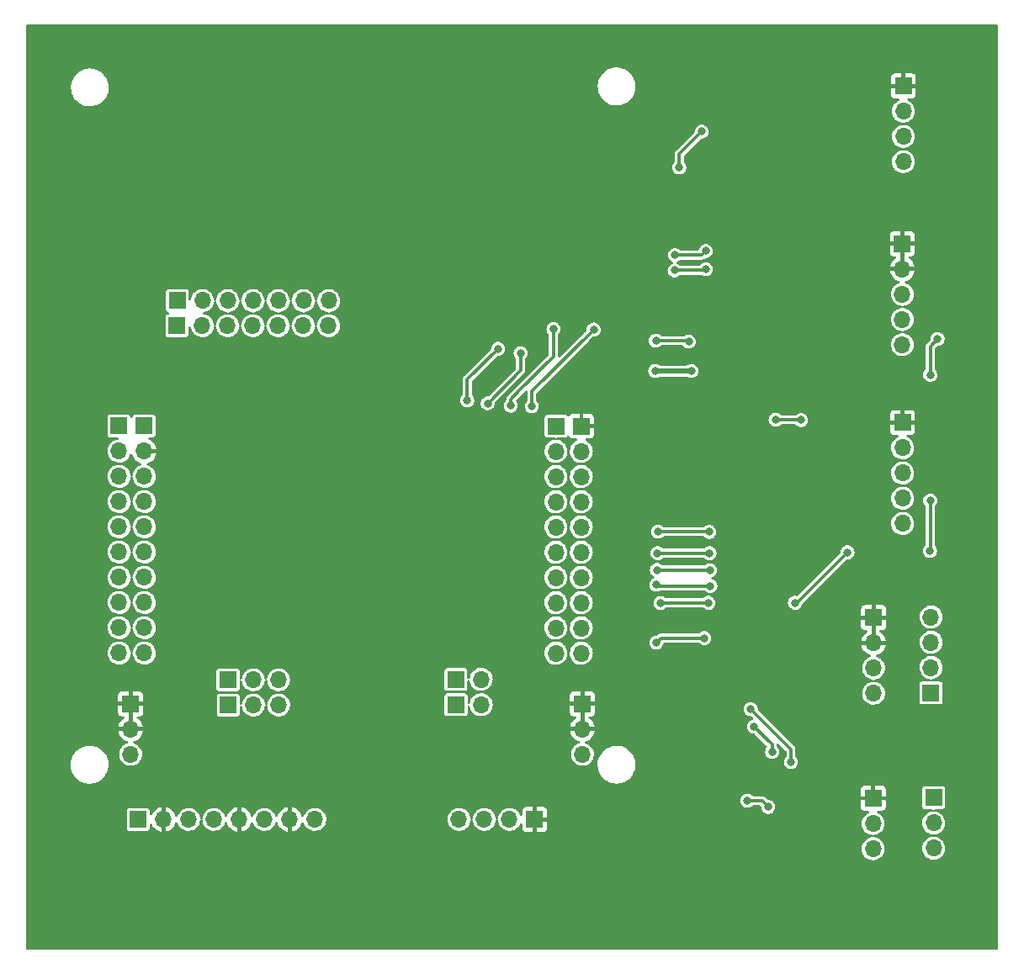
<source format=gbr>
%TF.GenerationSoftware,KiCad,Pcbnew,(6.0.9)*%
%TF.CreationDate,2023-05-03T01:49:20-07:00*%
%TF.ProjectId,Air-Quality-PCB,4169722d-5175-4616-9c69-74792d504342,rev?*%
%TF.SameCoordinates,Original*%
%TF.FileFunction,Copper,L2,Bot*%
%TF.FilePolarity,Positive*%
%FSLAX46Y46*%
G04 Gerber Fmt 4.6, Leading zero omitted, Abs format (unit mm)*
G04 Created by KiCad (PCBNEW (6.0.9)) date 2023-05-03 01:49:20*
%MOMM*%
%LPD*%
G01*
G04 APERTURE LIST*
%TA.AperFunction,ComponentPad*%
%ADD10R,1.700000X1.700000*%
%TD*%
%TA.AperFunction,ComponentPad*%
%ADD11O,1.700000X1.700000*%
%TD*%
%TA.AperFunction,ViaPad*%
%ADD12C,0.800000*%
%TD*%
%TA.AperFunction,Conductor*%
%ADD13C,0.300000*%
%TD*%
%TA.AperFunction,Conductor*%
%ADD14C,0.500000*%
%TD*%
G04 APERTURE END LIST*
D10*
%TO.P,J11,1,Pin_1*%
%TO.N,unconnected-(J11-Pad1)*%
X156960000Y-96500000D03*
D11*
%TO.P,J11,2,Pin_2*%
%TO.N,unconnected-(J11-Pad2)*%
X156960000Y-99040000D03*
%TO.P,J11,3,Pin_3*%
%TO.N,unconnected-(J11-Pad3)*%
X156960000Y-101580000D03*
%TO.P,J11,4,Pin_4*%
%TO.N,unconnected-(J11-Pad4)*%
X156960000Y-104120000D03*
%TO.P,J11,5,Pin_5*%
%TO.N,unconnected-(J11-Pad5)*%
X156960000Y-106660000D03*
%TO.P,J11,6,Pin_6*%
%TO.N,unconnected-(J11-Pad6)*%
X156960000Y-109200000D03*
%TO.P,J11,7,Pin_7*%
%TO.N,unconnected-(J11-Pad7)*%
X156960000Y-111740000D03*
%TO.P,J11,8,Pin_8*%
%TO.N,unconnected-(J11-Pad8)*%
X156960000Y-114280000D03*
%TO.P,J11,9,Pin_9*%
%TO.N,unconnected-(J11-Pad9)*%
X156960000Y-116820000D03*
%TO.P,J11,10,Pin_10*%
%TO.N,unconnected-(J11-Pad10)*%
X156960000Y-119360000D03*
%TD*%
D10*
%TO.P,J13,1,Pin_1*%
%TO.N,GND*%
X159510000Y-96500000D03*
D11*
%TO.P,J13,2,Pin_2*%
%TO.N,ULTRA_ECHO_2*%
X159510000Y-99040000D03*
%TO.P,J13,3,Pin_3*%
%TO.N,ULTRA_TRIG_2*%
X159510000Y-101580000D03*
%TO.P,J13,4,Pin_4*%
%TO.N,ULTRA_ECHO_1*%
X159510000Y-104120000D03*
%TO.P,J13,5,Pin_5*%
%TO.N,ULTRA_TRIG_1*%
X159510000Y-106660000D03*
%TO.P,J13,6,Pin_6*%
%TO.N,I2C_1 SDA*%
X159510000Y-109200000D03*
%TO.P,J13,7,Pin_7*%
%TO.N,I2C_1 SCL*%
X159510000Y-111740000D03*
%TO.P,J13,8,Pin_8*%
%TO.N,HOT_WIRE*%
X159510000Y-114280000D03*
%TO.P,J13,9,Pin_9*%
%TO.N,unconnected-(J13-Pad9)*%
X159510000Y-116820000D03*
%TO.P,J13,10,Pin_10*%
%TO.N,unconnected-(J13-Pad10)*%
X159510000Y-119360000D03*
%TD*%
D10*
%TO.P,J5,1,Pin_1*%
%TO.N,unconnected-(J5-Pad1)*%
X123965000Y-122030000D03*
D11*
%TO.P,J5,2,Pin_2*%
%TO.N,unconnected-(J5-Pad2)*%
X126505000Y-122030000D03*
%TO.P,J5,3,Pin_3*%
%TO.N,unconnected-(J5-Pad3)*%
X129045000Y-122030000D03*
%TD*%
%TO.P,J10,2,Pin_2*%
%TO.N,unconnected-(J10-Pad2)*%
X149435000Y-121990000D03*
D10*
%TO.P,J10,1,Pin_1*%
%TO.N,unconnected-(J10-Pad1)*%
X146895000Y-121990000D03*
%TD*%
D11*
%TO.P,J12,2,Pin_2*%
%TO.N,unconnected-(J12-Pad2)*%
X149440000Y-124540000D03*
D10*
%TO.P,J12,1,Pin_1*%
%TO.N,unconnected-(J12-Pad1)*%
X146900000Y-124540000D03*
%TD*%
%TO.P,J14,1,Pin_1*%
%TO.N,GND*%
X159620000Y-124460000D03*
D11*
%TO.P,J14,2,Pin_2*%
X159620000Y-127000000D03*
%TO.P,J14,3,Pin_3*%
%TO.N,3.3V*%
X159620000Y-129540000D03*
%TD*%
D10*
%TO.P,J2,1,Pin_1*%
%TO.N,3.3V*%
X112990000Y-96480000D03*
D11*
%TO.P,J2,2,Pin_2*%
%TO.N,unconnected-(J2-Pad2)*%
X112990000Y-99020000D03*
%TO.P,J2,3,Pin_3*%
%TO.N,RX*%
X112990000Y-101560000D03*
%TO.P,J2,4,Pin_4*%
%TO.N,TX*%
X112990000Y-104100000D03*
%TO.P,J2,5,Pin_5*%
%TO.N,SMARTMESH_SLEEP*%
X112990000Y-106640000D03*
%TO.P,J2,6,Pin_6*%
%TO.N,PM_SLEEP*%
X112990000Y-109180000D03*
%TO.P,J2,7,Pin_7*%
%TO.N,CO2_SLEEP*%
X112990000Y-111720000D03*
%TO.P,J2,8,Pin_8*%
%TO.N,ANEM_SLEEP*%
X112990000Y-114260000D03*
%TO.P,J2,9,Pin_9*%
%TO.N,I2C_0 SCL*%
X112990000Y-116800000D03*
%TO.P,J2,10,Pin_10*%
%TO.N,I2C_0 SDA*%
X112990000Y-119340000D03*
%TD*%
%TO.P,J4,10,Pin_10*%
%TO.N,unconnected-(J4-Pad10)*%
X115530000Y-119340000D03*
%TO.P,J4,9,Pin_9*%
%TO.N,unconnected-(J4-Pad9)*%
X115530000Y-116800000D03*
%TO.P,J4,8,Pin_8*%
%TO.N,unconnected-(J4-Pad8)*%
X115530000Y-114260000D03*
%TO.P,J4,7,Pin_7*%
%TO.N,unconnected-(J4-Pad7)*%
X115530000Y-111720000D03*
%TO.P,J4,6,Pin_6*%
%TO.N,unconnected-(J4-Pad6)*%
X115530000Y-109180000D03*
%TO.P,J4,5,Pin_5*%
%TO.N,unconnected-(J4-Pad5)*%
X115530000Y-106640000D03*
%TO.P,J4,4,Pin_4*%
%TO.N,unconnected-(J4-Pad4)*%
X115530000Y-104100000D03*
%TO.P,J4,3,Pin_3*%
%TO.N,unconnected-(J4-Pad3)*%
X115530000Y-101560000D03*
%TO.P,J4,2,Pin_2*%
%TO.N,GND*%
X115530000Y-99020000D03*
D10*
%TO.P,J4,1,Pin_1*%
%TO.N,5V*%
X115530000Y-96480000D03*
%TD*%
%TO.P,J8,1,Pin_1*%
%TO.N,unconnected-(J8-Pad1)*%
X118835000Y-86400000D03*
D11*
%TO.P,J8,2,Pin_2*%
%TO.N,unconnected-(J8-Pad2)*%
X121375000Y-86400000D03*
%TO.P,J8,3,Pin_3*%
%TO.N,unconnected-(J8-Pad3)*%
X123915000Y-86400000D03*
%TO.P,J8,4,Pin_4*%
%TO.N,unconnected-(J8-Pad4)*%
X126455000Y-86400000D03*
%TO.P,J8,5,Pin_5*%
%TO.N,unconnected-(J8-Pad5)*%
X128995000Y-86400000D03*
%TO.P,J8,6,Pin_6*%
%TO.N,unconnected-(J8-Pad6)*%
X131535000Y-86400000D03*
%TO.P,J8,7,Pin_7*%
%TO.N,unconnected-(J8-Pad7)*%
X134075000Y-86400000D03*
%TD*%
D10*
%TO.P,J7,1,Pin_1*%
%TO.N,unconnected-(J7-Pad1)*%
X118850000Y-83870000D03*
D11*
%TO.P,J7,2,Pin_2*%
%TO.N,unconnected-(J7-Pad2)*%
X121390000Y-83870000D03*
%TO.P,J7,3,Pin_3*%
%TO.N,unconnected-(J7-Pad3)*%
X123930000Y-83870000D03*
%TO.P,J7,4,Pin_4*%
%TO.N,unconnected-(J7-Pad4)*%
X126470000Y-83870000D03*
%TO.P,J7,5,Pin_5*%
%TO.N,unconnected-(J7-Pad5)*%
X129010000Y-83870000D03*
%TO.P,J7,6,Pin_6*%
%TO.N,unconnected-(J7-Pad6)*%
X131550000Y-83870000D03*
%TO.P,J7,7,Pin_7*%
%TO.N,unconnected-(J7-Pad7)*%
X134090000Y-83870000D03*
%TD*%
D10*
%TO.P,J1,1,Pin_1*%
%TO.N,GND*%
X114160000Y-124460000D03*
D11*
%TO.P,J1,2,Pin_2*%
X114160000Y-127000000D03*
%TO.P,J1,3,Pin_3*%
%TO.N,5V+*%
X114160000Y-129540000D03*
%TD*%
D10*
%TO.P,J16,1,Pin_1*%
%TO.N,GND*%
X188920000Y-115770000D03*
D11*
%TO.P,J16,2,Pin_2*%
X188920000Y-118310000D03*
%TO.P,J16,3,Pin_3*%
%TO.N,Net-(J16-Pad3)*%
X188920000Y-120850000D03*
%TO.P,J16,4,Pin_4*%
X188920000Y-123390000D03*
%TD*%
D10*
%TO.P,J20,1,Pin_1*%
%TO.N,ULTRA_TRIG_1*%
X194700000Y-123340000D03*
D11*
%TO.P,J20,2,Pin_2*%
%TO.N,ULTRA_ECHO_1*%
X194700000Y-120800000D03*
%TO.P,J20,3,Pin_3*%
%TO.N,ULTRA_TRIG_2*%
X194700000Y-118260000D03*
%TO.P,J20,4,Pin_4*%
%TO.N,ULTRA_ECHO_2*%
X194700000Y-115720000D03*
%TD*%
%TO.P,J3,8,Pin_8*%
%TO.N,5V+*%
X132695000Y-136090000D03*
%TO.P,J3,7,Pin_7*%
%TO.N,GND*%
X130155000Y-136090000D03*
%TO.P,J3,6,Pin_6*%
%TO.N,unconnected-(J3-Pad6)*%
X127615000Y-136090000D03*
%TO.P,J3,5,Pin_5*%
%TO.N,GND*%
X125075000Y-136090000D03*
%TO.P,J3,4,Pin_4*%
%TO.N,unconnected-(J3-Pad4)*%
X122535000Y-136090000D03*
%TO.P,J3,3,Pin_3*%
%TO.N,BAT*%
X119995000Y-136090000D03*
%TO.P,J3,2,Pin_2*%
%TO.N,GND*%
X117455000Y-136090000D03*
D10*
%TO.P,J3,1,Pin_1*%
%TO.N,unconnected-(J3-Pad1)*%
X114915000Y-136090000D03*
%TD*%
%TO.P,J21,1,Pin_1*%
%TO.N,Net-(J15-Pad2)*%
X194960000Y-133915000D03*
D11*
%TO.P,J21,2,Pin_2*%
%TO.N,TX*%
X194960000Y-136455000D03*
%TO.P,J21,3,Pin_3*%
%TO.N,RX*%
X194960000Y-138995000D03*
%TD*%
D10*
%TO.P,J15,1,Pin_1*%
%TO.N,GND*%
X188880000Y-133955000D03*
D11*
%TO.P,J15,2,Pin_2*%
%TO.N,Net-(J15-Pad2)*%
X188880000Y-136495000D03*
%TO.P,J15,3,Pin_3*%
X188880000Y-139035000D03*
%TD*%
D10*
%TO.P,J19,1,Pin_1*%
%TO.N,GND*%
X191815000Y-78150000D03*
D11*
%TO.P,J19,2,Pin_2*%
X191815000Y-80690000D03*
%TO.P,J19,3,Pin_3*%
%TO.N,Net-(J19-Pad3)*%
X191815000Y-83230000D03*
%TO.P,J19,4,Pin_4*%
%TO.N,I2C_0 SCL*%
X191815000Y-85770000D03*
%TO.P,J19,5,Pin_5*%
%TO.N,I2C_0 SDA*%
X191815000Y-88310000D03*
%TD*%
D10*
%TO.P,J18,1,Pin_1*%
%TO.N,GND*%
X191835000Y-96140000D03*
D11*
%TO.P,J18,2,Pin_2*%
%TO.N,Net-(J18-Pad2)*%
X191835000Y-98680000D03*
%TO.P,J18,3,Pin_3*%
%TO.N,HOT_WIRE*%
X191835000Y-101220000D03*
%TO.P,J18,4,Pin_4*%
%TO.N,I2C_0 SCL*%
X191835000Y-103760000D03*
%TO.P,J18,5,Pin_5*%
%TO.N,I2C_0 SDA*%
X191835000Y-106300000D03*
%TD*%
%TO.P,J17,4,Pin_4*%
%TO.N,Net-(J17-Pad4)*%
X191920000Y-69880000D03*
%TO.P,J17,3,Pin_3*%
%TO.N,Net-(J17-Pad3)*%
X191920000Y-67340000D03*
%TO.P,J17,2,Pin_2*%
%TO.N,Net-(J17-Pad2)*%
X191920000Y-64800000D03*
D10*
%TO.P,J17,1,Pin_1*%
%TO.N,GND*%
X191920000Y-62260000D03*
%TD*%
%TO.P,J9,1,Pin_1*%
%TO.N,GND*%
X154820000Y-136090000D03*
D11*
%TO.P,J9,2,Pin_2*%
%TO.N,3.3V*%
X152280000Y-136090000D03*
%TO.P,J9,3,Pin_3*%
%TO.N,BAT*%
X149740000Y-136090000D03*
%TO.P,J9,4,Pin_4*%
%TO.N,unconnected-(J9-Pad4)*%
X147200000Y-136090000D03*
%TD*%
%TO.P,J6,3,Pin_3*%
%TO.N,unconnected-(J6-Pad3)*%
X129055000Y-124580000D03*
%TO.P,J6,2,Pin_2*%
%TO.N,unconnected-(J6-Pad2)*%
X126515000Y-124580000D03*
D10*
%TO.P,J6,1,Pin_1*%
%TO.N,unconnected-(J6-Pad1)*%
X123975000Y-124580000D03*
%TD*%
D12*
%TO.N,CO2_SLEEP*%
X169370000Y-70470000D03*
X171620000Y-66860000D03*
%TO.N,ANEM_SLEEP*%
X171885000Y-117835000D03*
X167070000Y-118300000D03*
%TO.N,I2C_0 SDA*%
X194620000Y-91340000D03*
X195370000Y-87730000D03*
%TO.N,I2C_1 SCL*%
X172030000Y-78880000D03*
X168960000Y-79290000D03*
X156710000Y-86730000D03*
X152400000Y-94440000D03*
%TO.N,I2C_1 SDA*%
X172040000Y-80710000D03*
X168900000Y-80830000D03*
X160750000Y-86780000D03*
X154540000Y-94520000D03*
%TO.N,PM_SLEEP*%
X170320000Y-88000000D03*
X153400000Y-89160000D03*
X150090000Y-94210000D03*
X167020000Y-87910000D03*
%TO.N,CO2_SLEEP*%
X151130000Y-88710000D03*
X148040000Y-93910000D03*
%TO.N,HOT_WIRE*%
X186300000Y-109210000D03*
X172280000Y-114290000D03*
X181000000Y-114290000D03*
X167470000Y-114300000D03*
%TO.N,I2C_0 SDA*%
X194602500Y-109067500D03*
X194620000Y-104000000D03*
%TO.N,I2C_0 SCL*%
X180610000Y-130310000D03*
X176560000Y-124990000D03*
%TO.N,I2C_0 SDA*%
X178710000Y-129300000D03*
X176900000Y-126760000D03*
%TO.N,5V*%
X166950000Y-90930000D03*
X170580000Y-90950000D03*
%TO.N,ULTRA_ECHO_2*%
X167230000Y-107120000D03*
X172390000Y-107150000D03*
%TO.N,ULTRA_TRIG_2*%
X172410000Y-109300000D03*
X167180000Y-109300000D03*
%TO.N,ULTRA_ECHO_1*%
X172460000Y-111010000D03*
X167110000Y-110990000D03*
%TO.N,ULTRA_TRIG_1*%
X172500000Y-112590000D03*
X167070000Y-112470000D03*
%TO.N,Net-(Q4-Pad3)*%
X179060000Y-95850000D03*
X181620000Y-95900000D03*
%TO.N,SMARTMESH_SLEEP*%
X178320000Y-134830000D03*
X176230000Y-134210000D03*
%TD*%
D13*
%TO.N,CO2_SLEEP*%
X171620000Y-66860000D02*
X169370000Y-69110000D01*
X169370000Y-69110000D02*
X169370000Y-70470000D01*
%TO.N,ANEM_SLEEP*%
X167535000Y-117835000D02*
X171885000Y-117835000D01*
X167070000Y-118300000D02*
X167535000Y-117835000D01*
%TO.N,I2C_0 SDA*%
X194620000Y-88480000D02*
X194620000Y-91340000D01*
X195370000Y-87730000D02*
X194620000Y-88480000D01*
%TO.N,I2C_1 SCL*%
X171620000Y-79290000D02*
X172030000Y-78880000D01*
X156710000Y-89480000D02*
X156710000Y-86730000D01*
X168960000Y-79290000D02*
X171620000Y-79290000D01*
X153260000Y-92930000D02*
X156710000Y-89480000D01*
X152400000Y-93790000D02*
X153260000Y-92930000D01*
X152400000Y-94440000D02*
X152400000Y-93790000D01*
%TO.N,I2C_1 SDA*%
X171920000Y-80830000D02*
X172040000Y-80710000D01*
X168900000Y-80830000D02*
X171920000Y-80830000D01*
X154540000Y-94520000D02*
X154540000Y-92990000D01*
X154540000Y-92990000D02*
X160750000Y-86780000D01*
%TO.N,PM_SLEEP*%
X170230000Y-87910000D02*
X170320000Y-88000000D01*
X167020000Y-87910000D02*
X170230000Y-87910000D01*
X153400000Y-90900000D02*
X153400000Y-89160000D01*
X150090000Y-94210000D02*
X153400000Y-90900000D01*
%TO.N,CO2_SLEEP*%
X148040000Y-91800000D02*
X151130000Y-88710000D01*
X148040000Y-93910000D02*
X148040000Y-91800000D01*
%TO.N,HOT_WIRE*%
X181000000Y-114290000D02*
X181220000Y-114290000D01*
X172270000Y-114300000D02*
X172280000Y-114290000D01*
X167470000Y-114300000D02*
X172270000Y-114300000D01*
X181220000Y-114290000D02*
X186300000Y-109210000D01*
%TO.N,I2C_0 SDA*%
X194620000Y-109050000D02*
X194602500Y-109067500D01*
X194620000Y-104000000D02*
X194620000Y-109050000D01*
%TO.N,I2C_0 SCL*%
X180610000Y-129040000D02*
X180610000Y-130310000D01*
X176560000Y-124990000D02*
X180610000Y-129040000D01*
%TO.N,I2C_0 SDA*%
X176900000Y-126760000D02*
X178710000Y-128570000D01*
X178710000Y-128570000D02*
X178710000Y-129300000D01*
D14*
%TO.N,5V*%
X170580000Y-90950000D02*
X166970000Y-90950000D01*
X166970000Y-90950000D02*
X166950000Y-90930000D01*
D13*
%TO.N,ULTRA_ECHO_2*%
X172360000Y-107120000D02*
X172390000Y-107150000D01*
X167230000Y-107120000D02*
X172360000Y-107120000D01*
%TO.N,ULTRA_TRIG_2*%
X167180000Y-109300000D02*
X172410000Y-109300000D01*
%TO.N,ULTRA_ECHO_1*%
X167110000Y-110990000D02*
X172440000Y-110990000D01*
X172440000Y-110990000D02*
X172460000Y-111010000D01*
%TO.N,ULTRA_TRIG_1*%
X167070000Y-112470000D02*
X167190000Y-112590000D01*
X167190000Y-112590000D02*
X172500000Y-112590000D01*
%TO.N,Net-(Q4-Pad3)*%
X181570000Y-95850000D02*
X181620000Y-95900000D01*
X179060000Y-95850000D02*
X181570000Y-95850000D01*
%TO.N,SMARTMESH_SLEEP*%
X176230000Y-134210000D02*
X177700000Y-134210000D01*
X177700000Y-134210000D02*
X178320000Y-134830000D01*
%TD*%
%TA.AperFunction,Conductor*%
%TO.N,GND*%
G36*
X201382539Y-56110185D02*
G01*
X201428294Y-56162989D01*
X201439500Y-56214500D01*
X201439500Y-149045500D01*
X201419815Y-149112539D01*
X201367011Y-149158294D01*
X201315500Y-149169500D01*
X103744500Y-149169500D01*
X103677461Y-149149815D01*
X103631706Y-149097011D01*
X103620500Y-149045500D01*
X103620500Y-136984646D01*
X113764500Y-136984646D01*
X113767618Y-137010846D01*
X113813061Y-137113153D01*
X113892287Y-137192241D01*
X113902758Y-137196870D01*
X113902759Y-137196871D01*
X113986147Y-137233737D01*
X113986149Y-137233738D01*
X113994673Y-137237506D01*
X114020354Y-137240500D01*
X115809646Y-137240500D01*
X115813300Y-137240065D01*
X115813302Y-137240065D01*
X115818266Y-137239474D01*
X115835846Y-137237382D01*
X115938153Y-137191939D01*
X116017241Y-137112713D01*
X116037205Y-137067556D01*
X116058737Y-137018853D01*
X116058738Y-137018851D01*
X116062506Y-137010327D01*
X116065500Y-136984646D01*
X116065500Y-136627288D01*
X116085185Y-136560249D01*
X116137989Y-136514494D01*
X116207147Y-136504550D01*
X116270703Y-136533575D01*
X116301882Y-136574883D01*
X116366043Y-136712476D01*
X116371441Y-136721826D01*
X116490681Y-136892119D01*
X116497616Y-136900383D01*
X116644615Y-137047382D01*
X116652881Y-137054318D01*
X116823183Y-137173565D01*
X116832515Y-137178953D01*
X117020932Y-137266813D01*
X117031075Y-137270505D01*
X117231886Y-137324312D01*
X117238478Y-137325474D01*
X117251951Y-137322766D01*
X117255000Y-137311203D01*
X117255000Y-137309447D01*
X117655000Y-137309447D01*
X117659228Y-137323846D01*
X117670117Y-137325722D01*
X117678114Y-137324312D01*
X117878925Y-137270505D01*
X117889068Y-137266813D01*
X118077485Y-137178953D01*
X118086817Y-137173565D01*
X118257119Y-137054318D01*
X118265385Y-137047382D01*
X118412384Y-136900383D01*
X118419319Y-136892119D01*
X118538559Y-136721826D01*
X118543957Y-136712476D01*
X118631813Y-136524068D01*
X118635505Y-136513925D01*
X118656292Y-136436347D01*
X118692657Y-136376686D01*
X118755504Y-136346157D01*
X118824879Y-136354452D01*
X118878757Y-136398937D01*
X118896251Y-136437916D01*
X118905845Y-136475690D01*
X118908219Y-136480841D01*
X118908221Y-136480845D01*
X118946030Y-136562858D01*
X118994369Y-136667714D01*
X119026004Y-136712476D01*
X119112729Y-136835189D01*
X119116405Y-136840391D01*
X119120476Y-136844357D01*
X119120477Y-136844358D01*
X119152126Y-136875189D01*
X119267865Y-136987937D01*
X119272588Y-136991093D01*
X119272592Y-136991096D01*
X119327159Y-137027556D01*
X119443677Y-137105411D01*
X119637953Y-137188878D01*
X119673277Y-137196871D01*
X119838638Y-137234289D01*
X119838642Y-137234290D01*
X119844186Y-137235544D01*
X119970315Y-137240500D01*
X120049789Y-137243623D01*
X120049791Y-137243623D01*
X120055470Y-137243846D01*
X120061090Y-137243031D01*
X120061092Y-137243031D01*
X120259103Y-137214320D01*
X120259104Y-137214320D01*
X120264730Y-137213504D01*
X120302296Y-137200752D01*
X120459565Y-137147367D01*
X120459568Y-137147366D01*
X120464955Y-137145537D01*
X120469916Y-137142759D01*
X120469922Y-137142756D01*
X120594989Y-137072714D01*
X120649442Y-137042219D01*
X120667073Y-137027556D01*
X120807645Y-136910644D01*
X120812012Y-136907012D01*
X120862884Y-136845845D01*
X120943584Y-136748813D01*
X120943585Y-136748811D01*
X120947219Y-136744442D01*
X121008090Y-136635749D01*
X121047756Y-136564922D01*
X121047759Y-136564916D01*
X121050537Y-136559955D01*
X121066898Y-136511759D01*
X121116675Y-136365118D01*
X121118504Y-136359730D01*
X121120959Y-136342799D01*
X121142820Y-136192033D01*
X121171921Y-136128512D01*
X121225225Y-136094346D01*
X121305974Y-136094346D01*
X121359347Y-136128736D01*
X121388296Y-136192327D01*
X121389271Y-136201707D01*
X121393796Y-136270749D01*
X121445845Y-136475690D01*
X121448219Y-136480841D01*
X121448221Y-136480845D01*
X121486030Y-136562858D01*
X121534369Y-136667714D01*
X121566004Y-136712476D01*
X121652729Y-136835189D01*
X121656405Y-136840391D01*
X121660476Y-136844357D01*
X121660477Y-136844358D01*
X121692126Y-136875189D01*
X121807865Y-136987937D01*
X121812588Y-136991093D01*
X121812592Y-136991096D01*
X121867159Y-137027556D01*
X121983677Y-137105411D01*
X122177953Y-137188878D01*
X122213277Y-137196871D01*
X122378638Y-137234289D01*
X122378642Y-137234290D01*
X122384186Y-137235544D01*
X122510315Y-137240500D01*
X122589789Y-137243623D01*
X122589791Y-137243623D01*
X122595470Y-137243846D01*
X122601090Y-137243031D01*
X122601092Y-137243031D01*
X122799103Y-137214320D01*
X122799104Y-137214320D01*
X122804730Y-137213504D01*
X122842296Y-137200752D01*
X122999565Y-137147367D01*
X122999568Y-137147366D01*
X123004955Y-137145537D01*
X123009916Y-137142759D01*
X123009922Y-137142756D01*
X123134989Y-137072714D01*
X123189442Y-137042219D01*
X123207073Y-137027556D01*
X123347645Y-136910644D01*
X123352012Y-136907012D01*
X123402884Y-136845845D01*
X123483584Y-136748813D01*
X123483585Y-136748811D01*
X123487219Y-136744442D01*
X123548090Y-136635749D01*
X123587756Y-136564922D01*
X123587759Y-136564916D01*
X123590537Y-136559955D01*
X123609345Y-136504550D01*
X123635904Y-136426307D01*
X123676092Y-136369152D01*
X123740801Y-136342799D01*
X123809486Y-136355613D01*
X123860339Y-136403527D01*
X123873098Y-136434071D01*
X123894496Y-136513928D01*
X123898187Y-136524068D01*
X123986043Y-136712476D01*
X123991441Y-136721826D01*
X124110681Y-136892119D01*
X124117616Y-136900383D01*
X124264615Y-137047382D01*
X124272881Y-137054318D01*
X124443183Y-137173565D01*
X124452515Y-137178953D01*
X124640932Y-137266813D01*
X124651075Y-137270505D01*
X124851886Y-137324312D01*
X124858478Y-137325474D01*
X124871951Y-137322766D01*
X124875000Y-137311203D01*
X124875000Y-137309447D01*
X125275000Y-137309447D01*
X125279228Y-137323846D01*
X125290117Y-137325722D01*
X125298114Y-137324312D01*
X125498925Y-137270505D01*
X125509068Y-137266813D01*
X125697485Y-137178953D01*
X125706817Y-137173565D01*
X125877119Y-137054318D01*
X125885385Y-137047382D01*
X126032384Y-136900383D01*
X126039319Y-136892119D01*
X126158559Y-136721826D01*
X126163957Y-136712476D01*
X126251813Y-136524068D01*
X126255505Y-136513925D01*
X126276292Y-136436347D01*
X126312657Y-136376686D01*
X126375504Y-136346157D01*
X126444879Y-136354452D01*
X126498757Y-136398937D01*
X126516251Y-136437916D01*
X126525845Y-136475690D01*
X126528219Y-136480841D01*
X126528221Y-136480845D01*
X126566030Y-136562858D01*
X126614369Y-136667714D01*
X126646004Y-136712476D01*
X126732729Y-136835189D01*
X126736405Y-136840391D01*
X126740476Y-136844357D01*
X126740477Y-136844358D01*
X126772126Y-136875189D01*
X126887865Y-136987937D01*
X126892588Y-136991093D01*
X126892592Y-136991096D01*
X126947159Y-137027556D01*
X127063677Y-137105411D01*
X127257953Y-137188878D01*
X127293277Y-137196871D01*
X127458638Y-137234289D01*
X127458642Y-137234290D01*
X127464186Y-137235544D01*
X127590315Y-137240500D01*
X127669789Y-137243623D01*
X127669791Y-137243623D01*
X127675470Y-137243846D01*
X127681090Y-137243031D01*
X127681092Y-137243031D01*
X127879103Y-137214320D01*
X127879104Y-137214320D01*
X127884730Y-137213504D01*
X127922296Y-137200752D01*
X128079565Y-137147367D01*
X128079568Y-137147366D01*
X128084955Y-137145537D01*
X128089916Y-137142759D01*
X128089922Y-137142756D01*
X128214989Y-137072714D01*
X128269442Y-137042219D01*
X128287073Y-137027556D01*
X128427645Y-136910644D01*
X128432012Y-136907012D01*
X128482884Y-136845845D01*
X128563584Y-136748813D01*
X128563585Y-136748811D01*
X128567219Y-136744442D01*
X128628090Y-136635749D01*
X128667756Y-136564922D01*
X128667759Y-136564916D01*
X128670537Y-136559955D01*
X128689345Y-136504550D01*
X128715904Y-136426307D01*
X128756092Y-136369152D01*
X128820801Y-136342799D01*
X128889486Y-136355613D01*
X128940339Y-136403527D01*
X128953098Y-136434071D01*
X128974496Y-136513928D01*
X128978187Y-136524068D01*
X129066043Y-136712476D01*
X129071441Y-136721826D01*
X129190681Y-136892119D01*
X129197616Y-136900383D01*
X129344615Y-137047382D01*
X129352881Y-137054318D01*
X129523183Y-137173565D01*
X129532515Y-137178953D01*
X129720932Y-137266813D01*
X129731075Y-137270505D01*
X129931886Y-137324312D01*
X129938478Y-137325474D01*
X129951951Y-137322766D01*
X129955000Y-137311203D01*
X129955000Y-137309447D01*
X130355000Y-137309447D01*
X130359228Y-137323846D01*
X130370117Y-137325722D01*
X130378114Y-137324312D01*
X130578925Y-137270505D01*
X130589068Y-137266813D01*
X130777485Y-137178953D01*
X130786817Y-137173565D01*
X130957119Y-137054318D01*
X130965385Y-137047382D01*
X131112384Y-136900383D01*
X131119319Y-136892119D01*
X131238559Y-136721826D01*
X131243957Y-136712476D01*
X131331813Y-136524068D01*
X131335505Y-136513925D01*
X131356292Y-136436347D01*
X131392657Y-136376686D01*
X131455504Y-136346157D01*
X131524879Y-136354452D01*
X131578757Y-136398937D01*
X131596251Y-136437916D01*
X131605845Y-136475690D01*
X131608219Y-136480841D01*
X131608221Y-136480845D01*
X131646030Y-136562858D01*
X131694369Y-136667714D01*
X131726004Y-136712476D01*
X131812729Y-136835189D01*
X131816405Y-136840391D01*
X131820476Y-136844357D01*
X131820477Y-136844358D01*
X131852126Y-136875189D01*
X131967865Y-136987937D01*
X131972588Y-136991093D01*
X131972592Y-136991096D01*
X132027159Y-137027556D01*
X132143677Y-137105411D01*
X132337953Y-137188878D01*
X132373277Y-137196871D01*
X132538638Y-137234289D01*
X132538642Y-137234290D01*
X132544186Y-137235544D01*
X132670315Y-137240500D01*
X132749789Y-137243623D01*
X132749791Y-137243623D01*
X132755470Y-137243846D01*
X132761090Y-137243031D01*
X132761092Y-137243031D01*
X132959103Y-137214320D01*
X132959104Y-137214320D01*
X132964730Y-137213504D01*
X133002296Y-137200752D01*
X133159565Y-137147367D01*
X133159568Y-137147366D01*
X133164955Y-137145537D01*
X133169916Y-137142759D01*
X133169922Y-137142756D01*
X133294989Y-137072714D01*
X133349442Y-137042219D01*
X133367073Y-137027556D01*
X133507645Y-136910644D01*
X133512012Y-136907012D01*
X133562884Y-136845845D01*
X133643584Y-136748813D01*
X133643585Y-136748811D01*
X133647219Y-136744442D01*
X133708090Y-136635749D01*
X133747756Y-136564922D01*
X133747759Y-136564916D01*
X133750537Y-136559955D01*
X133766898Y-136511759D01*
X133816675Y-136365118D01*
X133818504Y-136359730D01*
X133848846Y-136150470D01*
X133850429Y-136090000D01*
X133847650Y-136059754D01*
X146044967Y-136059754D01*
X146045338Y-136065416D01*
X146045338Y-136065420D01*
X146049488Y-136128736D01*
X146058796Y-136270749D01*
X146110845Y-136475690D01*
X146113219Y-136480841D01*
X146113221Y-136480845D01*
X146151030Y-136562858D01*
X146199369Y-136667714D01*
X146231004Y-136712476D01*
X146317729Y-136835189D01*
X146321405Y-136840391D01*
X146325476Y-136844357D01*
X146325477Y-136844358D01*
X146357126Y-136875189D01*
X146472865Y-136987937D01*
X146477588Y-136991093D01*
X146477592Y-136991096D01*
X146532159Y-137027556D01*
X146648677Y-137105411D01*
X146842953Y-137188878D01*
X146878277Y-137196871D01*
X147043638Y-137234289D01*
X147043642Y-137234290D01*
X147049186Y-137235544D01*
X147175315Y-137240500D01*
X147254789Y-137243623D01*
X147254791Y-137243623D01*
X147260470Y-137243846D01*
X147266090Y-137243031D01*
X147266092Y-137243031D01*
X147464103Y-137214320D01*
X147464104Y-137214320D01*
X147469730Y-137213504D01*
X147507296Y-137200752D01*
X147664565Y-137147367D01*
X147664568Y-137147366D01*
X147669955Y-137145537D01*
X147674916Y-137142759D01*
X147674922Y-137142756D01*
X147799989Y-137072714D01*
X147854442Y-137042219D01*
X147872073Y-137027556D01*
X148012645Y-136910644D01*
X148017012Y-136907012D01*
X148067884Y-136845845D01*
X148148584Y-136748813D01*
X148148585Y-136748811D01*
X148152219Y-136744442D01*
X148213090Y-136635749D01*
X148252756Y-136564922D01*
X148252759Y-136564916D01*
X148255537Y-136559955D01*
X148271898Y-136511759D01*
X148321675Y-136365118D01*
X148323504Y-136359730D01*
X148325959Y-136342799D01*
X148347820Y-136192033D01*
X148376921Y-136128512D01*
X148430225Y-136094346D01*
X148510974Y-136094346D01*
X148564347Y-136128736D01*
X148593296Y-136192327D01*
X148594271Y-136201707D01*
X148598796Y-136270749D01*
X148650845Y-136475690D01*
X148653219Y-136480841D01*
X148653221Y-136480845D01*
X148691030Y-136562858D01*
X148739369Y-136667714D01*
X148771004Y-136712476D01*
X148857729Y-136835189D01*
X148861405Y-136840391D01*
X148865476Y-136844357D01*
X148865477Y-136844358D01*
X148897126Y-136875189D01*
X149012865Y-136987937D01*
X149017588Y-136991093D01*
X149017592Y-136991096D01*
X149072159Y-137027556D01*
X149188677Y-137105411D01*
X149382953Y-137188878D01*
X149418277Y-137196871D01*
X149583638Y-137234289D01*
X149583642Y-137234290D01*
X149589186Y-137235544D01*
X149715315Y-137240500D01*
X149794789Y-137243623D01*
X149794791Y-137243623D01*
X149800470Y-137243846D01*
X149806090Y-137243031D01*
X149806092Y-137243031D01*
X150004103Y-137214320D01*
X150004104Y-137214320D01*
X150009730Y-137213504D01*
X150047296Y-137200752D01*
X150204565Y-137147367D01*
X150204568Y-137147366D01*
X150209955Y-137145537D01*
X150214916Y-137142759D01*
X150214922Y-137142756D01*
X150339989Y-137072714D01*
X150394442Y-137042219D01*
X150412073Y-137027556D01*
X150552645Y-136910644D01*
X150557012Y-136907012D01*
X150607884Y-136845845D01*
X150688584Y-136748813D01*
X150688585Y-136748811D01*
X150692219Y-136744442D01*
X150753090Y-136635749D01*
X150792756Y-136564922D01*
X150792759Y-136564916D01*
X150795537Y-136559955D01*
X150811898Y-136511759D01*
X150861675Y-136365118D01*
X150863504Y-136359730D01*
X150865959Y-136342799D01*
X150887820Y-136192033D01*
X150916921Y-136128512D01*
X150970225Y-136094346D01*
X151050974Y-136094346D01*
X151104347Y-136128736D01*
X151133296Y-136192327D01*
X151134271Y-136201707D01*
X151138796Y-136270749D01*
X151190845Y-136475690D01*
X151193219Y-136480841D01*
X151193221Y-136480845D01*
X151231030Y-136562858D01*
X151279369Y-136667714D01*
X151311004Y-136712476D01*
X151397729Y-136835189D01*
X151401405Y-136840391D01*
X151405476Y-136844357D01*
X151405477Y-136844358D01*
X151437126Y-136875189D01*
X151552865Y-136987937D01*
X151557588Y-136991093D01*
X151557592Y-136991096D01*
X151612159Y-137027556D01*
X151728677Y-137105411D01*
X151922953Y-137188878D01*
X151958277Y-137196871D01*
X152123638Y-137234289D01*
X152123642Y-137234290D01*
X152129186Y-137235544D01*
X152255315Y-137240500D01*
X152334789Y-137243623D01*
X152334791Y-137243623D01*
X152340470Y-137243846D01*
X152346090Y-137243031D01*
X152346092Y-137243031D01*
X152544103Y-137214320D01*
X152544104Y-137214320D01*
X152549730Y-137213504D01*
X152587296Y-137200752D01*
X152744565Y-137147367D01*
X152744568Y-137147366D01*
X152749955Y-137145537D01*
X152754916Y-137142759D01*
X152754922Y-137142756D01*
X152879989Y-137072714D01*
X152934442Y-137042219D01*
X152952073Y-137027556D01*
X153092645Y-136910644D01*
X153097012Y-136907012D01*
X153147884Y-136845845D01*
X153228584Y-136748813D01*
X153228585Y-136748811D01*
X153232219Y-136744442D01*
X153335537Y-136559955D01*
X153336533Y-136560513D01*
X153377977Y-136511759D01*
X153444827Y-136491441D01*
X153512050Y-136510490D01*
X153558303Y-136562858D01*
X153570001Y-136615435D01*
X153570001Y-136966609D01*
X153570763Y-136976289D01*
X153583309Y-137055513D01*
X153589264Y-137073840D01*
X153637929Y-137169350D01*
X153649261Y-137184947D01*
X153725053Y-137260739D01*
X153740650Y-137272071D01*
X153836155Y-137320734D01*
X153854495Y-137326692D01*
X153933697Y-137339236D01*
X153943399Y-137340000D01*
X154602170Y-137340000D01*
X154617169Y-137335596D01*
X154618356Y-137334226D01*
X154620000Y-137326668D01*
X154620000Y-137322169D01*
X155020000Y-137322169D01*
X155024404Y-137337168D01*
X155025774Y-137338355D01*
X155033332Y-137339999D01*
X155696609Y-137339999D01*
X155706289Y-137339237D01*
X155785513Y-137326691D01*
X155803840Y-137320736D01*
X155899350Y-137272071D01*
X155914947Y-137260739D01*
X155990739Y-137184947D01*
X156002071Y-137169350D01*
X156050734Y-137073845D01*
X156056692Y-137055505D01*
X156069236Y-136976303D01*
X156070000Y-136966601D01*
X156070000Y-136307830D01*
X156065596Y-136292831D01*
X156064226Y-136291644D01*
X156056668Y-136290000D01*
X155037830Y-136290000D01*
X155022831Y-136294404D01*
X155021644Y-136295774D01*
X155020000Y-136303332D01*
X155020000Y-137322169D01*
X154620000Y-137322169D01*
X154620000Y-135872170D01*
X155020000Y-135872170D01*
X155024404Y-135887169D01*
X155025774Y-135888356D01*
X155033332Y-135890000D01*
X156052169Y-135890000D01*
X156067168Y-135885596D01*
X156068355Y-135884226D01*
X156069999Y-135876668D01*
X156069999Y-135213391D01*
X156069237Y-135203711D01*
X156056691Y-135124487D01*
X156050736Y-135106160D01*
X156002071Y-135010650D01*
X155990739Y-134995053D01*
X155914947Y-134919261D01*
X155899350Y-134907929D01*
X155803845Y-134859266D01*
X155785505Y-134853308D01*
X155706303Y-134840764D01*
X155696601Y-134840000D01*
X155037830Y-134840000D01*
X155022831Y-134844404D01*
X155021644Y-134845774D01*
X155020000Y-134853332D01*
X155020000Y-135872170D01*
X154620000Y-135872170D01*
X154620000Y-134857831D01*
X154615596Y-134842832D01*
X154614226Y-134841645D01*
X154606668Y-134840001D01*
X153943391Y-134840001D01*
X153933711Y-134840763D01*
X153854487Y-134853309D01*
X153836160Y-134859264D01*
X153740650Y-134907929D01*
X153725053Y-134919261D01*
X153649261Y-134995053D01*
X153637929Y-135010650D01*
X153589266Y-135106155D01*
X153583308Y-135124495D01*
X153570764Y-135203697D01*
X153570000Y-135213399D01*
X153570000Y-135572627D01*
X153550315Y-135639666D01*
X153497511Y-135685421D01*
X153428353Y-135695365D01*
X153364797Y-135666340D01*
X153334788Y-135627471D01*
X153323764Y-135605117D01*
X153265165Y-135486290D01*
X153138651Y-135316867D01*
X153134481Y-135313012D01*
X153134478Y-135313009D01*
X153038929Y-135224685D01*
X152983381Y-135173337D01*
X152977574Y-135169673D01*
X152809363Y-135063539D01*
X152809361Y-135063538D01*
X152804554Y-135060505D01*
X152608160Y-134982152D01*
X152602579Y-134981042D01*
X152602576Y-134981041D01*
X152504467Y-134961526D01*
X152400775Y-134940901D01*
X152395088Y-134940827D01*
X152395083Y-134940826D01*
X152195034Y-134938207D01*
X152195029Y-134938207D01*
X152189346Y-134938133D01*
X152183742Y-134939096D01*
X152183741Y-134939096D01*
X151986550Y-134972979D01*
X151986547Y-134972980D01*
X151980953Y-134973941D01*
X151782575Y-135047127D01*
X151777697Y-135050029D01*
X151777695Y-135050030D01*
X151605740Y-135152332D01*
X151605737Y-135152334D01*
X151600856Y-135155238D01*
X151441881Y-135294655D01*
X151438362Y-135299119D01*
X151438359Y-135299122D01*
X151379731Y-135373492D01*
X151310976Y-135460708D01*
X151212523Y-135647836D01*
X151210837Y-135653267D01*
X151210835Y-135653271D01*
X151170386Y-135783538D01*
X151149820Y-135849773D01*
X151132851Y-135993140D01*
X151105425Y-136057398D01*
X151050974Y-136094346D01*
X150970225Y-136094346D01*
X150970667Y-136094063D01*
X150918057Y-136062081D01*
X150887453Y-135999271D01*
X150886232Y-135989909D01*
X150876601Y-135885100D01*
X150876081Y-135879440D01*
X150818686Y-135675931D01*
X150725165Y-135486290D01*
X150598651Y-135316867D01*
X150594481Y-135313012D01*
X150594478Y-135313009D01*
X150498929Y-135224685D01*
X150443381Y-135173337D01*
X150437574Y-135169673D01*
X150269363Y-135063539D01*
X150269361Y-135063538D01*
X150264554Y-135060505D01*
X150068160Y-134982152D01*
X150062579Y-134981042D01*
X150062576Y-134981041D01*
X149964467Y-134961526D01*
X149860775Y-134940901D01*
X149855088Y-134940827D01*
X149855083Y-134940826D01*
X149655034Y-134938207D01*
X149655029Y-134938207D01*
X149649346Y-134938133D01*
X149643742Y-134939096D01*
X149643741Y-134939096D01*
X149446550Y-134972979D01*
X149446547Y-134972980D01*
X149440953Y-134973941D01*
X149242575Y-135047127D01*
X149237697Y-135050029D01*
X149237695Y-135050030D01*
X149065740Y-135152332D01*
X149065737Y-135152334D01*
X149060856Y-135155238D01*
X148901881Y-135294655D01*
X148898362Y-135299119D01*
X148898359Y-135299122D01*
X148839731Y-135373492D01*
X148770976Y-135460708D01*
X148672523Y-135647836D01*
X148670837Y-135653267D01*
X148670835Y-135653271D01*
X148630386Y-135783538D01*
X148609820Y-135849773D01*
X148592851Y-135993140D01*
X148565425Y-136057398D01*
X148510974Y-136094346D01*
X148430225Y-136094346D01*
X148430667Y-136094063D01*
X148378057Y-136062081D01*
X148347453Y-135999271D01*
X148346232Y-135989909D01*
X148336601Y-135885100D01*
X148336081Y-135879440D01*
X148278686Y-135675931D01*
X148185165Y-135486290D01*
X148058651Y-135316867D01*
X148054481Y-135313012D01*
X148054478Y-135313009D01*
X147958929Y-135224685D01*
X147903381Y-135173337D01*
X147897574Y-135169673D01*
X147729363Y-135063539D01*
X147729361Y-135063538D01*
X147724554Y-135060505D01*
X147528160Y-134982152D01*
X147522579Y-134981042D01*
X147522576Y-134981041D01*
X147424467Y-134961526D01*
X147320775Y-134940901D01*
X147315088Y-134940827D01*
X147315083Y-134940826D01*
X147115034Y-134938207D01*
X147115029Y-134938207D01*
X147109346Y-134938133D01*
X147103742Y-134939096D01*
X147103741Y-134939096D01*
X146906550Y-134972979D01*
X146906547Y-134972980D01*
X146900953Y-134973941D01*
X146702575Y-135047127D01*
X146697697Y-135050029D01*
X146697695Y-135050030D01*
X146525740Y-135152332D01*
X146525737Y-135152334D01*
X146520856Y-135155238D01*
X146361881Y-135294655D01*
X146358362Y-135299119D01*
X146358359Y-135299122D01*
X146299731Y-135373492D01*
X146230976Y-135460708D01*
X146132523Y-135647836D01*
X146130837Y-135653267D01*
X146130835Y-135653271D01*
X146090386Y-135783538D01*
X146069820Y-135849773D01*
X146069152Y-135855418D01*
X146069151Y-135855422D01*
X146064906Y-135891290D01*
X146044967Y-136059754D01*
X133847650Y-136059754D01*
X133831081Y-135879440D01*
X133773686Y-135675931D01*
X133680165Y-135486290D01*
X133553651Y-135316867D01*
X133549481Y-135313012D01*
X133549478Y-135313009D01*
X133453929Y-135224685D01*
X133398381Y-135173337D01*
X133392574Y-135169673D01*
X133224363Y-135063539D01*
X133224361Y-135063538D01*
X133219554Y-135060505D01*
X133023160Y-134982152D01*
X133017579Y-134981042D01*
X133017576Y-134981041D01*
X132919467Y-134961526D01*
X132815775Y-134940901D01*
X132810088Y-134940827D01*
X132810083Y-134940826D01*
X132610034Y-134938207D01*
X132610029Y-134938207D01*
X132604346Y-134938133D01*
X132598742Y-134939096D01*
X132598741Y-134939096D01*
X132401550Y-134972979D01*
X132401547Y-134972980D01*
X132395953Y-134973941D01*
X132197575Y-135047127D01*
X132192697Y-135050029D01*
X132192695Y-135050030D01*
X132020740Y-135152332D01*
X132020737Y-135152334D01*
X132015856Y-135155238D01*
X131856881Y-135294655D01*
X131853362Y-135299119D01*
X131853359Y-135299122D01*
X131794731Y-135373492D01*
X131725976Y-135460708D01*
X131627523Y-135647836D01*
X131615853Y-135685421D01*
X131595336Y-135751495D01*
X131556657Y-135809681D01*
X131492660Y-135837719D01*
X131423664Y-135826707D01*
X131371574Y-135780140D01*
X131357139Y-135746816D01*
X131335505Y-135666074D01*
X131331813Y-135655932D01*
X131243957Y-135467524D01*
X131238559Y-135458174D01*
X131119319Y-135287881D01*
X131112384Y-135279617D01*
X130965385Y-135132618D01*
X130957119Y-135125682D01*
X130786817Y-135006435D01*
X130777485Y-135001047D01*
X130589068Y-134913187D01*
X130578925Y-134909495D01*
X130378114Y-134855688D01*
X130371522Y-134854526D01*
X130358049Y-134857234D01*
X130355000Y-134868797D01*
X130355000Y-137309447D01*
X129955000Y-137309447D01*
X129955000Y-134870553D01*
X129950772Y-134856154D01*
X129939883Y-134854278D01*
X129931886Y-134855688D01*
X129731075Y-134909495D01*
X129720932Y-134913187D01*
X129532524Y-135001043D01*
X129523174Y-135006441D01*
X129352881Y-135125681D01*
X129344617Y-135132616D01*
X129197616Y-135279617D01*
X129190681Y-135287881D01*
X129071441Y-135458174D01*
X129066043Y-135467524D01*
X128978187Y-135655932D01*
X128974495Y-135666075D01*
X128953045Y-135746128D01*
X128916680Y-135805789D01*
X128853833Y-135836318D01*
X128784458Y-135828023D01*
X128730580Y-135783538D01*
X128713926Y-135747694D01*
X128695231Y-135681407D01*
X128695228Y-135681400D01*
X128693686Y-135675931D01*
X128600165Y-135486290D01*
X128473651Y-135316867D01*
X128469481Y-135313012D01*
X128469478Y-135313009D01*
X128373929Y-135224685D01*
X128318381Y-135173337D01*
X128312574Y-135169673D01*
X128144363Y-135063539D01*
X128144361Y-135063538D01*
X128139554Y-135060505D01*
X127943160Y-134982152D01*
X127937579Y-134981042D01*
X127937576Y-134981041D01*
X127839467Y-134961526D01*
X127735775Y-134940901D01*
X127730088Y-134940827D01*
X127730083Y-134940826D01*
X127530034Y-134938207D01*
X127530029Y-134938207D01*
X127524346Y-134938133D01*
X127518742Y-134939096D01*
X127518741Y-134939096D01*
X127321550Y-134972979D01*
X127321547Y-134972980D01*
X127315953Y-134973941D01*
X127117575Y-135047127D01*
X127112697Y-135050029D01*
X127112695Y-135050030D01*
X126940740Y-135152332D01*
X126940737Y-135152334D01*
X126935856Y-135155238D01*
X126776881Y-135294655D01*
X126773362Y-135299119D01*
X126773359Y-135299122D01*
X126714731Y-135373492D01*
X126645976Y-135460708D01*
X126547523Y-135647836D01*
X126535853Y-135685421D01*
X126515336Y-135751495D01*
X126476657Y-135809681D01*
X126412660Y-135837719D01*
X126343664Y-135826707D01*
X126291574Y-135780140D01*
X126277139Y-135746816D01*
X126255505Y-135666074D01*
X126251813Y-135655932D01*
X126163957Y-135467524D01*
X126158559Y-135458174D01*
X126039319Y-135287881D01*
X126032384Y-135279617D01*
X125885385Y-135132618D01*
X125877119Y-135125682D01*
X125706817Y-135006435D01*
X125697485Y-135001047D01*
X125509068Y-134913187D01*
X125498925Y-134909495D01*
X125298114Y-134855688D01*
X125291522Y-134854526D01*
X125278049Y-134857234D01*
X125275000Y-134868797D01*
X125275000Y-137309447D01*
X124875000Y-137309447D01*
X124875000Y-134870553D01*
X124870772Y-134856154D01*
X124859883Y-134854278D01*
X124851886Y-134855688D01*
X124651075Y-134909495D01*
X124640932Y-134913187D01*
X124452524Y-135001043D01*
X124443174Y-135006441D01*
X124272881Y-135125681D01*
X124264617Y-135132616D01*
X124117616Y-135279617D01*
X124110681Y-135287881D01*
X123991441Y-135458174D01*
X123986043Y-135467524D01*
X123898187Y-135655932D01*
X123894495Y-135666075D01*
X123873045Y-135746128D01*
X123836680Y-135805789D01*
X123773833Y-135836318D01*
X123704458Y-135828023D01*
X123650580Y-135783538D01*
X123633926Y-135747694D01*
X123615231Y-135681407D01*
X123615228Y-135681400D01*
X123613686Y-135675931D01*
X123520165Y-135486290D01*
X123393651Y-135316867D01*
X123389481Y-135313012D01*
X123389478Y-135313009D01*
X123293929Y-135224685D01*
X123238381Y-135173337D01*
X123232574Y-135169673D01*
X123064363Y-135063539D01*
X123064361Y-135063538D01*
X123059554Y-135060505D01*
X122863160Y-134982152D01*
X122857579Y-134981042D01*
X122857576Y-134981041D01*
X122759467Y-134961526D01*
X122655775Y-134940901D01*
X122650088Y-134940827D01*
X122650083Y-134940826D01*
X122450034Y-134938207D01*
X122450029Y-134938207D01*
X122444346Y-134938133D01*
X122438742Y-134939096D01*
X122438741Y-134939096D01*
X122241550Y-134972979D01*
X122241547Y-134972980D01*
X122235953Y-134973941D01*
X122037575Y-135047127D01*
X122032697Y-135050029D01*
X122032695Y-135050030D01*
X121860740Y-135152332D01*
X121860737Y-135152334D01*
X121855856Y-135155238D01*
X121696881Y-135294655D01*
X121693362Y-135299119D01*
X121693359Y-135299122D01*
X121634731Y-135373492D01*
X121565976Y-135460708D01*
X121467523Y-135647836D01*
X121465837Y-135653267D01*
X121465835Y-135653271D01*
X121425386Y-135783538D01*
X121404820Y-135849773D01*
X121387851Y-135993140D01*
X121360425Y-136057398D01*
X121305974Y-136094346D01*
X121225225Y-136094346D01*
X121225667Y-136094063D01*
X121173057Y-136062081D01*
X121142453Y-135999271D01*
X121141232Y-135989909D01*
X121131601Y-135885100D01*
X121131081Y-135879440D01*
X121073686Y-135675931D01*
X120980165Y-135486290D01*
X120853651Y-135316867D01*
X120849481Y-135313012D01*
X120849478Y-135313009D01*
X120753929Y-135224685D01*
X120698381Y-135173337D01*
X120692574Y-135169673D01*
X120524363Y-135063539D01*
X120524361Y-135063538D01*
X120519554Y-135060505D01*
X120323160Y-134982152D01*
X120317579Y-134981042D01*
X120317576Y-134981041D01*
X120219467Y-134961526D01*
X120115775Y-134940901D01*
X120110088Y-134940827D01*
X120110083Y-134940826D01*
X119910034Y-134938207D01*
X119910029Y-134938207D01*
X119904346Y-134938133D01*
X119898742Y-134939096D01*
X119898741Y-134939096D01*
X119701550Y-134972979D01*
X119701547Y-134972980D01*
X119695953Y-134973941D01*
X119497575Y-135047127D01*
X119492697Y-135050029D01*
X119492695Y-135050030D01*
X119320740Y-135152332D01*
X119320737Y-135152334D01*
X119315856Y-135155238D01*
X119156881Y-135294655D01*
X119153362Y-135299119D01*
X119153359Y-135299122D01*
X119094731Y-135373492D01*
X119025976Y-135460708D01*
X118927523Y-135647836D01*
X118915853Y-135685421D01*
X118895336Y-135751495D01*
X118856657Y-135809681D01*
X118792660Y-135837719D01*
X118723664Y-135826707D01*
X118671574Y-135780140D01*
X118657139Y-135746816D01*
X118635505Y-135666074D01*
X118631813Y-135655932D01*
X118543957Y-135467524D01*
X118538559Y-135458174D01*
X118419319Y-135287881D01*
X118412384Y-135279617D01*
X118265385Y-135132618D01*
X118257119Y-135125682D01*
X118086817Y-135006435D01*
X118077485Y-135001047D01*
X117889068Y-134913187D01*
X117878925Y-134909495D01*
X117678114Y-134855688D01*
X117671522Y-134854526D01*
X117658049Y-134857234D01*
X117655000Y-134868797D01*
X117655000Y-137309447D01*
X117255000Y-137309447D01*
X117255000Y-134870553D01*
X117250772Y-134856154D01*
X117239883Y-134854278D01*
X117231886Y-134855688D01*
X117031075Y-134909495D01*
X117020932Y-134913187D01*
X116832524Y-135001043D01*
X116823174Y-135006441D01*
X116652881Y-135125681D01*
X116644617Y-135132616D01*
X116497616Y-135279617D01*
X116490681Y-135287881D01*
X116371441Y-135458174D01*
X116366043Y-135467524D01*
X116301882Y-135605117D01*
X116255710Y-135657556D01*
X116188516Y-135676708D01*
X116121635Y-135656492D01*
X116076300Y-135603327D01*
X116065500Y-135552712D01*
X116065500Y-135195354D01*
X116062382Y-135169154D01*
X116016939Y-135066847D01*
X115937713Y-134987759D01*
X115927242Y-134983130D01*
X115927241Y-134983129D01*
X115843853Y-134946263D01*
X115843851Y-134946262D01*
X115835327Y-134942494D01*
X115809646Y-134939500D01*
X114020354Y-134939500D01*
X114016700Y-134939935D01*
X114016698Y-134939935D01*
X114011734Y-134940526D01*
X113994154Y-134942618D01*
X113891847Y-134988061D01*
X113812759Y-135067287D01*
X113808130Y-135077758D01*
X113808129Y-135077759D01*
X113773291Y-135156561D01*
X113767494Y-135169673D01*
X113764500Y-135195354D01*
X113764500Y-136984646D01*
X103620500Y-136984646D01*
X103620500Y-134202611D01*
X175524394Y-134202611D01*
X175525214Y-134210039D01*
X175525214Y-134210041D01*
X175539571Y-134340084D01*
X175542999Y-134371135D01*
X175545565Y-134378147D01*
X175545566Y-134378151D01*
X175589027Y-134496912D01*
X175601266Y-134530356D01*
X175605433Y-134536558D01*
X175605435Y-134536561D01*
X175666421Y-134627317D01*
X175695830Y-134671083D01*
X175701360Y-134676115D01*
X175815702Y-134780159D01*
X175815706Y-134780162D01*
X175821233Y-134785191D01*
X175970235Y-134866092D01*
X176065585Y-134891107D01*
X176127005Y-134907220D01*
X176127007Y-134907220D01*
X176134233Y-134909116D01*
X176217178Y-134910419D01*
X176296290Y-134911662D01*
X176296293Y-134911662D01*
X176303760Y-134911779D01*
X176426209Y-134883735D01*
X176461738Y-134875598D01*
X176461739Y-134875598D01*
X176469029Y-134873928D01*
X176556370Y-134830000D01*
X176613820Y-134801106D01*
X176613822Y-134801105D01*
X176620498Y-134797747D01*
X176626180Y-134792894D01*
X176626183Y-134792892D01*
X176746407Y-134690210D01*
X176810168Y-134661639D01*
X176826939Y-134660500D01*
X177462035Y-134660500D01*
X177529074Y-134680185D01*
X177549716Y-134696819D01*
X177579058Y-134726161D01*
X177612543Y-134787484D01*
X177615370Y-134815139D01*
X177615369Y-134815203D01*
X177614394Y-134822611D01*
X177615214Y-134830039D01*
X177615214Y-134830040D01*
X177617890Y-134854278D01*
X177632999Y-134991135D01*
X177635565Y-134998147D01*
X177635566Y-134998151D01*
X177682257Y-135125739D01*
X177691266Y-135150356D01*
X177695433Y-135156558D01*
X177695435Y-135156561D01*
X177733623Y-135213391D01*
X177785830Y-135291083D01*
X177791360Y-135296115D01*
X177905702Y-135400159D01*
X177905706Y-135400162D01*
X177911233Y-135405191D01*
X178060235Y-135486092D01*
X178155585Y-135511107D01*
X178217005Y-135527220D01*
X178217007Y-135527220D01*
X178224233Y-135529116D01*
X178307178Y-135530419D01*
X178386290Y-135531662D01*
X178386293Y-135531662D01*
X178393760Y-135531779D01*
X178516209Y-135503735D01*
X178551738Y-135495598D01*
X178551739Y-135495598D01*
X178559029Y-135493928D01*
X178646052Y-135450160D01*
X178703820Y-135421106D01*
X178703822Y-135421105D01*
X178710498Y-135417747D01*
X178716180Y-135412894D01*
X178716183Y-135412892D01*
X178833741Y-135312487D01*
X178839423Y-135307634D01*
X178938361Y-135169947D01*
X179001601Y-135012634D01*
X179005939Y-134982152D01*
X179024918Y-134848800D01*
X179024918Y-134848794D01*
X179025490Y-134844778D01*
X179025628Y-134831609D01*
X187630001Y-134831609D01*
X187630763Y-134841289D01*
X187643309Y-134920513D01*
X187649264Y-134938840D01*
X187697929Y-135034350D01*
X187709261Y-135049947D01*
X187785053Y-135125739D01*
X187800650Y-135137071D01*
X187896155Y-135185734D01*
X187914495Y-135191692D01*
X187993697Y-135204236D01*
X188003399Y-135205000D01*
X188358064Y-135205000D01*
X188425103Y-135224685D01*
X188470858Y-135277489D01*
X188480802Y-135346647D01*
X188451777Y-135410203D01*
X188400982Y-135445336D01*
X188387905Y-135450160D01*
X188387899Y-135450163D01*
X188382575Y-135452127D01*
X188377697Y-135455029D01*
X188377695Y-135455030D01*
X188205740Y-135557332D01*
X188205737Y-135557334D01*
X188200856Y-135560238D01*
X188041881Y-135699655D01*
X188038362Y-135704119D01*
X188038359Y-135704122D01*
X187978432Y-135780140D01*
X187910976Y-135865708D01*
X187812523Y-136052836D01*
X187810837Y-136058267D01*
X187810835Y-136058271D01*
X187799634Y-136094346D01*
X187749820Y-136254773D01*
X187749152Y-136260418D01*
X187749151Y-136260422D01*
X187729031Y-136430420D01*
X187724967Y-136464754D01*
X187725338Y-136470416D01*
X187725338Y-136470420D01*
X187729478Y-136533575D01*
X187738796Y-136675749D01*
X187790845Y-136880690D01*
X187793219Y-136885841D01*
X187793221Y-136885845D01*
X187871439Y-137055513D01*
X187879369Y-137072714D01*
X187907948Y-137113153D01*
X187997641Y-137240065D01*
X188001405Y-137245391D01*
X188005476Y-137249357D01*
X188005477Y-137249358D01*
X188065310Y-137307645D01*
X188152865Y-137392937D01*
X188157588Y-137396093D01*
X188157592Y-137396096D01*
X188228663Y-137443584D01*
X188328677Y-137510411D01*
X188522953Y-137593878D01*
X188552492Y-137600562D01*
X188723638Y-137639289D01*
X188723642Y-137639290D01*
X188729186Y-137640544D01*
X188748328Y-137641296D01*
X188814543Y-137663596D01*
X188858190Y-137718156D01*
X188865412Y-137787651D01*
X188833914Y-137850018D01*
X188773699Y-137885457D01*
X188764460Y-137887409D01*
X188586550Y-137917979D01*
X188586547Y-137917980D01*
X188580953Y-137918941D01*
X188382575Y-137992127D01*
X188377697Y-137995029D01*
X188377695Y-137995030D01*
X188205740Y-138097332D01*
X188205737Y-138097334D01*
X188200856Y-138100238D01*
X188041881Y-138239655D01*
X188038362Y-138244119D01*
X188038359Y-138244122D01*
X188020782Y-138266419D01*
X187910976Y-138405708D01*
X187812523Y-138592836D01*
X187749820Y-138794773D01*
X187749152Y-138800418D01*
X187749151Y-138800422D01*
X187730369Y-138959110D01*
X187724967Y-139004754D01*
X187725338Y-139010416D01*
X187725338Y-139010420D01*
X187728291Y-139055470D01*
X187738796Y-139215749D01*
X187790845Y-139420690D01*
X187793219Y-139425841D01*
X187793221Y-139425845D01*
X187831981Y-139509922D01*
X187879369Y-139612714D01*
X187882647Y-139617352D01*
X187973136Y-139745391D01*
X188001405Y-139785391D01*
X188005476Y-139789357D01*
X188005477Y-139789358D01*
X188065310Y-139847645D01*
X188152865Y-139932937D01*
X188157588Y-139936093D01*
X188157592Y-139936096D01*
X188228663Y-139983584D01*
X188328677Y-140050411D01*
X188522953Y-140133878D01*
X188553398Y-140140767D01*
X188723638Y-140179289D01*
X188723642Y-140179290D01*
X188729186Y-140180544D01*
X188855651Y-140185513D01*
X188934789Y-140188623D01*
X188934791Y-140188623D01*
X188940470Y-140188846D01*
X188946090Y-140188031D01*
X188946092Y-140188031D01*
X189144103Y-140159320D01*
X189144104Y-140159320D01*
X189149730Y-140158504D01*
X189272955Y-140116675D01*
X189344565Y-140092367D01*
X189344568Y-140092366D01*
X189349955Y-140090537D01*
X189354916Y-140087759D01*
X189354922Y-140087756D01*
X189489019Y-140012657D01*
X189534442Y-139987219D01*
X189697012Y-139852012D01*
X189733911Y-139807645D01*
X189828584Y-139693813D01*
X189828585Y-139693811D01*
X189832219Y-139689442D01*
X189900479Y-139567556D01*
X189932756Y-139509922D01*
X189932759Y-139509916D01*
X189935537Y-139504955D01*
X189966009Y-139415189D01*
X190001675Y-139310118D01*
X190003504Y-139304730D01*
X190033846Y-139095470D01*
X190035429Y-139035000D01*
X190028974Y-138964754D01*
X193804967Y-138964754D01*
X193805338Y-138970416D01*
X193805338Y-138970420D01*
X193807960Y-139010420D01*
X193818796Y-139175749D01*
X193870845Y-139380690D01*
X193873219Y-139385841D01*
X193873221Y-139385845D01*
X193956991Y-139567556D01*
X193959369Y-139572714D01*
X193962647Y-139577352D01*
X194038357Y-139684479D01*
X194081405Y-139745391D01*
X194232865Y-139892937D01*
X194237588Y-139896093D01*
X194237592Y-139896096D01*
X194286789Y-139928968D01*
X194408677Y-140010411D01*
X194602953Y-140093878D01*
X194666283Y-140108208D01*
X194803638Y-140139289D01*
X194803642Y-140139290D01*
X194809186Y-140140544D01*
X194935651Y-140145513D01*
X195014789Y-140148623D01*
X195014791Y-140148623D01*
X195020470Y-140148846D01*
X195026090Y-140148031D01*
X195026092Y-140148031D01*
X195224103Y-140119320D01*
X195224104Y-140119320D01*
X195229730Y-140118504D01*
X195302276Y-140093878D01*
X195424565Y-140052367D01*
X195424568Y-140052366D01*
X195429955Y-140050537D01*
X195434916Y-140047759D01*
X195434922Y-140047756D01*
X195549508Y-139983584D01*
X195614442Y-139947219D01*
X195631615Y-139932937D01*
X195772645Y-139815644D01*
X195777012Y-139812012D01*
X195799152Y-139785391D01*
X195908584Y-139653813D01*
X195908585Y-139653811D01*
X195912219Y-139649442D01*
X195958078Y-139567556D01*
X196012756Y-139469922D01*
X196012759Y-139469916D01*
X196015537Y-139464955D01*
X196046009Y-139375189D01*
X196081675Y-139270118D01*
X196083504Y-139264730D01*
X196113846Y-139055470D01*
X196115429Y-138995000D01*
X196096081Y-138784440D01*
X196038686Y-138580931D01*
X195945165Y-138391290D01*
X195818651Y-138221867D01*
X195814481Y-138218012D01*
X195814478Y-138218009D01*
X195750319Y-138158702D01*
X195663381Y-138078337D01*
X195630090Y-138057332D01*
X195489363Y-137968539D01*
X195489361Y-137968538D01*
X195484554Y-137965505D01*
X195288160Y-137887152D01*
X195282579Y-137886042D01*
X195282576Y-137886041D01*
X195086355Y-137847011D01*
X195086356Y-137847011D01*
X195080775Y-137845901D01*
X195080744Y-137845901D01*
X195017828Y-137820019D01*
X194977841Y-137762723D01*
X194975178Y-137692904D01*
X195010684Y-137632729D01*
X195077606Y-137600562D01*
X195224103Y-137579320D01*
X195224104Y-137579320D01*
X195229730Y-137578504D01*
X195302276Y-137553878D01*
X195424565Y-137512367D01*
X195424568Y-137512366D01*
X195429955Y-137510537D01*
X195434916Y-137507759D01*
X195434922Y-137507756D01*
X195549508Y-137443584D01*
X195614442Y-137407219D01*
X195631615Y-137392937D01*
X195772645Y-137275644D01*
X195777012Y-137272012D01*
X195801115Y-137243031D01*
X195908584Y-137113813D01*
X195908585Y-137113811D01*
X195912219Y-137109442D01*
X195962675Y-137019346D01*
X196012756Y-136929922D01*
X196012759Y-136929916D01*
X196015537Y-136924955D01*
X196023111Y-136902645D01*
X196081675Y-136730118D01*
X196083504Y-136724730D01*
X196113846Y-136515470D01*
X196115429Y-136455000D01*
X196096081Y-136244440D01*
X196038686Y-136040931D01*
X195945165Y-135851290D01*
X195818651Y-135681867D01*
X195814481Y-135678012D01*
X195814478Y-135678009D01*
X195733687Y-135603327D01*
X195663381Y-135538337D01*
X195595644Y-135495598D01*
X195489363Y-135428539D01*
X195489361Y-135428538D01*
X195484554Y-135425505D01*
X195288160Y-135347152D01*
X195282579Y-135346042D01*
X195282576Y-135346041D01*
X195106998Y-135311117D01*
X195045087Y-135278732D01*
X195010513Y-135218017D01*
X195014252Y-135148247D01*
X195055118Y-135091575D01*
X195120136Y-135065994D01*
X195131189Y-135065500D01*
X195854646Y-135065500D01*
X195858300Y-135065065D01*
X195858302Y-135065065D01*
X195863266Y-135064474D01*
X195880846Y-135062382D01*
X195983153Y-135016939D01*
X196062241Y-134937713D01*
X196073084Y-134913187D01*
X196103737Y-134843853D01*
X196103738Y-134843851D01*
X196107506Y-134835327D01*
X196110500Y-134809646D01*
X196110500Y-133020354D01*
X196107382Y-132994154D01*
X196061939Y-132891847D01*
X195982713Y-132812759D01*
X195972242Y-132808130D01*
X195972241Y-132808129D01*
X195888853Y-132771263D01*
X195888851Y-132771262D01*
X195880327Y-132767494D01*
X195854646Y-132764500D01*
X194065354Y-132764500D01*
X194061700Y-132764935D01*
X194061698Y-132764935D01*
X194056734Y-132765526D01*
X194039154Y-132767618D01*
X193936847Y-132813061D01*
X193857759Y-132892287D01*
X193812494Y-132994673D01*
X193809500Y-133020354D01*
X193809500Y-134809646D01*
X193812618Y-134835846D01*
X193858061Y-134938153D01*
X193937287Y-135017241D01*
X193947758Y-135021870D01*
X193947759Y-135021871D01*
X194031147Y-135058737D01*
X194031149Y-135058738D01*
X194039673Y-135062506D01*
X194065354Y-135065500D01*
X194798437Y-135065500D01*
X194865476Y-135085185D01*
X194911231Y-135137989D01*
X194921175Y-135207147D01*
X194892150Y-135270703D01*
X194833372Y-135308477D01*
X194819436Y-135311709D01*
X194666550Y-135337979D01*
X194666547Y-135337980D01*
X194660953Y-135338941D01*
X194462575Y-135412127D01*
X194457697Y-135415029D01*
X194457695Y-135415030D01*
X194285740Y-135517332D01*
X194285737Y-135517334D01*
X194280856Y-135520238D01*
X194121881Y-135659655D01*
X194118362Y-135664119D01*
X194118359Y-135664122D01*
X194072837Y-135721867D01*
X193990976Y-135825708D01*
X193892523Y-136012836D01*
X193890837Y-136018267D01*
X193890835Y-136018271D01*
X193836881Y-136192033D01*
X193829820Y-136214773D01*
X193829152Y-136220418D01*
X193829151Y-136220422D01*
X193813329Y-136354103D01*
X193804967Y-136424754D01*
X193805338Y-136430416D01*
X193805338Y-136430420D01*
X193807945Y-136470189D01*
X193818796Y-136635749D01*
X193870845Y-136840690D01*
X193873219Y-136845841D01*
X193873221Y-136845845D01*
X193938853Y-136988212D01*
X193959369Y-137032714D01*
X193969735Y-137047382D01*
X194075384Y-137196871D01*
X194081405Y-137205391D01*
X194085476Y-137209357D01*
X194085477Y-137209358D01*
X194116999Y-137240065D01*
X194232865Y-137352937D01*
X194237588Y-137356093D01*
X194237592Y-137356096D01*
X194286789Y-137388968D01*
X194408677Y-137470411D01*
X194602953Y-137553878D01*
X194666283Y-137568208D01*
X194803638Y-137599289D01*
X194803642Y-137599290D01*
X194809186Y-137600544D01*
X194828328Y-137601296D01*
X194894543Y-137623596D01*
X194938190Y-137678156D01*
X194945412Y-137747651D01*
X194913914Y-137810018D01*
X194853699Y-137845457D01*
X194844460Y-137847409D01*
X194666550Y-137877979D01*
X194666547Y-137877980D01*
X194660953Y-137878941D01*
X194462575Y-137952127D01*
X194457697Y-137955029D01*
X194457695Y-137955030D01*
X194285740Y-138057332D01*
X194285737Y-138057334D01*
X194280856Y-138060238D01*
X194121881Y-138199655D01*
X194118362Y-138204119D01*
X194118359Y-138204122D01*
X194072837Y-138261867D01*
X193990976Y-138365708D01*
X193892523Y-138552836D01*
X193890837Y-138558267D01*
X193890835Y-138558271D01*
X193878415Y-138598271D01*
X193829820Y-138754773D01*
X193829152Y-138760418D01*
X193829151Y-138760422D01*
X193821574Y-138824440D01*
X193804967Y-138964754D01*
X190028974Y-138964754D01*
X190016081Y-138824440D01*
X189958686Y-138620931D01*
X189865165Y-138431290D01*
X189738651Y-138261867D01*
X189734481Y-138258012D01*
X189734478Y-138258009D01*
X189667296Y-138195907D01*
X189583381Y-138118337D01*
X189491300Y-138060238D01*
X189409363Y-138008539D01*
X189409361Y-138008538D01*
X189404554Y-138005505D01*
X189208160Y-137927152D01*
X189202579Y-137926042D01*
X189202576Y-137926041D01*
X189006355Y-137887011D01*
X189006356Y-137887011D01*
X189000775Y-137885901D01*
X189000744Y-137885901D01*
X188937828Y-137860019D01*
X188897841Y-137802723D01*
X188895178Y-137732904D01*
X188930684Y-137672729D01*
X188997606Y-137640562D01*
X189144103Y-137619320D01*
X189144104Y-137619320D01*
X189149730Y-137618504D01*
X189272955Y-137576675D01*
X189344565Y-137552367D01*
X189344568Y-137552366D01*
X189349955Y-137550537D01*
X189354916Y-137547759D01*
X189354922Y-137547756D01*
X189489019Y-137472657D01*
X189534442Y-137447219D01*
X189664279Y-137339236D01*
X189692645Y-137315644D01*
X189697012Y-137312012D01*
X189739655Y-137260739D01*
X189828584Y-137153813D01*
X189828585Y-137153811D01*
X189832219Y-137149442D01*
X189873052Y-137076530D01*
X189932756Y-136969922D01*
X189932759Y-136969916D01*
X189935537Y-136964955D01*
X189956689Y-136902645D01*
X190001675Y-136770118D01*
X190003504Y-136764730D01*
X190033846Y-136555470D01*
X190035429Y-136495000D01*
X190016081Y-136284440D01*
X189958686Y-136080931D01*
X189865165Y-135891290D01*
X189738651Y-135721867D01*
X189734481Y-135718012D01*
X189734478Y-135718009D01*
X189610415Y-135603327D01*
X189583381Y-135578337D01*
X189515175Y-135535302D01*
X189409363Y-135468539D01*
X189409361Y-135468538D01*
X189404554Y-135465505D01*
X189351080Y-135444171D01*
X189296107Y-135401046D01*
X189273177Y-135335046D01*
X189289568Y-135267127D01*
X189340078Y-135218851D01*
X189397029Y-135204999D01*
X189756609Y-135204999D01*
X189766289Y-135204237D01*
X189845513Y-135191691D01*
X189863840Y-135185736D01*
X189959350Y-135137071D01*
X189974947Y-135125739D01*
X190050739Y-135049947D01*
X190062071Y-135034350D01*
X190110734Y-134938845D01*
X190116692Y-134920505D01*
X190129236Y-134841303D01*
X190130000Y-134831601D01*
X190130000Y-134172830D01*
X190125596Y-134157831D01*
X190124226Y-134156644D01*
X190116668Y-134155000D01*
X187647831Y-134155000D01*
X187632832Y-134159404D01*
X187631645Y-134160774D01*
X187630001Y-134168332D01*
X187630001Y-134831609D01*
X179025628Y-134831609D01*
X179025645Y-134830000D01*
X179023624Y-134813302D01*
X179006175Y-134669105D01*
X179006174Y-134669101D01*
X179005276Y-134661680D01*
X178955653Y-134530356D01*
X178947989Y-134510073D01*
X178947987Y-134510070D01*
X178945345Y-134503077D01*
X178941108Y-134496912D01*
X178853549Y-134369513D01*
X178853546Y-134369510D01*
X178849312Y-134363349D01*
X178722721Y-134250560D01*
X178572881Y-134171224D01*
X178408441Y-134129919D01*
X178307207Y-134129389D01*
X178240271Y-134109354D01*
X178220175Y-134093072D01*
X178042667Y-133915564D01*
X178032969Y-133904651D01*
X178017611Y-133885170D01*
X178011872Y-133877890D01*
X177963554Y-133844495D01*
X177960454Y-133842281D01*
X177913184Y-133807366D01*
X177906368Y-133804973D01*
X177900431Y-133800869D01*
X177844481Y-133783174D01*
X177840791Y-133781943D01*
X177794116Y-133765552D01*
X177794112Y-133765551D01*
X177785369Y-133762481D01*
X177778265Y-133762202D01*
X177778014Y-133762153D01*
X177771270Y-133760020D01*
X177764663Y-133759500D01*
X177711932Y-133759500D01*
X177707063Y-133759404D01*
X177659273Y-133757526D01*
X177659272Y-133757526D01*
X177650006Y-133757162D01*
X177642922Y-133759040D01*
X177634562Y-133759500D01*
X176824667Y-133759500D01*
X176757628Y-133739815D01*
X176754145Y-133737170D01*
X187630000Y-133737170D01*
X187634404Y-133752169D01*
X187635774Y-133753356D01*
X187643332Y-133755000D01*
X188662170Y-133755000D01*
X188677169Y-133750596D01*
X188678356Y-133749226D01*
X188680000Y-133741668D01*
X188680000Y-133737170D01*
X189080000Y-133737170D01*
X189084404Y-133752169D01*
X189085774Y-133753356D01*
X189093332Y-133755000D01*
X190112169Y-133755000D01*
X190127168Y-133750596D01*
X190128355Y-133749226D01*
X190129999Y-133741668D01*
X190129999Y-133078391D01*
X190129237Y-133068711D01*
X190116691Y-132989487D01*
X190110736Y-132971160D01*
X190062071Y-132875650D01*
X190050739Y-132860053D01*
X189974947Y-132784261D01*
X189959350Y-132772929D01*
X189863845Y-132724266D01*
X189845505Y-132718308D01*
X189766303Y-132705764D01*
X189756601Y-132705000D01*
X189097830Y-132705000D01*
X189082831Y-132709404D01*
X189081644Y-132710774D01*
X189080000Y-132718332D01*
X189080000Y-133737170D01*
X188680000Y-133737170D01*
X188680000Y-132722831D01*
X188675596Y-132707832D01*
X188674226Y-132706645D01*
X188666668Y-132705001D01*
X188003391Y-132705001D01*
X187993711Y-132705763D01*
X187914487Y-132718309D01*
X187896160Y-132724264D01*
X187800650Y-132772929D01*
X187785053Y-132784261D01*
X187709261Y-132860053D01*
X187697929Y-132875650D01*
X187649266Y-132971155D01*
X187643308Y-132989495D01*
X187630764Y-133068697D01*
X187630000Y-133078399D01*
X187630000Y-133737170D01*
X176754145Y-133737170D01*
X176742178Y-133728083D01*
X176638303Y-133635533D01*
X176638301Y-133635532D01*
X176632721Y-133630560D01*
X176618347Y-133622949D01*
X176489489Y-133554723D01*
X176482881Y-133551224D01*
X176318441Y-133509919D01*
X176232248Y-133509468D01*
X176156368Y-133509070D01*
X176156367Y-133509070D01*
X176148895Y-133509031D01*
X176127235Y-133514231D01*
X175991295Y-133546868D01*
X175991293Y-133546869D01*
X175984032Y-133548612D01*
X175977399Y-133552035D01*
X175977395Y-133552037D01*
X175910465Y-133586583D01*
X175833369Y-133626375D01*
X175705604Y-133737831D01*
X175608113Y-133876547D01*
X175546524Y-134034513D01*
X175524394Y-134202611D01*
X103620500Y-134202611D01*
X103620500Y-130633233D01*
X108114906Y-130633233D01*
X108115333Y-130637708D01*
X108115333Y-130637709D01*
X108140144Y-130897747D01*
X108141102Y-130907792D01*
X108206657Y-131175694D01*
X108208340Y-131179850D01*
X108208342Y-131179855D01*
X108306149Y-131421326D01*
X108310199Y-131431326D01*
X108449558Y-131669335D01*
X108621816Y-131884732D01*
X108823364Y-132073008D01*
X108965778Y-132171804D01*
X109046281Y-132227651D01*
X109046285Y-132227653D01*
X109049979Y-132230216D01*
X109054004Y-132232218D01*
X109054005Y-132232219D01*
X109292887Y-132351062D01*
X109292892Y-132351064D01*
X109296914Y-132353065D01*
X109558998Y-132438980D01*
X109639949Y-132453035D01*
X109827004Y-132485514D01*
X109827009Y-132485515D01*
X109830738Y-132486162D01*
X109868373Y-132488036D01*
X109916340Y-132490424D01*
X109916359Y-132490424D01*
X109917876Y-132490500D01*
X110090070Y-132490500D01*
X110295083Y-132475625D01*
X110299464Y-132474658D01*
X110299469Y-132474657D01*
X110411093Y-132450012D01*
X110564403Y-132416164D01*
X110568594Y-132414576D01*
X110568598Y-132414575D01*
X110736238Y-132351062D01*
X110822319Y-132318449D01*
X111063428Y-132184525D01*
X111213571Y-132069939D01*
X111279112Y-132019920D01*
X111279116Y-132019916D01*
X111282678Y-132017198D01*
X111475477Y-131819974D01*
X111485400Y-131806342D01*
X111587941Y-131665465D01*
X111637787Y-131596984D01*
X111639872Y-131593021D01*
X111639877Y-131593013D01*
X111764117Y-131356869D01*
X111766206Y-131352899D01*
X111768336Y-131346869D01*
X111832315Y-131165694D01*
X111858045Y-131092832D01*
X111860884Y-131078429D01*
X111910511Y-130826643D01*
X111910512Y-130826638D01*
X111911380Y-130822232D01*
X111920508Y-130638878D01*
X111924871Y-130551252D01*
X111924871Y-130551248D01*
X111925094Y-130546767D01*
X111915012Y-130441096D01*
X111899325Y-130276680D01*
X111899324Y-130276676D01*
X111898898Y-130272208D01*
X111835941Y-130014922D01*
X111834411Y-130008669D01*
X111834409Y-130008664D01*
X111833343Y-130004306D01*
X111831658Y-130000145D01*
X111731486Y-129752833D01*
X111731484Y-129752828D01*
X111729801Y-129748674D01*
X111590442Y-129510665D01*
X111418184Y-129295268D01*
X111216636Y-129106992D01*
X111059807Y-128998196D01*
X110993719Y-128952349D01*
X110993715Y-128952347D01*
X110990021Y-128949784D01*
X110973155Y-128941393D01*
X110747113Y-128828938D01*
X110747108Y-128828936D01*
X110743086Y-128826935D01*
X110520097Y-128753836D01*
X110485270Y-128742419D01*
X110485269Y-128742419D01*
X110481002Y-128741020D01*
X110396759Y-128726393D01*
X110212996Y-128694486D01*
X110212991Y-128694485D01*
X110209262Y-128693838D01*
X110171627Y-128691964D01*
X110123660Y-128689576D01*
X110123641Y-128689576D01*
X110122124Y-128689500D01*
X109949930Y-128689500D01*
X109744917Y-128704375D01*
X109740536Y-128705342D01*
X109740531Y-128705343D01*
X109637105Y-128728178D01*
X109475597Y-128763836D01*
X109471406Y-128765424D01*
X109471402Y-128765425D01*
X109352175Y-128810596D01*
X109217681Y-128861551D01*
X108976572Y-128995475D01*
X108936981Y-129025690D01*
X108760888Y-129160080D01*
X108760884Y-129160084D01*
X108757322Y-129162802D01*
X108564523Y-129360026D01*
X108402213Y-129583016D01*
X108400128Y-129586979D01*
X108400123Y-129586987D01*
X108318129Y-129742833D01*
X108273794Y-129827101D01*
X108272301Y-129831328D01*
X108272300Y-129831331D01*
X108240921Y-129920189D01*
X108181955Y-130087168D01*
X108181088Y-130091569D01*
X108181087Y-130091571D01*
X108129630Y-130352645D01*
X108128620Y-130357768D01*
X108124629Y-130437937D01*
X108115399Y-130623336D01*
X108114906Y-130633233D01*
X103620500Y-130633233D01*
X103620500Y-127215117D01*
X112924278Y-127215117D01*
X112925688Y-127223114D01*
X112979495Y-127423925D01*
X112983187Y-127434068D01*
X113071043Y-127622476D01*
X113076441Y-127631826D01*
X113195681Y-127802119D01*
X113202616Y-127810383D01*
X113349615Y-127957382D01*
X113357881Y-127964318D01*
X113528183Y-128083565D01*
X113537515Y-128088953D01*
X113725932Y-128176813D01*
X113736072Y-128180504D01*
X113813645Y-128201290D01*
X113873305Y-128237655D01*
X113903834Y-128300502D01*
X113895539Y-128369878D01*
X113851054Y-128423756D01*
X113824471Y-128437400D01*
X113780618Y-128453579D01*
X113667905Y-128495160D01*
X113667899Y-128495163D01*
X113662575Y-128497127D01*
X113657697Y-128500029D01*
X113657695Y-128500030D01*
X113485740Y-128602332D01*
X113485737Y-128602334D01*
X113480856Y-128605238D01*
X113321881Y-128744655D01*
X113318362Y-128749119D01*
X113318359Y-128749122D01*
X113278317Y-128799916D01*
X113190976Y-128910708D01*
X113092523Y-129097836D01*
X113090837Y-129103267D01*
X113090835Y-129103271D01*
X113071354Y-129166011D01*
X113029820Y-129299773D01*
X113029152Y-129305418D01*
X113029151Y-129305422D01*
X113011601Y-129453707D01*
X113004967Y-129509754D01*
X113005338Y-129515416D01*
X113005338Y-129515420D01*
X113009531Y-129579384D01*
X113018796Y-129720749D01*
X113070845Y-129925690D01*
X113073219Y-129930841D01*
X113073221Y-129930845D01*
X113111981Y-130014922D01*
X113159369Y-130117714D01*
X113176480Y-130141925D01*
X113268555Y-130272208D01*
X113281405Y-130290391D01*
X113285476Y-130294357D01*
X113285477Y-130294358D01*
X113293949Y-130302611D01*
X113432865Y-130437937D01*
X113437588Y-130441093D01*
X113437592Y-130441096D01*
X113471432Y-130463707D01*
X113608677Y-130555411D01*
X113802953Y-130638878D01*
X113851871Y-130649947D01*
X114003638Y-130684289D01*
X114003642Y-130684290D01*
X114009186Y-130685544D01*
X114135651Y-130690513D01*
X114214789Y-130693623D01*
X114214791Y-130693623D01*
X114220470Y-130693846D01*
X114226090Y-130693031D01*
X114226092Y-130693031D01*
X114424103Y-130664320D01*
X114424104Y-130664320D01*
X114429730Y-130663504D01*
X114518906Y-130633233D01*
X114624565Y-130597367D01*
X114624568Y-130597366D01*
X114629955Y-130595537D01*
X114634916Y-130592759D01*
X114634922Y-130592756D01*
X114741530Y-130533052D01*
X114814442Y-130492219D01*
X114848725Y-130463707D01*
X114972645Y-130360644D01*
X114977012Y-130357012D01*
X114988369Y-130343357D01*
X115108584Y-130198813D01*
X115108585Y-130198811D01*
X115112219Y-130194442D01*
X115180263Y-130072941D01*
X115212756Y-130014922D01*
X115212759Y-130014916D01*
X115215537Y-130009955D01*
X115218313Y-130001779D01*
X115281675Y-129815118D01*
X115283504Y-129809730D01*
X115313846Y-129600470D01*
X115315429Y-129540000D01*
X115296081Y-129329440D01*
X115238686Y-129125931D01*
X115145165Y-128936290D01*
X115018651Y-128766867D01*
X115014481Y-128763012D01*
X115014478Y-128763009D01*
X114940350Y-128694486D01*
X114863381Y-128623337D01*
X114809799Y-128589529D01*
X114689363Y-128513539D01*
X114689361Y-128513538D01*
X114684554Y-128510505D01*
X114496028Y-128435291D01*
X114441055Y-128392166D01*
X114418125Y-128326167D01*
X114434516Y-128258247D01*
X114485026Y-128209971D01*
X114509884Y-128200344D01*
X114583926Y-128180505D01*
X114594068Y-128176813D01*
X114782485Y-128088953D01*
X114791817Y-128083565D01*
X114962119Y-127964318D01*
X114970385Y-127957382D01*
X115117384Y-127810383D01*
X115124319Y-127802119D01*
X115243559Y-127631826D01*
X115248957Y-127622476D01*
X115336813Y-127434068D01*
X115340505Y-127423925D01*
X115394312Y-127223114D01*
X115395474Y-127216522D01*
X115395192Y-127215117D01*
X158384278Y-127215117D01*
X158385688Y-127223114D01*
X158439495Y-127423925D01*
X158443187Y-127434068D01*
X158531043Y-127622476D01*
X158536441Y-127631826D01*
X158655681Y-127802119D01*
X158662616Y-127810383D01*
X158809615Y-127957382D01*
X158817881Y-127964318D01*
X158988183Y-128083565D01*
X158997515Y-128088953D01*
X159185932Y-128176813D01*
X159196072Y-128180504D01*
X159273645Y-128201290D01*
X159333305Y-128237655D01*
X159363834Y-128300502D01*
X159355539Y-128369878D01*
X159311054Y-128423756D01*
X159284471Y-128437400D01*
X159240618Y-128453579D01*
X159127905Y-128495160D01*
X159127899Y-128495163D01*
X159122575Y-128497127D01*
X159117697Y-128500029D01*
X159117695Y-128500030D01*
X158945740Y-128602332D01*
X158945737Y-128602334D01*
X158940856Y-128605238D01*
X158781881Y-128744655D01*
X158778362Y-128749119D01*
X158778359Y-128749122D01*
X158738317Y-128799916D01*
X158650976Y-128910708D01*
X158552523Y-129097836D01*
X158550837Y-129103267D01*
X158550835Y-129103271D01*
X158531354Y-129166011D01*
X158489820Y-129299773D01*
X158489152Y-129305418D01*
X158489151Y-129305422D01*
X158471601Y-129453707D01*
X158464967Y-129509754D01*
X158465338Y-129515416D01*
X158465338Y-129515420D01*
X158469531Y-129579384D01*
X158478796Y-129720749D01*
X158530845Y-129925690D01*
X158533219Y-129930841D01*
X158533221Y-129930845D01*
X158571981Y-130014922D01*
X158619369Y-130117714D01*
X158636480Y-130141925D01*
X158728555Y-130272208D01*
X158741405Y-130290391D01*
X158745476Y-130294357D01*
X158745477Y-130294358D01*
X158753949Y-130302611D01*
X158892865Y-130437937D01*
X158897588Y-130441093D01*
X158897592Y-130441096D01*
X158931432Y-130463707D01*
X159068677Y-130555411D01*
X159262953Y-130638878D01*
X159311871Y-130649947D01*
X159463638Y-130684289D01*
X159463642Y-130684290D01*
X159469186Y-130685544D01*
X159595651Y-130690513D01*
X159674789Y-130693623D01*
X159674791Y-130693623D01*
X159680470Y-130693846D01*
X159686090Y-130693031D01*
X159686092Y-130693031D01*
X159884103Y-130664320D01*
X159884104Y-130664320D01*
X159889730Y-130663504D01*
X159978906Y-130633233D01*
X160008365Y-130623233D01*
X161154906Y-130623233D01*
X161155333Y-130627708D01*
X161155333Y-130627709D01*
X161179900Y-130885191D01*
X161181102Y-130897792D01*
X161246657Y-131165694D01*
X161248340Y-131169850D01*
X161248342Y-131169855D01*
X161320770Y-131348669D01*
X161350199Y-131421326D01*
X161489558Y-131659335D01*
X161661816Y-131874732D01*
X161863364Y-132063008D01*
X162007745Y-132163168D01*
X162086281Y-132217651D01*
X162086285Y-132217653D01*
X162089979Y-132220216D01*
X162094004Y-132222218D01*
X162094005Y-132222219D01*
X162332887Y-132341062D01*
X162332892Y-132341064D01*
X162336914Y-132343065D01*
X162529398Y-132406164D01*
X162562853Y-132417131D01*
X162598998Y-132428980D01*
X162648535Y-132437581D01*
X162867004Y-132475514D01*
X162867009Y-132475515D01*
X162870738Y-132476162D01*
X162908373Y-132478036D01*
X162956340Y-132480424D01*
X162956359Y-132480424D01*
X162957876Y-132480500D01*
X163130070Y-132480500D01*
X163335083Y-132465625D01*
X163339464Y-132464658D01*
X163339469Y-132464657D01*
X163462104Y-132437581D01*
X163604403Y-132406164D01*
X163608594Y-132404576D01*
X163608598Y-132404575D01*
X163776238Y-132341062D01*
X163862319Y-132308449D01*
X164103428Y-132174525D01*
X164253571Y-132059939D01*
X164319112Y-132009920D01*
X164319116Y-132009916D01*
X164322678Y-132007198D01*
X164515477Y-131809974D01*
X164677787Y-131586984D01*
X164679872Y-131583021D01*
X164679877Y-131583013D01*
X164798856Y-131356869D01*
X164806206Y-131342899D01*
X164898045Y-131082832D01*
X164898913Y-131078429D01*
X164950511Y-130816643D01*
X164950512Y-130816638D01*
X164951380Y-130812232D01*
X164960126Y-130636561D01*
X164964871Y-130541252D01*
X164964871Y-130541248D01*
X164965094Y-130536767D01*
X164964667Y-130532291D01*
X164939325Y-130266680D01*
X164939324Y-130266676D01*
X164938898Y-130262208D01*
X164907651Y-130134513D01*
X164874411Y-129998669D01*
X164874409Y-129998664D01*
X164873343Y-129994306D01*
X164871658Y-129990145D01*
X164771486Y-129742833D01*
X164771484Y-129742828D01*
X164769801Y-129738674D01*
X164630442Y-129500665D01*
X164458184Y-129285268D01*
X164256636Y-129096992D01*
X164099807Y-128988196D01*
X164033719Y-128942349D01*
X164033715Y-128942347D01*
X164030021Y-128939784D01*
X163981705Y-128915747D01*
X163787113Y-128818938D01*
X163787108Y-128818936D01*
X163783086Y-128816935D01*
X163551507Y-128741020D01*
X163525270Y-128732419D01*
X163525269Y-128732419D01*
X163521002Y-128731020D01*
X163440051Y-128716965D01*
X163252996Y-128684486D01*
X163252991Y-128684485D01*
X163249262Y-128683838D01*
X163211627Y-128681964D01*
X163163660Y-128679576D01*
X163163641Y-128679576D01*
X163162124Y-128679500D01*
X162989930Y-128679500D01*
X162784917Y-128694375D01*
X162780536Y-128695342D01*
X162780531Y-128695343D01*
X162668907Y-128719988D01*
X162515597Y-128753836D01*
X162511406Y-128755424D01*
X162511402Y-128755425D01*
X162469187Y-128771419D01*
X162257681Y-128851551D01*
X162016572Y-128985475D01*
X162013007Y-128988196D01*
X161800888Y-129150080D01*
X161800884Y-129150084D01*
X161797322Y-129152802D01*
X161604523Y-129350026D01*
X161601881Y-129353655D01*
X161601879Y-129353658D01*
X161529056Y-129453707D01*
X161442213Y-129573016D01*
X161440128Y-129576979D01*
X161440123Y-129576987D01*
X161367468Y-129715083D01*
X161313794Y-129817101D01*
X161312301Y-129821328D01*
X161312300Y-129821331D01*
X161306473Y-129837831D01*
X161221955Y-130077168D01*
X161221088Y-130081569D01*
X161221087Y-130081571D01*
X161172359Y-130328800D01*
X161168620Y-130347768D01*
X161168397Y-130352253D01*
X161156194Y-130597367D01*
X161154906Y-130623233D01*
X160008365Y-130623233D01*
X160084565Y-130597367D01*
X160084568Y-130597366D01*
X160089955Y-130595537D01*
X160094916Y-130592759D01*
X160094922Y-130592756D01*
X160201530Y-130533052D01*
X160274442Y-130492219D01*
X160308725Y-130463707D01*
X160432645Y-130360644D01*
X160437012Y-130357012D01*
X160448369Y-130343357D01*
X160568584Y-130198813D01*
X160568585Y-130198811D01*
X160572219Y-130194442D01*
X160640263Y-130072941D01*
X160672756Y-130014922D01*
X160672759Y-130014916D01*
X160675537Y-130009955D01*
X160678313Y-130001779D01*
X160741675Y-129815118D01*
X160743504Y-129809730D01*
X160773846Y-129600470D01*
X160775429Y-129540000D01*
X160756081Y-129329440D01*
X160698686Y-129125931D01*
X160605165Y-128936290D01*
X160478651Y-128766867D01*
X160474481Y-128763012D01*
X160474478Y-128763009D01*
X160400350Y-128694486D01*
X160323381Y-128623337D01*
X160269799Y-128589529D01*
X160149363Y-128513539D01*
X160149361Y-128513538D01*
X160144554Y-128510505D01*
X159956028Y-128435291D01*
X159901055Y-128392166D01*
X159878125Y-128326167D01*
X159894516Y-128258247D01*
X159945026Y-128209971D01*
X159969884Y-128200344D01*
X160043926Y-128180505D01*
X160054068Y-128176813D01*
X160242485Y-128088953D01*
X160251817Y-128083565D01*
X160422119Y-127964318D01*
X160430385Y-127957382D01*
X160577384Y-127810383D01*
X160584319Y-127802119D01*
X160703559Y-127631826D01*
X160708957Y-127622476D01*
X160796813Y-127434068D01*
X160800505Y-127423925D01*
X160854312Y-127223114D01*
X160855474Y-127216522D01*
X160852766Y-127203049D01*
X160841203Y-127200000D01*
X158400553Y-127200000D01*
X158386154Y-127204228D01*
X158384278Y-127215117D01*
X115395192Y-127215117D01*
X115392766Y-127203049D01*
X115381203Y-127200000D01*
X112940553Y-127200000D01*
X112926154Y-127204228D01*
X112924278Y-127215117D01*
X103620500Y-127215117D01*
X103620500Y-125336609D01*
X112910001Y-125336609D01*
X112910763Y-125346289D01*
X112923309Y-125425513D01*
X112929264Y-125443840D01*
X112977929Y-125539350D01*
X112989261Y-125554947D01*
X113065053Y-125630739D01*
X113080650Y-125642071D01*
X113176155Y-125690734D01*
X113194495Y-125696692D01*
X113273697Y-125709236D01*
X113283399Y-125710000D01*
X113429725Y-125710000D01*
X113496764Y-125729685D01*
X113542519Y-125782489D01*
X113552463Y-125851647D01*
X113523438Y-125915203D01*
X113500848Y-125935575D01*
X113357881Y-126035681D01*
X113349617Y-126042616D01*
X113202616Y-126189617D01*
X113195681Y-126197881D01*
X113076441Y-126368174D01*
X113071043Y-126377524D01*
X112983187Y-126565932D01*
X112979495Y-126576075D01*
X112925688Y-126776886D01*
X112924526Y-126783478D01*
X112927234Y-126796951D01*
X112938797Y-126800000D01*
X113942170Y-126800000D01*
X113957169Y-126795596D01*
X113958356Y-126794226D01*
X113960000Y-126786668D01*
X113960000Y-126782170D01*
X114360000Y-126782170D01*
X114364404Y-126797169D01*
X114365774Y-126798356D01*
X114373332Y-126800000D01*
X115379447Y-126800000D01*
X115393846Y-126795772D01*
X115395722Y-126784883D01*
X115394312Y-126776886D01*
X115340505Y-126576075D01*
X115336813Y-126565932D01*
X115248957Y-126377524D01*
X115243559Y-126368174D01*
X115124319Y-126197881D01*
X115117384Y-126189617D01*
X114970385Y-126042618D01*
X114962119Y-126035682D01*
X114819151Y-125935574D01*
X114775527Y-125880997D01*
X114768334Y-125811498D01*
X114799856Y-125749144D01*
X114860086Y-125713730D01*
X114890275Y-125709999D01*
X115036609Y-125709999D01*
X115046289Y-125709237D01*
X115125513Y-125696691D01*
X115143840Y-125690736D01*
X115239350Y-125642071D01*
X115254947Y-125630739D01*
X115330739Y-125554947D01*
X115342071Y-125539350D01*
X115375040Y-125474646D01*
X122824500Y-125474646D01*
X122827618Y-125500846D01*
X122873061Y-125603153D01*
X122952287Y-125682241D01*
X122962758Y-125686870D01*
X122962759Y-125686871D01*
X123046147Y-125723737D01*
X123046149Y-125723738D01*
X123054673Y-125727506D01*
X123080354Y-125730500D01*
X124869646Y-125730500D01*
X124873300Y-125730065D01*
X124873302Y-125730065D01*
X124878266Y-125729474D01*
X124895846Y-125727382D01*
X124998153Y-125681939D01*
X125077241Y-125602713D01*
X125081871Y-125592241D01*
X125118737Y-125508853D01*
X125118738Y-125508851D01*
X125122506Y-125500327D01*
X125125500Y-125474646D01*
X125125500Y-124760300D01*
X125145185Y-124693261D01*
X125197989Y-124647506D01*
X125267147Y-124637562D01*
X125330703Y-124666587D01*
X125368477Y-124725365D01*
X125373234Y-124752190D01*
X125373423Y-124755072D01*
X125373425Y-124755082D01*
X125373796Y-124760749D01*
X125425845Y-124965690D01*
X125428219Y-124970841D01*
X125428221Y-124970845D01*
X125466981Y-125054922D01*
X125514369Y-125157714D01*
X125517647Y-125162352D01*
X125626631Y-125316561D01*
X125636405Y-125330391D01*
X125640476Y-125334357D01*
X125640477Y-125334358D01*
X125700310Y-125392645D01*
X125787865Y-125477937D01*
X125792588Y-125481093D01*
X125792592Y-125481096D01*
X125863663Y-125528584D01*
X125963677Y-125595411D01*
X126157953Y-125678878D01*
X126220500Y-125693031D01*
X126358638Y-125724289D01*
X126358642Y-125724290D01*
X126364186Y-125725544D01*
X126490315Y-125730500D01*
X126569789Y-125733623D01*
X126569791Y-125733623D01*
X126575470Y-125733846D01*
X126581090Y-125733031D01*
X126581092Y-125733031D01*
X126779103Y-125704320D01*
X126779104Y-125704320D01*
X126784730Y-125703504D01*
X126822022Y-125690845D01*
X126979565Y-125637367D01*
X126979568Y-125637366D01*
X126984955Y-125635537D01*
X126989916Y-125632759D01*
X126989922Y-125632756D01*
X127100524Y-125570815D01*
X127169442Y-125532219D01*
X127207165Y-125500846D01*
X127327645Y-125400644D01*
X127332012Y-125397012D01*
X127382255Y-125336601D01*
X127463584Y-125238813D01*
X127463585Y-125238811D01*
X127467219Y-125234442D01*
X127545516Y-125094633D01*
X127567756Y-125054922D01*
X127567759Y-125054916D01*
X127570537Y-125049955D01*
X127576188Y-125033310D01*
X127636675Y-124855118D01*
X127638504Y-124849730D01*
X127643586Y-124814683D01*
X127662820Y-124682033D01*
X127691921Y-124618512D01*
X127745225Y-124584346D01*
X127825974Y-124584346D01*
X127879347Y-124618736D01*
X127908296Y-124682327D01*
X127909271Y-124691707D01*
X127913796Y-124760749D01*
X127965845Y-124965690D01*
X127968219Y-124970841D01*
X127968221Y-124970845D01*
X128006981Y-125054922D01*
X128054369Y-125157714D01*
X128057647Y-125162352D01*
X128166631Y-125316561D01*
X128176405Y-125330391D01*
X128180476Y-125334357D01*
X128180477Y-125334358D01*
X128240310Y-125392645D01*
X128327865Y-125477937D01*
X128332588Y-125481093D01*
X128332592Y-125481096D01*
X128403663Y-125528584D01*
X128503677Y-125595411D01*
X128697953Y-125678878D01*
X128760500Y-125693031D01*
X128898638Y-125724289D01*
X128898642Y-125724290D01*
X128904186Y-125725544D01*
X129030315Y-125730500D01*
X129109789Y-125733623D01*
X129109791Y-125733623D01*
X129115470Y-125733846D01*
X129121090Y-125733031D01*
X129121092Y-125733031D01*
X129319103Y-125704320D01*
X129319104Y-125704320D01*
X129324730Y-125703504D01*
X129362022Y-125690845D01*
X129519565Y-125637367D01*
X129519568Y-125637366D01*
X129524955Y-125635537D01*
X129529916Y-125632759D01*
X129529922Y-125632756D01*
X129640524Y-125570815D01*
X129709442Y-125532219D01*
X129747165Y-125500846D01*
X129826762Y-125434646D01*
X145749500Y-125434646D01*
X145752618Y-125460846D01*
X145798061Y-125563153D01*
X145877287Y-125642241D01*
X145887758Y-125646870D01*
X145887759Y-125646871D01*
X145971147Y-125683737D01*
X145971149Y-125683738D01*
X145979673Y-125687506D01*
X146005354Y-125690500D01*
X147794646Y-125690500D01*
X147798300Y-125690065D01*
X147798302Y-125690065D01*
X147805292Y-125689233D01*
X147820846Y-125687382D01*
X147923153Y-125641939D01*
X148002241Y-125562713D01*
X148014494Y-125534998D01*
X148043737Y-125468853D01*
X148043738Y-125468851D01*
X148047506Y-125460327D01*
X148050500Y-125434646D01*
X148050500Y-124720300D01*
X148070185Y-124653261D01*
X148122989Y-124607506D01*
X148192147Y-124597562D01*
X148255703Y-124626587D01*
X148293477Y-124685365D01*
X148298234Y-124712190D01*
X148298423Y-124715072D01*
X148298425Y-124715082D01*
X148298796Y-124720749D01*
X148350845Y-124925690D01*
X148353219Y-124930841D01*
X148353221Y-124930845D01*
X148436991Y-125112556D01*
X148439369Y-125117714D01*
X148442647Y-125122352D01*
X148518357Y-125229479D01*
X148561405Y-125290391D01*
X148565476Y-125294357D01*
X148565477Y-125294358D01*
X148588269Y-125316561D01*
X148712865Y-125437937D01*
X148717588Y-125441093D01*
X148717592Y-125441096D01*
X148773275Y-125478302D01*
X148888677Y-125555411D01*
X149082953Y-125638878D01*
X149118277Y-125646871D01*
X149283638Y-125684289D01*
X149283642Y-125684290D01*
X149289186Y-125685544D01*
X149415315Y-125690500D01*
X149494789Y-125693623D01*
X149494791Y-125693623D01*
X149500470Y-125693846D01*
X149506090Y-125693031D01*
X149506092Y-125693031D01*
X149704103Y-125664320D01*
X149704104Y-125664320D01*
X149709730Y-125663504D01*
X149755433Y-125647990D01*
X149904565Y-125597367D01*
X149904568Y-125597366D01*
X149909955Y-125595537D01*
X149914916Y-125592759D01*
X149914922Y-125592756D01*
X150029508Y-125528584D01*
X150094442Y-125492219D01*
X150111615Y-125477937D01*
X150252645Y-125360644D01*
X150257012Y-125357012D01*
X150273981Y-125336609D01*
X158370001Y-125336609D01*
X158370763Y-125346289D01*
X158383309Y-125425513D01*
X158389264Y-125443840D01*
X158437929Y-125539350D01*
X158449261Y-125554947D01*
X158525053Y-125630739D01*
X158540650Y-125642071D01*
X158636155Y-125690734D01*
X158654495Y-125696692D01*
X158733697Y-125709236D01*
X158743399Y-125710000D01*
X158889725Y-125710000D01*
X158956764Y-125729685D01*
X159002519Y-125782489D01*
X159012463Y-125851647D01*
X158983438Y-125915203D01*
X158960848Y-125935575D01*
X158817881Y-126035681D01*
X158809617Y-126042616D01*
X158662616Y-126189617D01*
X158655681Y-126197881D01*
X158536441Y-126368174D01*
X158531043Y-126377524D01*
X158443187Y-126565932D01*
X158439495Y-126576075D01*
X158385688Y-126776886D01*
X158384526Y-126783478D01*
X158387234Y-126796951D01*
X158398797Y-126800000D01*
X159402170Y-126800000D01*
X159417169Y-126795596D01*
X159418356Y-126794226D01*
X159420000Y-126786668D01*
X159420000Y-126782170D01*
X159820000Y-126782170D01*
X159824404Y-126797169D01*
X159825774Y-126798356D01*
X159833332Y-126800000D01*
X160839447Y-126800000D01*
X160853846Y-126795772D01*
X160855722Y-126784883D01*
X160854312Y-126776886D01*
X160800505Y-126576075D01*
X160796813Y-126565932D01*
X160708957Y-126377524D01*
X160703559Y-126368174D01*
X160584319Y-126197881D01*
X160577384Y-126189617D01*
X160430385Y-126042618D01*
X160422119Y-126035682D01*
X160279151Y-125935574D01*
X160235527Y-125880997D01*
X160228334Y-125811498D01*
X160259856Y-125749144D01*
X160320086Y-125713730D01*
X160350275Y-125709999D01*
X160496609Y-125709999D01*
X160506289Y-125709237D01*
X160585513Y-125696691D01*
X160603840Y-125690736D01*
X160699350Y-125642071D01*
X160714947Y-125630739D01*
X160790739Y-125554947D01*
X160802071Y-125539350D01*
X160850734Y-125443845D01*
X160856692Y-125425505D01*
X160869236Y-125346303D01*
X160870000Y-125336601D01*
X160870000Y-124982611D01*
X175854394Y-124982611D01*
X175855214Y-124990039D01*
X175855214Y-124990041D01*
X175856841Y-125004778D01*
X175872999Y-125151135D01*
X175875565Y-125158147D01*
X175875566Y-125158151D01*
X175928697Y-125303336D01*
X175931266Y-125310356D01*
X175935433Y-125316558D01*
X175935435Y-125316561D01*
X175989496Y-125397012D01*
X176025830Y-125451083D01*
X176031360Y-125456115D01*
X176145702Y-125560159D01*
X176145706Y-125560162D01*
X176151233Y-125565191D01*
X176300235Y-125646092D01*
X176359634Y-125661675D01*
X176457005Y-125687220D01*
X176457007Y-125687220D01*
X176464233Y-125689116D01*
X176574313Y-125690845D01*
X176641034Y-125711580D01*
X176660046Y-125727149D01*
X176801863Y-125868966D01*
X176835348Y-125930289D01*
X176830364Y-125999981D01*
X176788492Y-126055914D01*
X176743130Y-126077221D01*
X176661295Y-126096868D01*
X176661293Y-126096869D01*
X176654032Y-126098612D01*
X176647399Y-126102035D01*
X176647395Y-126102037D01*
X176580465Y-126136583D01*
X176503369Y-126176375D01*
X176375604Y-126287831D01*
X176278113Y-126426547D01*
X176216524Y-126584513D01*
X176194394Y-126752611D01*
X176195214Y-126760039D01*
X176195214Y-126760041D01*
X176199159Y-126795772D01*
X176212999Y-126921135D01*
X176215565Y-126928147D01*
X176215566Y-126928151D01*
X176268697Y-127073336D01*
X176271266Y-127080356D01*
X176275433Y-127086558D01*
X176275435Y-127086561D01*
X176336421Y-127177317D01*
X176365830Y-127221083D01*
X176371360Y-127226115D01*
X176485702Y-127330159D01*
X176485706Y-127330162D01*
X176491233Y-127335191D01*
X176640235Y-127416092D01*
X176708756Y-127434068D01*
X176797005Y-127457220D01*
X176797007Y-127457220D01*
X176804233Y-127459116D01*
X176914313Y-127460845D01*
X176981034Y-127481580D01*
X177000046Y-127497149D01*
X178171798Y-128668901D01*
X178205283Y-128730224D01*
X178200299Y-128799916D01*
X178185567Y-128827883D01*
X178092411Y-128960430D01*
X178092407Y-128960437D01*
X178088113Y-128966547D01*
X178026524Y-129124513D01*
X178025548Y-129131923D01*
X178025548Y-129131925D01*
X178021483Y-129162802D01*
X178004394Y-129292611D01*
X178005214Y-129300039D01*
X178005214Y-129300041D01*
X178019571Y-129430084D01*
X178022999Y-129461135D01*
X178025565Y-129468147D01*
X178025566Y-129468151D01*
X178072657Y-129596831D01*
X178081266Y-129620356D01*
X178085433Y-129626558D01*
X178085435Y-129626561D01*
X178098510Y-129646018D01*
X178175830Y-129761083D01*
X178181360Y-129766115D01*
X178295702Y-129870159D01*
X178295706Y-129870162D01*
X178301233Y-129875191D01*
X178450235Y-129956092D01*
X178528205Y-129976547D01*
X178607005Y-129997220D01*
X178607007Y-129997220D01*
X178614233Y-129999116D01*
X178697178Y-130000419D01*
X178776290Y-130001662D01*
X178776293Y-130001662D01*
X178783760Y-130001779D01*
X178920613Y-129970436D01*
X178941738Y-129965598D01*
X178941739Y-129965598D01*
X178949029Y-129963928D01*
X179035994Y-129920189D01*
X179093820Y-129891106D01*
X179093822Y-129891105D01*
X179100498Y-129887747D01*
X179106180Y-129882894D01*
X179106183Y-129882892D01*
X179223741Y-129782487D01*
X179229423Y-129777634D01*
X179328361Y-129639947D01*
X179391601Y-129482634D01*
X179395718Y-129453707D01*
X179414918Y-129318800D01*
X179414918Y-129318794D01*
X179415490Y-129314778D01*
X179415645Y-129300000D01*
X179413854Y-129285198D01*
X179396175Y-129139105D01*
X179396174Y-129139101D01*
X179395276Y-129131680D01*
X179381200Y-129094428D01*
X179337989Y-128980073D01*
X179337987Y-128980070D01*
X179335345Y-128973077D01*
X179319336Y-128949784D01*
X179243549Y-128839513D01*
X179243546Y-128839510D01*
X179239312Y-128833349D01*
X179202011Y-128800115D01*
X179165052Y-128740821D01*
X179160500Y-128707532D01*
X179160500Y-128604103D01*
X179161359Y-128589529D01*
X179164275Y-128564893D01*
X179164275Y-128564892D01*
X179165364Y-128555690D01*
X179163699Y-128546574D01*
X179163408Y-128537308D01*
X179166042Y-128537225D01*
X179171876Y-128481808D01*
X179215597Y-128427308D01*
X179281842Y-128405096D01*
X179349579Y-128422225D01*
X179374223Y-128441326D01*
X180123181Y-129190284D01*
X180156666Y-129251607D01*
X180159500Y-129277965D01*
X180159500Y-129716989D01*
X180139815Y-129784028D01*
X180117015Y-129810430D01*
X180085604Y-129837831D01*
X179988113Y-129976547D01*
X179926524Y-130134513D01*
X179904394Y-130302611D01*
X179905214Y-130310039D01*
X179905214Y-130310041D01*
X179906841Y-130324778D01*
X179922999Y-130471135D01*
X179925565Y-130478147D01*
X179925566Y-130478151D01*
X179952318Y-130551252D01*
X179981266Y-130630356D01*
X179985433Y-130636558D01*
X179985435Y-130636561D01*
X180023779Y-130693623D01*
X180075830Y-130771083D01*
X180081360Y-130776115D01*
X180195702Y-130880159D01*
X180195706Y-130880162D01*
X180201233Y-130885191D01*
X180350235Y-130966092D01*
X180445585Y-130991107D01*
X180507005Y-131007220D01*
X180507007Y-131007220D01*
X180514233Y-131009116D01*
X180597178Y-131010419D01*
X180676290Y-131011662D01*
X180676293Y-131011662D01*
X180683760Y-131011779D01*
X180806209Y-130983735D01*
X180841738Y-130975598D01*
X180841739Y-130975598D01*
X180849029Y-130973928D01*
X180980526Y-130907792D01*
X180993820Y-130901106D01*
X180993822Y-130901105D01*
X181000498Y-130897747D01*
X181006180Y-130892894D01*
X181006183Y-130892892D01*
X181123741Y-130792487D01*
X181129423Y-130787634D01*
X181228361Y-130649947D01*
X181291601Y-130492634D01*
X181298936Y-130441096D01*
X181314918Y-130328800D01*
X181314918Y-130328794D01*
X181315490Y-130324778D01*
X181315645Y-130310000D01*
X181309862Y-130262208D01*
X181296175Y-130149105D01*
X181296174Y-130149101D01*
X181295276Y-130141680D01*
X181284271Y-130112556D01*
X181237989Y-129990073D01*
X181237987Y-129990070D01*
X181235345Y-129983077D01*
X181172135Y-129891106D01*
X181143549Y-129849513D01*
X181143546Y-129849510D01*
X181139312Y-129843349D01*
X181102011Y-129810115D01*
X181065052Y-129750821D01*
X181060500Y-129717532D01*
X181060500Y-129074103D01*
X181061359Y-129059529D01*
X181064275Y-129034895D01*
X181064275Y-129034892D01*
X181065364Y-129025690D01*
X181057033Y-128980073D01*
X181054824Y-128967978D01*
X181054184Y-128964136D01*
X181046827Y-128915204D01*
X181045449Y-128906038D01*
X181042321Y-128899525D01*
X181041025Y-128892427D01*
X181026121Y-128863735D01*
X181013967Y-128840337D01*
X181012227Y-128836854D01*
X180994585Y-128800115D01*
X180986809Y-128783921D01*
X180981984Y-128778701D01*
X180981835Y-128778480D01*
X180978579Y-128772212D01*
X180974275Y-128767172D01*
X180937006Y-128729903D01*
X180933631Y-128726393D01*
X180901147Y-128691251D01*
X180901144Y-128691249D01*
X180894854Y-128684444D01*
X180888516Y-128680763D01*
X180882275Y-128675172D01*
X177301736Y-125094633D01*
X177268251Y-125033310D01*
X177266269Y-125004786D01*
X177265490Y-125004778D01*
X177265602Y-124994065D01*
X177265645Y-124990000D01*
X177262703Y-124965690D01*
X177246175Y-124829105D01*
X177246174Y-124829101D01*
X177245276Y-124821680D01*
X177222252Y-124760749D01*
X177187989Y-124670073D01*
X177187987Y-124670070D01*
X177185345Y-124663077D01*
X177139815Y-124596831D01*
X177093549Y-124529513D01*
X177093546Y-124529510D01*
X177089312Y-124523349D01*
X177031259Y-124471625D01*
X176968303Y-124415533D01*
X176968301Y-124415532D01*
X176962721Y-124410560D01*
X176952997Y-124405411D01*
X176885059Y-124369440D01*
X176812881Y-124331224D01*
X176648441Y-124289919D01*
X176562248Y-124289468D01*
X176486368Y-124289070D01*
X176486367Y-124289070D01*
X176478895Y-124289031D01*
X176457235Y-124294231D01*
X176321295Y-124326868D01*
X176321293Y-124326869D01*
X176314032Y-124328612D01*
X176307399Y-124332035D01*
X176307395Y-124332037D01*
X176247110Y-124363153D01*
X176163369Y-124406375D01*
X176157737Y-124411288D01*
X176042661Y-124511675D01*
X176035604Y-124517831D01*
X175938113Y-124656547D01*
X175876524Y-124814513D01*
X175854394Y-124982611D01*
X160870000Y-124982611D01*
X160870000Y-124677830D01*
X160865596Y-124662831D01*
X160864226Y-124661644D01*
X160856668Y-124660000D01*
X159837830Y-124660000D01*
X159822831Y-124664404D01*
X159821644Y-124665774D01*
X159820000Y-124673332D01*
X159820000Y-125692169D01*
X159822302Y-125700009D01*
X159823226Y-125766563D01*
X159820000Y-125778797D01*
X159820000Y-126782170D01*
X159420000Y-126782170D01*
X159420000Y-125780552D01*
X159418434Y-125775218D01*
X159416246Y-125713927D01*
X159420000Y-125696670D01*
X159420000Y-124677830D01*
X159415596Y-124662831D01*
X159414226Y-124661644D01*
X159406668Y-124660000D01*
X158387831Y-124660000D01*
X158372832Y-124664404D01*
X158371645Y-124665774D01*
X158370001Y-124673332D01*
X158370001Y-125336609D01*
X150273981Y-125336609D01*
X150279152Y-125330391D01*
X150388584Y-125198813D01*
X150388585Y-125198811D01*
X150392219Y-125194442D01*
X150448115Y-125094633D01*
X150492756Y-125014922D01*
X150492759Y-125014916D01*
X150495537Y-125009955D01*
X150526009Y-124920189D01*
X150561675Y-124815118D01*
X150563504Y-124809730D01*
X150593846Y-124600470D01*
X150595429Y-124540000D01*
X150576081Y-124329440D01*
X150551469Y-124242170D01*
X158370000Y-124242170D01*
X158374404Y-124257169D01*
X158375774Y-124258356D01*
X158383332Y-124260000D01*
X159402170Y-124260000D01*
X159417169Y-124255596D01*
X159418356Y-124254226D01*
X159420000Y-124246668D01*
X159420000Y-124242170D01*
X159820000Y-124242170D01*
X159824404Y-124257169D01*
X159825774Y-124258356D01*
X159833332Y-124260000D01*
X160852169Y-124260000D01*
X160867168Y-124255596D01*
X160868355Y-124254226D01*
X160869999Y-124246668D01*
X160869999Y-123583391D01*
X160869237Y-123573711D01*
X160856691Y-123494487D01*
X160850736Y-123476160D01*
X160802071Y-123380650D01*
X160790739Y-123365053D01*
X160714947Y-123289261D01*
X160699350Y-123277929D01*
X160603845Y-123229266D01*
X160585505Y-123223308D01*
X160506303Y-123210764D01*
X160496601Y-123210000D01*
X159837830Y-123210000D01*
X159822831Y-123214404D01*
X159821644Y-123215774D01*
X159820000Y-123223332D01*
X159820000Y-124242170D01*
X159420000Y-124242170D01*
X159420000Y-123227831D01*
X159415596Y-123212832D01*
X159414226Y-123211645D01*
X159406668Y-123210001D01*
X158743391Y-123210001D01*
X158733711Y-123210763D01*
X158654487Y-123223309D01*
X158636160Y-123229264D01*
X158540650Y-123277929D01*
X158525053Y-123289261D01*
X158449261Y-123365053D01*
X158437929Y-123380650D01*
X158389266Y-123476155D01*
X158383308Y-123494495D01*
X158370764Y-123573697D01*
X158370000Y-123583399D01*
X158370000Y-124242170D01*
X150551469Y-124242170D01*
X150518686Y-124125931D01*
X150425165Y-123936290D01*
X150298651Y-123766867D01*
X150294481Y-123763012D01*
X150294478Y-123763009D01*
X150214356Y-123688946D01*
X150143381Y-123623337D01*
X150137574Y-123619673D01*
X149969363Y-123513539D01*
X149969361Y-123513538D01*
X149964554Y-123510505D01*
X149768160Y-123432152D01*
X149762579Y-123431042D01*
X149762576Y-123431041D01*
X149664468Y-123411527D01*
X149560775Y-123390901D01*
X149555088Y-123390827D01*
X149555083Y-123390826D01*
X149513501Y-123390282D01*
X149468255Y-123376351D01*
X149452979Y-123385341D01*
X149421122Y-123389073D01*
X149349346Y-123388133D01*
X149343742Y-123389096D01*
X149343741Y-123389096D01*
X149146550Y-123422979D01*
X149146547Y-123422980D01*
X149140953Y-123423941D01*
X148942575Y-123497127D01*
X148937697Y-123500029D01*
X148937695Y-123500030D01*
X148765740Y-123602332D01*
X148765737Y-123602334D01*
X148760856Y-123605238D01*
X148601881Y-123744655D01*
X148598362Y-123749119D01*
X148598359Y-123749122D01*
X148552837Y-123806867D01*
X148470976Y-123910708D01*
X148372523Y-124097836D01*
X148370837Y-124103267D01*
X148370835Y-124103271D01*
X148324943Y-124251068D01*
X148309820Y-124299773D01*
X148309152Y-124305418D01*
X148309151Y-124305422D01*
X148297640Y-124402681D01*
X148270213Y-124466942D01*
X148212397Y-124506173D01*
X148142549Y-124507919D01*
X148082845Y-124471625D01*
X148052241Y-124408814D01*
X148050500Y-124388106D01*
X148050500Y-123645354D01*
X148047382Y-123619154D01*
X148001939Y-123516847D01*
X147922713Y-123437759D01*
X147912242Y-123433130D01*
X147912241Y-123433129D01*
X147828853Y-123396263D01*
X147828851Y-123396262D01*
X147820327Y-123392494D01*
X147794646Y-123389500D01*
X146005354Y-123389500D01*
X146001700Y-123389935D01*
X146001698Y-123389935D01*
X145998783Y-123390282D01*
X145979154Y-123392618D01*
X145876847Y-123438061D01*
X145797759Y-123517287D01*
X145793130Y-123527758D01*
X145793129Y-123527759D01*
X145758876Y-123605238D01*
X145752494Y-123619673D01*
X145749500Y-123645354D01*
X145749500Y-125434646D01*
X129826762Y-125434646D01*
X129867645Y-125400644D01*
X129872012Y-125397012D01*
X129922255Y-125336601D01*
X130003584Y-125238813D01*
X130003585Y-125238811D01*
X130007219Y-125234442D01*
X130085516Y-125094633D01*
X130107756Y-125054922D01*
X130107759Y-125054916D01*
X130110537Y-125049955D01*
X130116188Y-125033310D01*
X130176675Y-124855118D01*
X130178504Y-124849730D01*
X130208846Y-124640470D01*
X130210429Y-124580000D01*
X130191081Y-124369440D01*
X130133686Y-124165931D01*
X130040165Y-123976290D01*
X129913651Y-123806867D01*
X129909481Y-123803012D01*
X129909478Y-123803009D01*
X129842296Y-123740907D01*
X129758381Y-123663337D01*
X129752574Y-123659673D01*
X129584363Y-123553539D01*
X129584361Y-123553538D01*
X129579554Y-123550505D01*
X129383160Y-123472152D01*
X129377579Y-123471042D01*
X129377576Y-123471041D01*
X129250914Y-123445847D01*
X129175775Y-123430901D01*
X129170087Y-123430827D01*
X129170082Y-123430826D01*
X129123916Y-123430222D01*
X129076715Y-123415689D01*
X129060482Y-123425242D01*
X129028623Y-123428974D01*
X128970035Y-123428207D01*
X128970030Y-123428207D01*
X128964346Y-123428133D01*
X128958742Y-123429096D01*
X128958741Y-123429096D01*
X128761550Y-123462979D01*
X128761547Y-123462980D01*
X128755953Y-123463941D01*
X128557575Y-123537127D01*
X128552697Y-123540029D01*
X128552695Y-123540030D01*
X128380740Y-123642332D01*
X128380737Y-123642334D01*
X128375856Y-123645238D01*
X128216881Y-123784655D01*
X128213362Y-123789119D01*
X128213359Y-123789122D01*
X128153604Y-123864922D01*
X128085976Y-123950708D01*
X127987523Y-124137836D01*
X127985837Y-124143267D01*
X127985835Y-124143271D01*
X127949327Y-124260846D01*
X127924820Y-124339773D01*
X127907851Y-124483140D01*
X127880425Y-124547398D01*
X127825974Y-124584346D01*
X127745225Y-124584346D01*
X127745667Y-124584063D01*
X127693057Y-124552081D01*
X127662453Y-124489271D01*
X127661232Y-124479909D01*
X127651601Y-124375100D01*
X127651081Y-124369440D01*
X127593686Y-124165931D01*
X127500165Y-123976290D01*
X127373651Y-123806867D01*
X127369481Y-123803012D01*
X127369478Y-123803009D01*
X127302296Y-123740907D01*
X127218381Y-123663337D01*
X127212574Y-123659673D01*
X127044363Y-123553539D01*
X127044361Y-123553538D01*
X127039554Y-123550505D01*
X126843160Y-123472152D01*
X126837579Y-123471042D01*
X126837576Y-123471041D01*
X126710914Y-123445847D01*
X126635775Y-123430901D01*
X126630087Y-123430827D01*
X126630082Y-123430826D01*
X126583916Y-123430222D01*
X126536715Y-123415689D01*
X126520482Y-123425242D01*
X126488623Y-123428974D01*
X126430035Y-123428207D01*
X126430030Y-123428207D01*
X126424346Y-123428133D01*
X126418742Y-123429096D01*
X126418741Y-123429096D01*
X126221550Y-123462979D01*
X126221547Y-123462980D01*
X126215953Y-123463941D01*
X126017575Y-123537127D01*
X126012697Y-123540029D01*
X126012695Y-123540030D01*
X125840740Y-123642332D01*
X125840737Y-123642334D01*
X125835856Y-123645238D01*
X125676881Y-123784655D01*
X125673362Y-123789119D01*
X125673359Y-123789122D01*
X125613604Y-123864922D01*
X125545976Y-123950708D01*
X125447523Y-124137836D01*
X125445837Y-124143267D01*
X125445835Y-124143271D01*
X125409327Y-124260846D01*
X125384820Y-124339773D01*
X125384152Y-124345418D01*
X125384151Y-124345422D01*
X125372640Y-124442681D01*
X125345213Y-124506942D01*
X125287397Y-124546173D01*
X125217549Y-124547919D01*
X125157845Y-124511625D01*
X125127241Y-124448814D01*
X125125500Y-124428106D01*
X125125500Y-123685354D01*
X125122382Y-123659154D01*
X125076939Y-123556847D01*
X124997713Y-123477759D01*
X124987242Y-123473130D01*
X124987241Y-123473129D01*
X124903853Y-123436263D01*
X124903851Y-123436262D01*
X124895327Y-123432494D01*
X124869646Y-123429500D01*
X123080354Y-123429500D01*
X123076700Y-123429935D01*
X123076698Y-123429935D01*
X123074287Y-123430222D01*
X123054154Y-123432618D01*
X122951847Y-123478061D01*
X122872759Y-123557287D01*
X122868130Y-123567758D01*
X122868129Y-123567759D01*
X122833876Y-123645238D01*
X122827494Y-123659673D01*
X122824500Y-123685354D01*
X122824500Y-125474646D01*
X115375040Y-125474646D01*
X115390734Y-125443845D01*
X115396692Y-125425505D01*
X115409236Y-125346303D01*
X115410000Y-125336601D01*
X115410000Y-124677830D01*
X115405596Y-124662831D01*
X115404226Y-124661644D01*
X115396668Y-124660000D01*
X114377830Y-124660000D01*
X114362831Y-124664404D01*
X114361644Y-124665774D01*
X114360000Y-124673332D01*
X114360000Y-125692169D01*
X114362302Y-125700009D01*
X114363226Y-125766563D01*
X114360000Y-125778797D01*
X114360000Y-126782170D01*
X113960000Y-126782170D01*
X113960000Y-125780552D01*
X113958434Y-125775218D01*
X113956246Y-125713927D01*
X113960000Y-125696670D01*
X113960000Y-124677830D01*
X113955596Y-124662831D01*
X113954226Y-124661644D01*
X113946668Y-124660000D01*
X112927831Y-124660000D01*
X112912832Y-124664404D01*
X112911645Y-124665774D01*
X112910001Y-124673332D01*
X112910001Y-125336609D01*
X103620500Y-125336609D01*
X103620500Y-124242170D01*
X112910000Y-124242170D01*
X112914404Y-124257169D01*
X112915774Y-124258356D01*
X112923332Y-124260000D01*
X113942170Y-124260000D01*
X113957169Y-124255596D01*
X113958356Y-124254226D01*
X113960000Y-124246668D01*
X113960000Y-124242170D01*
X114360000Y-124242170D01*
X114364404Y-124257169D01*
X114365774Y-124258356D01*
X114373332Y-124260000D01*
X115392169Y-124260000D01*
X115407168Y-124255596D01*
X115408355Y-124254226D01*
X115409999Y-124246668D01*
X115409999Y-123583391D01*
X115409237Y-123573711D01*
X115396691Y-123494487D01*
X115390736Y-123476160D01*
X115342071Y-123380650D01*
X115330739Y-123365053D01*
X115254947Y-123289261D01*
X115239350Y-123277929D01*
X115143845Y-123229266D01*
X115125505Y-123223308D01*
X115046303Y-123210764D01*
X115036601Y-123210000D01*
X114377830Y-123210000D01*
X114362831Y-123214404D01*
X114361644Y-123215774D01*
X114360000Y-123223332D01*
X114360000Y-124242170D01*
X113960000Y-124242170D01*
X113960000Y-123227831D01*
X113955596Y-123212832D01*
X113954226Y-123211645D01*
X113946668Y-123210001D01*
X113283391Y-123210001D01*
X113273711Y-123210763D01*
X113194487Y-123223309D01*
X113176160Y-123229264D01*
X113080650Y-123277929D01*
X113065053Y-123289261D01*
X112989261Y-123365053D01*
X112977929Y-123380650D01*
X112929266Y-123476155D01*
X112923308Y-123494495D01*
X112910764Y-123573697D01*
X112910000Y-123583399D01*
X112910000Y-124242170D01*
X103620500Y-124242170D01*
X103620500Y-122924646D01*
X122814500Y-122924646D01*
X122817618Y-122950846D01*
X122863061Y-123053153D01*
X122942287Y-123132241D01*
X122952758Y-123136870D01*
X122952759Y-123136871D01*
X123036147Y-123173737D01*
X123036149Y-123173738D01*
X123044673Y-123177506D01*
X123070354Y-123180500D01*
X124859646Y-123180500D01*
X124863300Y-123180065D01*
X124863302Y-123180065D01*
X124868553Y-123179440D01*
X124885846Y-123177382D01*
X124988153Y-123131939D01*
X125067241Y-123052713D01*
X125071871Y-123042241D01*
X125108737Y-122958853D01*
X125108738Y-122958851D01*
X125112506Y-122950327D01*
X125115500Y-122924646D01*
X125115500Y-122210300D01*
X125135185Y-122143261D01*
X125187989Y-122097506D01*
X125257147Y-122087562D01*
X125320703Y-122116587D01*
X125358477Y-122175365D01*
X125363234Y-122202190D01*
X125363423Y-122205072D01*
X125363425Y-122205082D01*
X125363796Y-122210749D01*
X125415845Y-122415690D01*
X125418219Y-122420841D01*
X125418221Y-122420845D01*
X125456981Y-122504922D01*
X125504369Y-122607714D01*
X125507647Y-122612352D01*
X125616056Y-122765747D01*
X125626405Y-122780391D01*
X125630476Y-122784357D01*
X125630477Y-122784358D01*
X125690310Y-122842645D01*
X125777865Y-122927937D01*
X125782588Y-122931093D01*
X125782592Y-122931096D01*
X125842063Y-122970833D01*
X125953677Y-123045411D01*
X126147953Y-123128878D01*
X126183277Y-123136871D01*
X126348638Y-123174289D01*
X126348642Y-123174290D01*
X126354186Y-123175544D01*
X126495115Y-123181082D01*
X126538132Y-123195570D01*
X126552165Y-123186809D01*
X126567746Y-123183516D01*
X126769102Y-123154320D01*
X126774730Y-123153504D01*
X126803977Y-123143576D01*
X126969565Y-123087367D01*
X126969568Y-123087366D01*
X126974955Y-123085537D01*
X126979916Y-123082759D01*
X126979922Y-123082756D01*
X127090524Y-123020815D01*
X127159442Y-122982219D01*
X127173133Y-122970833D01*
X127317645Y-122850644D01*
X127322012Y-122847012D01*
X127358911Y-122802645D01*
X127453584Y-122688813D01*
X127453585Y-122688811D01*
X127457219Y-122684442D01*
X127525479Y-122562556D01*
X127557756Y-122504922D01*
X127557759Y-122504916D01*
X127560537Y-122499955D01*
X127568263Y-122477197D01*
X127626675Y-122305118D01*
X127628504Y-122299730D01*
X127631214Y-122281041D01*
X127652820Y-122132033D01*
X127681921Y-122068512D01*
X127735225Y-122034346D01*
X127815974Y-122034346D01*
X127869347Y-122068736D01*
X127898296Y-122132327D01*
X127899271Y-122141707D01*
X127903796Y-122210749D01*
X127955845Y-122415690D01*
X127958219Y-122420841D01*
X127958221Y-122420845D01*
X127996981Y-122504922D01*
X128044369Y-122607714D01*
X128047647Y-122612352D01*
X128156056Y-122765747D01*
X128166405Y-122780391D01*
X128170476Y-122784357D01*
X128170477Y-122784358D01*
X128230310Y-122842645D01*
X128317865Y-122927937D01*
X128322588Y-122931093D01*
X128322592Y-122931096D01*
X128382063Y-122970833D01*
X128493677Y-123045411D01*
X128687953Y-123128878D01*
X128723277Y-123136871D01*
X128888638Y-123174289D01*
X128888642Y-123174290D01*
X128894186Y-123175544D01*
X129035115Y-123181082D01*
X129078132Y-123195570D01*
X129092165Y-123186809D01*
X129107746Y-123183516D01*
X129309102Y-123154320D01*
X129314730Y-123153504D01*
X129343977Y-123143576D01*
X129509565Y-123087367D01*
X129509568Y-123087366D01*
X129514955Y-123085537D01*
X129519916Y-123082759D01*
X129519922Y-123082756D01*
X129630524Y-123020815D01*
X129699442Y-122982219D01*
X129713133Y-122970833D01*
X129816762Y-122884646D01*
X145744500Y-122884646D01*
X145747618Y-122910846D01*
X145793061Y-123013153D01*
X145872287Y-123092241D01*
X145882758Y-123096870D01*
X145882759Y-123096871D01*
X145966147Y-123133737D01*
X145966149Y-123133738D01*
X145974673Y-123137506D01*
X146000354Y-123140500D01*
X147789646Y-123140500D01*
X147793300Y-123140065D01*
X147793302Y-123140065D01*
X147798266Y-123139474D01*
X147815846Y-123137382D01*
X147918153Y-123091939D01*
X147997241Y-123012713D01*
X148009494Y-122984998D01*
X148038737Y-122918853D01*
X148038738Y-122918851D01*
X148042506Y-122910327D01*
X148045500Y-122884646D01*
X148045500Y-122170300D01*
X148065185Y-122103261D01*
X148117989Y-122057506D01*
X148187147Y-122047562D01*
X148250703Y-122076587D01*
X148288477Y-122135365D01*
X148293234Y-122162190D01*
X148293423Y-122165072D01*
X148293425Y-122165082D01*
X148293796Y-122170749D01*
X148345845Y-122375690D01*
X148348219Y-122380841D01*
X148348221Y-122380845D01*
X148431991Y-122562556D01*
X148434369Y-122567714D01*
X148437647Y-122572352D01*
X148513357Y-122679479D01*
X148556405Y-122740391D01*
X148560476Y-122744357D01*
X148560477Y-122744358D01*
X148592704Y-122775752D01*
X148707865Y-122887937D01*
X148712588Y-122891093D01*
X148712592Y-122891096D01*
X148768275Y-122928302D01*
X148883677Y-123005411D01*
X149077953Y-123088878D01*
X149113277Y-123096871D01*
X149278638Y-123134289D01*
X149278642Y-123134290D01*
X149284186Y-123135544D01*
X149357923Y-123138441D01*
X149427612Y-123141180D01*
X149468698Y-123155018D01*
X149481751Y-123146869D01*
X149497332Y-123143576D01*
X149521546Y-123140065D01*
X149704730Y-123113504D01*
X149723588Y-123107103D01*
X149899565Y-123047367D01*
X149899568Y-123047366D01*
X149904955Y-123045537D01*
X149909916Y-123042759D01*
X149909922Y-123042756D01*
X150018017Y-122982219D01*
X150089442Y-122942219D01*
X150106615Y-122927937D01*
X150247645Y-122810644D01*
X150252012Y-122807012D01*
X150274152Y-122780391D01*
X150383584Y-122648813D01*
X150383585Y-122648811D01*
X150387219Y-122644442D01*
X150433078Y-122562556D01*
X150487756Y-122464922D01*
X150487759Y-122464916D01*
X150490537Y-122459955D01*
X150495494Y-122445354D01*
X150556675Y-122265118D01*
X150558504Y-122259730D01*
X150561016Y-122242409D01*
X150566847Y-122202190D01*
X150588846Y-122050470D01*
X150590429Y-121990000D01*
X150571081Y-121779440D01*
X150513686Y-121575931D01*
X150420165Y-121386290D01*
X150293651Y-121216867D01*
X150289481Y-121213012D01*
X150289478Y-121213009D01*
X150209356Y-121138946D01*
X150138381Y-121073337D01*
X150132574Y-121069673D01*
X149964363Y-120963539D01*
X149964361Y-120963538D01*
X149959554Y-120960505D01*
X149763160Y-120882152D01*
X149757579Y-120881042D01*
X149757576Y-120881041D01*
X149619884Y-120853653D01*
X149555775Y-120840901D01*
X149550088Y-120840827D01*
X149550083Y-120840826D01*
X149350034Y-120838207D01*
X149350029Y-120838207D01*
X149344346Y-120838133D01*
X149338742Y-120839096D01*
X149338741Y-120839096D01*
X149141550Y-120872979D01*
X149141547Y-120872980D01*
X149135953Y-120873941D01*
X148937575Y-120947127D01*
X148932697Y-120950029D01*
X148932695Y-120950030D01*
X148760740Y-121052332D01*
X148760737Y-121052334D01*
X148755856Y-121055238D01*
X148596881Y-121194655D01*
X148593362Y-121199119D01*
X148593359Y-121199122D01*
X148547837Y-121256867D01*
X148465976Y-121360708D01*
X148367523Y-121547836D01*
X148365837Y-121553267D01*
X148365835Y-121553271D01*
X148344681Y-121621400D01*
X148304820Y-121749773D01*
X148304152Y-121755418D01*
X148304151Y-121755422D01*
X148292640Y-121852681D01*
X148265213Y-121916942D01*
X148207397Y-121956173D01*
X148137549Y-121957919D01*
X148077845Y-121921625D01*
X148047241Y-121858814D01*
X148045500Y-121838106D01*
X148045500Y-121095354D01*
X148042382Y-121069154D01*
X147996939Y-120966847D01*
X147917713Y-120887759D01*
X147907242Y-120883130D01*
X147907241Y-120883129D01*
X147823853Y-120846263D01*
X147823851Y-120846262D01*
X147815327Y-120842494D01*
X147789646Y-120839500D01*
X146000354Y-120839500D01*
X145996700Y-120839935D01*
X145996698Y-120839935D01*
X145991734Y-120840526D01*
X145974154Y-120842618D01*
X145871847Y-120888061D01*
X145792759Y-120967287D01*
X145788130Y-120977758D01*
X145788129Y-120977759D01*
X145753876Y-121055238D01*
X145747494Y-121069673D01*
X145744500Y-121095354D01*
X145744500Y-122884646D01*
X129816762Y-122884646D01*
X129857645Y-122850644D01*
X129862012Y-122847012D01*
X129898911Y-122802645D01*
X129993584Y-122688813D01*
X129993585Y-122688811D01*
X129997219Y-122684442D01*
X130065479Y-122562556D01*
X130097756Y-122504922D01*
X130097759Y-122504916D01*
X130100537Y-122499955D01*
X130108263Y-122477197D01*
X130166675Y-122305118D01*
X130168504Y-122299730D01*
X130198846Y-122090470D01*
X130200429Y-122030000D01*
X130181081Y-121819440D01*
X130123686Y-121615931D01*
X130116023Y-121600391D01*
X130089077Y-121545752D01*
X130030165Y-121426290D01*
X129903651Y-121256867D01*
X129899481Y-121253012D01*
X129899478Y-121253009D01*
X129820701Y-121180189D01*
X129748381Y-121113337D01*
X129742574Y-121109673D01*
X129574363Y-121003539D01*
X129574361Y-121003538D01*
X129569554Y-121000505D01*
X129373160Y-120922152D01*
X129367579Y-120921042D01*
X129367576Y-120921041D01*
X129240914Y-120895847D01*
X129165775Y-120880901D01*
X129160088Y-120880827D01*
X129160083Y-120880826D01*
X128960034Y-120878207D01*
X128960029Y-120878207D01*
X128954346Y-120878133D01*
X128948742Y-120879096D01*
X128948741Y-120879096D01*
X128751550Y-120912979D01*
X128751547Y-120912980D01*
X128745953Y-120913941D01*
X128547575Y-120987127D01*
X128542697Y-120990029D01*
X128542695Y-120990030D01*
X128370740Y-121092332D01*
X128370737Y-121092334D01*
X128365856Y-121095238D01*
X128206881Y-121234655D01*
X128203362Y-121239119D01*
X128203359Y-121239122D01*
X128111035Y-121356236D01*
X128075976Y-121400708D01*
X127977523Y-121587836D01*
X127975837Y-121593267D01*
X127975835Y-121593271D01*
X127926481Y-121752219D01*
X127914820Y-121789773D01*
X127897851Y-121933140D01*
X127870425Y-121997398D01*
X127815974Y-122034346D01*
X127735225Y-122034346D01*
X127735667Y-122034063D01*
X127683057Y-122002081D01*
X127652453Y-121939271D01*
X127651232Y-121929909D01*
X127641601Y-121825100D01*
X127641081Y-121819440D01*
X127583686Y-121615931D01*
X127576023Y-121600391D01*
X127549077Y-121545752D01*
X127490165Y-121426290D01*
X127363651Y-121256867D01*
X127359481Y-121253012D01*
X127359478Y-121253009D01*
X127280701Y-121180189D01*
X127208381Y-121113337D01*
X127202574Y-121109673D01*
X127034363Y-121003539D01*
X127034361Y-121003538D01*
X127029554Y-121000505D01*
X126833160Y-120922152D01*
X126827579Y-120921042D01*
X126827576Y-120921041D01*
X126700914Y-120895847D01*
X126625775Y-120880901D01*
X126620088Y-120880827D01*
X126620083Y-120880826D01*
X126420034Y-120878207D01*
X126420029Y-120878207D01*
X126414346Y-120878133D01*
X126408742Y-120879096D01*
X126408741Y-120879096D01*
X126211550Y-120912979D01*
X126211547Y-120912980D01*
X126205953Y-120913941D01*
X126007575Y-120987127D01*
X126002697Y-120990029D01*
X126002695Y-120990030D01*
X125830740Y-121092332D01*
X125830737Y-121092334D01*
X125825856Y-121095238D01*
X125666881Y-121234655D01*
X125663362Y-121239119D01*
X125663359Y-121239122D01*
X125571035Y-121356236D01*
X125535976Y-121400708D01*
X125437523Y-121587836D01*
X125435837Y-121593267D01*
X125435835Y-121593271D01*
X125386481Y-121752219D01*
X125374820Y-121789773D01*
X125374152Y-121795418D01*
X125374151Y-121795422D01*
X125362640Y-121892681D01*
X125335213Y-121956942D01*
X125277397Y-121996173D01*
X125207549Y-121997919D01*
X125147845Y-121961625D01*
X125117241Y-121898814D01*
X125115500Y-121878106D01*
X125115500Y-121135354D01*
X125112382Y-121109154D01*
X125066939Y-121006847D01*
X124987713Y-120927759D01*
X124977242Y-120923130D01*
X124977241Y-120923129D01*
X124893853Y-120886263D01*
X124893851Y-120886262D01*
X124885327Y-120882494D01*
X124859646Y-120879500D01*
X123070354Y-120879500D01*
X123066700Y-120879935D01*
X123066698Y-120879935D01*
X123061734Y-120880526D01*
X123044154Y-120882618D01*
X122941847Y-120928061D01*
X122862759Y-121007287D01*
X122858130Y-121017758D01*
X122858129Y-121017759D01*
X122823876Y-121095238D01*
X122817494Y-121109673D01*
X122814500Y-121135354D01*
X122814500Y-122924646D01*
X103620500Y-122924646D01*
X103620500Y-119309754D01*
X111834967Y-119309754D01*
X111835338Y-119315416D01*
X111835338Y-119315420D01*
X111839488Y-119378736D01*
X111848796Y-119520749D01*
X111900845Y-119725690D01*
X111903219Y-119730841D01*
X111903221Y-119730845D01*
X111986888Y-119912332D01*
X111989369Y-119917714D01*
X112024986Y-119968111D01*
X112099121Y-120073009D01*
X112111405Y-120090391D01*
X112115476Y-120094357D01*
X112115477Y-120094358D01*
X112136008Y-120114358D01*
X112262865Y-120237937D01*
X112267588Y-120241093D01*
X112267592Y-120241096D01*
X112338663Y-120288584D01*
X112438677Y-120355411D01*
X112632953Y-120438878D01*
X112644099Y-120441400D01*
X112833638Y-120484289D01*
X112833642Y-120484290D01*
X112839186Y-120485544D01*
X112965651Y-120490513D01*
X113044789Y-120493623D01*
X113044791Y-120493623D01*
X113050470Y-120493846D01*
X113056090Y-120493031D01*
X113056092Y-120493031D01*
X113254103Y-120464320D01*
X113254104Y-120464320D01*
X113259730Y-120463504D01*
X113401037Y-120415537D01*
X113454565Y-120397367D01*
X113454568Y-120397366D01*
X113459955Y-120395537D01*
X113464916Y-120392759D01*
X113464922Y-120392756D01*
X113603767Y-120314998D01*
X113644442Y-120292219D01*
X113693531Y-120251393D01*
X113802645Y-120160644D01*
X113807012Y-120157012D01*
X113849644Y-120105752D01*
X113938584Y-119998813D01*
X113938585Y-119998811D01*
X113942219Y-119994442D01*
X114006141Y-119880302D01*
X114042756Y-119814922D01*
X114042759Y-119814916D01*
X114045537Y-119809955D01*
X114058929Y-119770505D01*
X114111675Y-119615118D01*
X114113504Y-119609730D01*
X114126519Y-119519971D01*
X114137820Y-119442033D01*
X114166921Y-119378512D01*
X114220667Y-119344063D01*
X114168057Y-119312081D01*
X114137453Y-119249271D01*
X114136232Y-119239909D01*
X114126601Y-119135100D01*
X114126081Y-119129440D01*
X114068686Y-118925931D01*
X114062211Y-118912800D01*
X113997947Y-118782487D01*
X113975165Y-118736290D01*
X113848651Y-118566867D01*
X113844481Y-118563012D01*
X113844478Y-118563009D01*
X113749527Y-118475238D01*
X113693381Y-118423337D01*
X113684751Y-118417892D01*
X113519363Y-118313539D01*
X113519361Y-118313538D01*
X113514554Y-118310505D01*
X113318160Y-118232152D01*
X113312579Y-118231042D01*
X113312576Y-118231041D01*
X113116355Y-118192011D01*
X113116356Y-118192011D01*
X113110775Y-118190901D01*
X113110744Y-118190901D01*
X113047828Y-118165019D01*
X113007841Y-118107723D01*
X113005178Y-118037904D01*
X113040684Y-117977729D01*
X113107606Y-117945562D01*
X113254103Y-117924320D01*
X113254104Y-117924320D01*
X113259730Y-117923504D01*
X113395646Y-117877367D01*
X113454565Y-117857367D01*
X113454568Y-117857366D01*
X113459955Y-117855537D01*
X113464916Y-117852759D01*
X113464922Y-117852756D01*
X113603767Y-117774998D01*
X113644442Y-117752219D01*
X113691660Y-117712949D01*
X113802645Y-117620644D01*
X113807012Y-117617012D01*
X113852162Y-117562725D01*
X113938584Y-117458813D01*
X113938585Y-117458811D01*
X113942219Y-117454442D01*
X113998502Y-117353942D01*
X114042756Y-117274922D01*
X114042759Y-117274916D01*
X114045537Y-117269955D01*
X114048736Y-117260533D01*
X114108625Y-117084103D01*
X114113504Y-117069730D01*
X114115039Y-117059144D01*
X114137820Y-116902033D01*
X114166921Y-116838512D01*
X114220667Y-116804063D01*
X114168057Y-116772081D01*
X114137453Y-116709271D01*
X114136232Y-116699909D01*
X114126601Y-116595100D01*
X114126081Y-116589440D01*
X114068686Y-116385931D01*
X114062211Y-116372800D01*
X113987544Y-116221393D01*
X113975165Y-116196290D01*
X113848651Y-116026867D01*
X113844481Y-116023012D01*
X113844478Y-116023009D01*
X113780319Y-115963702D01*
X113693381Y-115883337D01*
X113660090Y-115862332D01*
X113519363Y-115773539D01*
X113519361Y-115773538D01*
X113514554Y-115770505D01*
X113318160Y-115692152D01*
X113312579Y-115691042D01*
X113312576Y-115691041D01*
X113116355Y-115652011D01*
X113116356Y-115652011D01*
X113110775Y-115650901D01*
X113110744Y-115650901D01*
X113047828Y-115625019D01*
X113007841Y-115567723D01*
X113005178Y-115497904D01*
X113040684Y-115437729D01*
X113107606Y-115405562D01*
X113254103Y-115384320D01*
X113254104Y-115384320D01*
X113259730Y-115383504D01*
X113401037Y-115335537D01*
X113454565Y-115317367D01*
X113454568Y-115317366D01*
X113459955Y-115315537D01*
X113464916Y-115312759D01*
X113464922Y-115312756D01*
X113603767Y-115234998D01*
X113644442Y-115212219D01*
X113782965Y-115097012D01*
X113802645Y-115080644D01*
X113807012Y-115077012D01*
X113849644Y-115025752D01*
X113938584Y-114918813D01*
X113938585Y-114918811D01*
X113942219Y-114914442D01*
X114002279Y-114807197D01*
X114042756Y-114734922D01*
X114042759Y-114734916D01*
X114045537Y-114729955D01*
X114058929Y-114690505D01*
X114111675Y-114535118D01*
X114113504Y-114529730D01*
X114122708Y-114466253D01*
X114137820Y-114362033D01*
X114166921Y-114298512D01*
X114220667Y-114264063D01*
X114168057Y-114232081D01*
X114137453Y-114169271D01*
X114136232Y-114159909D01*
X114126601Y-114055100D01*
X114126081Y-114049440D01*
X114068686Y-113845931D01*
X114062211Y-113832800D01*
X114009312Y-113725533D01*
X113975165Y-113656290D01*
X113848651Y-113486867D01*
X113844481Y-113483012D01*
X113844478Y-113483009D01*
X113780319Y-113423702D01*
X113693381Y-113343337D01*
X113611667Y-113291779D01*
X113519363Y-113233539D01*
X113519361Y-113233538D01*
X113514554Y-113230505D01*
X113318160Y-113152152D01*
X113312579Y-113151042D01*
X113312576Y-113151041D01*
X113116355Y-113112011D01*
X113116356Y-113112011D01*
X113110775Y-113110901D01*
X113110744Y-113110901D01*
X113047828Y-113085019D01*
X113007841Y-113027723D01*
X113005178Y-112957904D01*
X113040684Y-112897729D01*
X113107606Y-112865562D01*
X113254103Y-112844320D01*
X113254104Y-112844320D01*
X113259730Y-112843504D01*
X113395646Y-112797367D01*
X113454565Y-112777367D01*
X113454568Y-112777366D01*
X113459955Y-112775537D01*
X113464916Y-112772759D01*
X113464922Y-112772756D01*
X113603767Y-112694998D01*
X113644442Y-112672219D01*
X113743301Y-112590000D01*
X113802645Y-112540644D01*
X113807012Y-112537012D01*
X113849644Y-112485752D01*
X113938584Y-112378813D01*
X113938585Y-112378811D01*
X113942219Y-112374442D01*
X114031555Y-112214922D01*
X114042756Y-112194922D01*
X114042759Y-112194916D01*
X114045537Y-112189955D01*
X114061305Y-112143506D01*
X114111675Y-111995118D01*
X114113504Y-111989730D01*
X114121480Y-111934723D01*
X114137820Y-111822033D01*
X114166921Y-111758512D01*
X114220667Y-111724063D01*
X114168057Y-111692081D01*
X114137453Y-111629271D01*
X114136232Y-111619909D01*
X114126601Y-111515100D01*
X114126081Y-111509440D01*
X114068686Y-111305931D01*
X114062211Y-111292800D01*
X114009166Y-111185237D01*
X113975165Y-111116290D01*
X113848651Y-110946867D01*
X113844481Y-110943012D01*
X113844478Y-110943009D01*
X113780319Y-110883702D01*
X113693381Y-110803337D01*
X113660090Y-110782332D01*
X113519363Y-110693539D01*
X113519361Y-110693538D01*
X113514554Y-110690505D01*
X113318160Y-110612152D01*
X113312579Y-110611042D01*
X113312576Y-110611041D01*
X113116355Y-110572011D01*
X113116356Y-110572011D01*
X113110775Y-110570901D01*
X113110744Y-110570901D01*
X113047828Y-110545019D01*
X113007841Y-110487723D01*
X113005178Y-110417904D01*
X113040684Y-110357729D01*
X113107606Y-110325562D01*
X113254103Y-110304320D01*
X113254104Y-110304320D01*
X113259730Y-110303504D01*
X113401037Y-110255537D01*
X113454565Y-110237367D01*
X113454568Y-110237366D01*
X113459955Y-110235537D01*
X113464916Y-110232759D01*
X113464922Y-110232756D01*
X113603767Y-110154998D01*
X113644442Y-110132219D01*
X113782965Y-110017012D01*
X113802645Y-110000644D01*
X113807012Y-109997012D01*
X113833139Y-109965598D01*
X113938584Y-109838813D01*
X113938585Y-109838811D01*
X113942219Y-109834442D01*
X113999910Y-109731428D01*
X114042756Y-109654922D01*
X114042759Y-109654916D01*
X114045537Y-109649955D01*
X114048935Y-109639947D01*
X114111675Y-109455118D01*
X114113504Y-109449730D01*
X114122708Y-109386253D01*
X114137820Y-109282033D01*
X114166921Y-109218512D01*
X114220667Y-109184063D01*
X114168057Y-109152081D01*
X114137453Y-109089271D01*
X114136232Y-109079909D01*
X114126601Y-108975100D01*
X114126081Y-108969440D01*
X114068686Y-108765931D01*
X114062211Y-108752800D01*
X114044586Y-108717061D01*
X113975165Y-108576290D01*
X113848651Y-108406867D01*
X113844481Y-108403012D01*
X113844478Y-108403009D01*
X113780319Y-108343702D01*
X113693381Y-108263337D01*
X113660090Y-108242332D01*
X113519363Y-108153539D01*
X113519361Y-108153538D01*
X113514554Y-108150505D01*
X113318160Y-108072152D01*
X113312579Y-108071042D01*
X113312576Y-108071041D01*
X113116355Y-108032011D01*
X113116356Y-108032011D01*
X113110775Y-108030901D01*
X113110744Y-108030901D01*
X113047828Y-108005019D01*
X113007841Y-107947723D01*
X113005178Y-107877904D01*
X113040684Y-107817729D01*
X113107606Y-107785562D01*
X113254103Y-107764320D01*
X113254104Y-107764320D01*
X113259730Y-107763504D01*
X113338890Y-107736633D01*
X113454565Y-107697367D01*
X113454568Y-107697366D01*
X113459955Y-107695537D01*
X113464916Y-107692759D01*
X113464922Y-107692756D01*
X113606476Y-107613481D01*
X113644442Y-107592219D01*
X113651782Y-107586115D01*
X113802645Y-107460644D01*
X113807012Y-107457012D01*
X113826703Y-107433336D01*
X113938584Y-107298813D01*
X113938585Y-107298811D01*
X113942219Y-107294442D01*
X113988078Y-107212556D01*
X114042756Y-107114922D01*
X114042759Y-107114916D01*
X114045537Y-107109955D01*
X114069220Y-107040189D01*
X114111675Y-106915118D01*
X114113504Y-106909730D01*
X114125608Y-106826253D01*
X114137820Y-106742033D01*
X114166921Y-106678512D01*
X114220667Y-106644063D01*
X114168057Y-106612081D01*
X114137453Y-106549271D01*
X114136232Y-106539909D01*
X114126601Y-106435100D01*
X114126081Y-106429440D01*
X114068686Y-106225931D01*
X114062211Y-106212800D01*
X114052348Y-106192800D01*
X113975165Y-106036290D01*
X113848651Y-105866867D01*
X113844481Y-105863012D01*
X113844478Y-105863009D01*
X113780319Y-105803702D01*
X113693381Y-105723337D01*
X113658602Y-105701393D01*
X113519363Y-105613539D01*
X113519361Y-105613538D01*
X113514554Y-105610505D01*
X113318160Y-105532152D01*
X113312579Y-105531042D01*
X113312576Y-105531041D01*
X113116355Y-105492011D01*
X113116356Y-105492011D01*
X113110775Y-105490901D01*
X113110744Y-105490901D01*
X113047828Y-105465019D01*
X113007841Y-105407723D01*
X113005178Y-105337904D01*
X113040684Y-105277729D01*
X113107606Y-105245562D01*
X113254103Y-105224320D01*
X113254104Y-105224320D01*
X113259730Y-105223504D01*
X113338890Y-105196633D01*
X113454565Y-105157367D01*
X113454568Y-105157366D01*
X113459955Y-105155537D01*
X113464916Y-105152759D01*
X113464922Y-105152756D01*
X113603767Y-105074998D01*
X113644442Y-105052219D01*
X113782965Y-104937012D01*
X113802645Y-104920644D01*
X113807012Y-104917012D01*
X113817594Y-104904289D01*
X113938584Y-104758813D01*
X113938585Y-104758811D01*
X113942219Y-104754442D01*
X113988078Y-104672556D01*
X114042756Y-104574922D01*
X114042759Y-104574916D01*
X114045537Y-104569955D01*
X114056894Y-104536500D01*
X114111675Y-104375118D01*
X114113504Y-104369730D01*
X114117474Y-104342352D01*
X114137820Y-104202033D01*
X114166921Y-104138512D01*
X114220667Y-104104063D01*
X114168057Y-104072081D01*
X114137453Y-104009271D01*
X114136232Y-103999909D01*
X114126601Y-103895100D01*
X114126081Y-103889440D01*
X114068686Y-103685931D01*
X114062211Y-103672800D01*
X114052348Y-103652800D01*
X113975165Y-103496290D01*
X113848651Y-103326867D01*
X113844481Y-103323012D01*
X113844478Y-103323009D01*
X113780319Y-103263702D01*
X113693381Y-103183337D01*
X113658602Y-103161393D01*
X113519363Y-103073539D01*
X113519361Y-103073538D01*
X113514554Y-103070505D01*
X113318160Y-102992152D01*
X113312579Y-102991042D01*
X113312576Y-102991041D01*
X113116355Y-102952011D01*
X113116356Y-102952011D01*
X113110775Y-102950901D01*
X113110744Y-102950901D01*
X113047828Y-102925019D01*
X113007841Y-102867723D01*
X113005178Y-102797904D01*
X113040684Y-102737729D01*
X113107606Y-102705562D01*
X113254103Y-102684320D01*
X113254104Y-102684320D01*
X113259730Y-102683504D01*
X113338890Y-102656633D01*
X113454565Y-102617367D01*
X113454568Y-102617366D01*
X113459955Y-102615537D01*
X113464916Y-102612759D01*
X113464922Y-102612756D01*
X113603767Y-102534998D01*
X113644442Y-102512219D01*
X113782965Y-102397012D01*
X113802645Y-102380644D01*
X113807012Y-102377012D01*
X113817594Y-102364289D01*
X113938584Y-102218813D01*
X113938585Y-102218811D01*
X113942219Y-102214442D01*
X113988078Y-102132556D01*
X114042756Y-102034922D01*
X114042759Y-102034916D01*
X114045537Y-102029955D01*
X114069220Y-101960189D01*
X114111675Y-101835118D01*
X114113504Y-101829730D01*
X114126406Y-101740749D01*
X114137820Y-101662033D01*
X114166921Y-101598512D01*
X114220667Y-101564063D01*
X114168057Y-101532081D01*
X114137453Y-101469271D01*
X114136232Y-101459909D01*
X114126601Y-101355100D01*
X114126081Y-101349440D01*
X114068686Y-101145931D01*
X114062211Y-101132800D01*
X114052348Y-101112800D01*
X113975165Y-100956290D01*
X113848651Y-100786867D01*
X113844481Y-100783012D01*
X113844478Y-100783009D01*
X113780319Y-100723702D01*
X113693381Y-100643337D01*
X113658602Y-100621393D01*
X113519363Y-100533539D01*
X113519361Y-100533538D01*
X113514554Y-100530505D01*
X113318160Y-100452152D01*
X113312579Y-100451042D01*
X113312576Y-100451041D01*
X113118356Y-100412409D01*
X113110775Y-100410901D01*
X113110744Y-100410901D01*
X113047828Y-100385019D01*
X113007841Y-100327723D01*
X113005178Y-100257904D01*
X113040684Y-100197729D01*
X113107606Y-100165562D01*
X113254103Y-100144320D01*
X113254104Y-100144320D01*
X113259730Y-100143504D01*
X113338890Y-100116633D01*
X113454565Y-100077367D01*
X113454568Y-100077366D01*
X113459955Y-100075537D01*
X113464916Y-100072759D01*
X113464922Y-100072756D01*
X113603767Y-99994998D01*
X113644442Y-99972219D01*
X113782965Y-99857012D01*
X113802645Y-99840644D01*
X113807012Y-99837012D01*
X113819398Y-99822119D01*
X113938584Y-99678813D01*
X113938585Y-99678811D01*
X113942219Y-99674442D01*
X113988078Y-99592556D01*
X114042756Y-99494922D01*
X114042759Y-99494916D01*
X114045537Y-99489955D01*
X114090904Y-99356306D01*
X114131092Y-99299152D01*
X114195801Y-99272799D01*
X114264486Y-99285613D01*
X114315339Y-99333527D01*
X114328098Y-99364071D01*
X114349496Y-99443928D01*
X114353187Y-99454068D01*
X114441043Y-99642476D01*
X114446441Y-99651826D01*
X114565681Y-99822119D01*
X114572616Y-99830383D01*
X114719615Y-99977382D01*
X114727881Y-99984318D01*
X114898183Y-100103565D01*
X114907515Y-100108953D01*
X115095932Y-100196813D01*
X115106072Y-100200504D01*
X115183645Y-100221290D01*
X115243305Y-100257655D01*
X115273834Y-100320502D01*
X115265539Y-100389878D01*
X115221054Y-100443756D01*
X115194471Y-100457400D01*
X115179349Y-100462979D01*
X115037905Y-100515160D01*
X115037901Y-100515162D01*
X115032575Y-100517127D01*
X115027697Y-100520029D01*
X115027695Y-100520030D01*
X114855740Y-100622332D01*
X114855737Y-100622334D01*
X114850856Y-100625238D01*
X114691881Y-100764655D01*
X114688362Y-100769119D01*
X114688359Y-100769122D01*
X114661645Y-100803009D01*
X114560976Y-100930708D01*
X114462523Y-101117836D01*
X114460837Y-101123267D01*
X114460835Y-101123271D01*
X114431931Y-101216359D01*
X114399820Y-101319773D01*
X114382851Y-101463140D01*
X114355425Y-101527398D01*
X114300974Y-101564346D01*
X114354347Y-101598736D01*
X114383296Y-101662327D01*
X114384271Y-101671707D01*
X114388796Y-101740749D01*
X114440845Y-101945690D01*
X114443219Y-101950841D01*
X114443221Y-101950845D01*
X114491201Y-102054922D01*
X114529369Y-102137714D01*
X114551186Y-102168584D01*
X114626773Y-102275537D01*
X114651405Y-102310391D01*
X114655476Y-102314357D01*
X114655477Y-102314358D01*
X114708250Y-102365767D01*
X114802865Y-102457937D01*
X114807588Y-102461093D01*
X114807592Y-102461096D01*
X114878663Y-102508584D01*
X114978677Y-102575411D01*
X115172953Y-102658878D01*
X115236283Y-102673208D01*
X115373638Y-102704289D01*
X115373642Y-102704290D01*
X115379186Y-102705544D01*
X115398328Y-102706296D01*
X115464543Y-102728596D01*
X115508190Y-102783156D01*
X115515412Y-102852651D01*
X115483914Y-102915018D01*
X115423699Y-102950457D01*
X115414460Y-102952409D01*
X115236550Y-102982979D01*
X115236547Y-102982980D01*
X115230953Y-102983941D01*
X115032575Y-103057127D01*
X115027697Y-103060029D01*
X115027695Y-103060030D01*
X114855740Y-103162332D01*
X114855737Y-103162334D01*
X114850856Y-103165238D01*
X114691881Y-103304655D01*
X114688362Y-103309119D01*
X114688359Y-103309122D01*
X114661645Y-103343009D01*
X114560976Y-103470708D01*
X114462523Y-103657836D01*
X114460837Y-103663267D01*
X114460835Y-103663271D01*
X114410716Y-103824683D01*
X114399820Y-103859773D01*
X114382851Y-104003140D01*
X114355425Y-104067398D01*
X114300974Y-104104346D01*
X114354347Y-104138736D01*
X114383296Y-104202327D01*
X114384271Y-104211707D01*
X114388796Y-104280749D01*
X114440845Y-104485690D01*
X114443219Y-104490841D01*
X114443221Y-104490845D01*
X114489871Y-104592037D01*
X114529369Y-104677714D01*
X114551186Y-104708584D01*
X114626773Y-104815537D01*
X114651405Y-104850391D01*
X114655476Y-104854357D01*
X114655477Y-104854358D01*
X114708250Y-104905767D01*
X114802865Y-104997937D01*
X114807588Y-105001093D01*
X114807592Y-105001096D01*
X114878663Y-105048584D01*
X114978677Y-105115411D01*
X115172953Y-105198878D01*
X115236283Y-105213208D01*
X115373638Y-105244289D01*
X115373642Y-105244290D01*
X115379186Y-105245544D01*
X115398328Y-105246296D01*
X115464543Y-105268596D01*
X115508190Y-105323156D01*
X115515412Y-105392651D01*
X115483914Y-105455018D01*
X115423699Y-105490457D01*
X115414460Y-105492409D01*
X115236550Y-105522979D01*
X115236547Y-105522980D01*
X115230953Y-105523941D01*
X115032575Y-105597127D01*
X115027697Y-105600029D01*
X115027695Y-105600030D01*
X114855740Y-105702332D01*
X114855737Y-105702334D01*
X114850856Y-105705238D01*
X114691881Y-105844655D01*
X114688362Y-105849119D01*
X114688359Y-105849122D01*
X114661645Y-105883009D01*
X114560976Y-106010708D01*
X114462523Y-106197836D01*
X114460837Y-106203267D01*
X114460835Y-106203271D01*
X114431931Y-106296359D01*
X114399820Y-106399773D01*
X114382851Y-106543140D01*
X114355425Y-106607398D01*
X114300974Y-106644346D01*
X114354347Y-106678736D01*
X114383296Y-106742327D01*
X114384271Y-106751707D01*
X114388796Y-106820749D01*
X114440845Y-107025690D01*
X114443219Y-107030841D01*
X114443221Y-107030845D01*
X114503092Y-107160715D01*
X114529369Y-107217714D01*
X114551186Y-107248584D01*
X114626773Y-107355537D01*
X114651405Y-107390391D01*
X114655476Y-107394357D01*
X114655477Y-107394358D01*
X114676008Y-107414358D01*
X114802865Y-107537937D01*
X114807588Y-107541093D01*
X114807592Y-107541096D01*
X114884104Y-107592219D01*
X114978677Y-107655411D01*
X115172953Y-107738878D01*
X115236283Y-107753208D01*
X115373638Y-107784289D01*
X115373642Y-107784290D01*
X115379186Y-107785544D01*
X115398328Y-107786296D01*
X115464543Y-107808596D01*
X115508190Y-107863156D01*
X115515412Y-107932651D01*
X115483914Y-107995018D01*
X115423699Y-108030457D01*
X115414460Y-108032409D01*
X115236550Y-108062979D01*
X115236547Y-108062980D01*
X115230953Y-108063941D01*
X115032575Y-108137127D01*
X115027697Y-108140029D01*
X115027695Y-108140030D01*
X114855740Y-108242332D01*
X114855737Y-108242334D01*
X114850856Y-108245238D01*
X114691881Y-108384655D01*
X114688362Y-108389119D01*
X114688359Y-108389122D01*
X114670782Y-108411419D01*
X114560976Y-108550708D01*
X114462523Y-108737836D01*
X114460837Y-108743267D01*
X114460835Y-108743271D01*
X114417291Y-108883506D01*
X114399820Y-108939773D01*
X114382851Y-109083140D01*
X114355425Y-109147398D01*
X114300974Y-109184346D01*
X114354347Y-109218736D01*
X114383296Y-109282327D01*
X114384271Y-109291707D01*
X114388796Y-109360749D01*
X114440845Y-109565690D01*
X114443219Y-109570841D01*
X114443221Y-109570845D01*
X114515702Y-109728068D01*
X114529369Y-109757714D01*
X114546877Y-109782487D01*
X114639314Y-109913282D01*
X114651405Y-109930391D01*
X114655476Y-109934357D01*
X114655477Y-109934358D01*
X114685832Y-109963928D01*
X114802865Y-110077937D01*
X114807588Y-110081093D01*
X114807592Y-110081096D01*
X114878663Y-110128584D01*
X114978677Y-110195411D01*
X115172953Y-110278878D01*
X115217823Y-110289031D01*
X115373638Y-110324289D01*
X115373642Y-110324290D01*
X115379186Y-110325544D01*
X115398328Y-110326296D01*
X115464543Y-110348596D01*
X115508190Y-110403156D01*
X115515412Y-110472651D01*
X115483914Y-110535018D01*
X115423699Y-110570457D01*
X115414460Y-110572409D01*
X115236550Y-110602979D01*
X115236547Y-110602980D01*
X115230953Y-110603941D01*
X115032575Y-110677127D01*
X115027697Y-110680029D01*
X115027695Y-110680030D01*
X114855740Y-110782332D01*
X114855737Y-110782334D01*
X114850856Y-110785238D01*
X114691881Y-110924655D01*
X114688362Y-110929119D01*
X114688359Y-110929122D01*
X114646192Y-110982611D01*
X114560976Y-111090708D01*
X114462523Y-111277836D01*
X114460837Y-111283267D01*
X114460835Y-111283271D01*
X114440132Y-111349947D01*
X114399820Y-111479773D01*
X114382851Y-111623140D01*
X114355425Y-111687398D01*
X114300974Y-111724346D01*
X114354347Y-111758736D01*
X114383296Y-111822327D01*
X114384271Y-111831707D01*
X114388796Y-111900749D01*
X114440845Y-112105690D01*
X114443219Y-112110841D01*
X114443221Y-112110845D01*
X114491201Y-112214922D01*
X114529369Y-112297714D01*
X114564986Y-112348111D01*
X114645907Y-112462611D01*
X114651405Y-112470391D01*
X114655476Y-112474357D01*
X114655477Y-112474358D01*
X114676008Y-112494358D01*
X114802865Y-112617937D01*
X114807588Y-112621093D01*
X114807592Y-112621096D01*
X114878663Y-112668584D01*
X114978677Y-112735411D01*
X115172953Y-112818878D01*
X115236283Y-112833208D01*
X115373638Y-112864289D01*
X115373642Y-112864290D01*
X115379186Y-112865544D01*
X115398328Y-112866296D01*
X115464543Y-112888596D01*
X115508190Y-112943156D01*
X115515412Y-113012651D01*
X115483914Y-113075018D01*
X115423699Y-113110457D01*
X115414460Y-113112409D01*
X115236550Y-113142979D01*
X115236547Y-113142980D01*
X115230953Y-113143941D01*
X115032575Y-113217127D01*
X115027697Y-113220029D01*
X115027695Y-113220030D01*
X114855740Y-113322332D01*
X114855737Y-113322334D01*
X114850856Y-113325238D01*
X114691881Y-113464655D01*
X114688362Y-113469119D01*
X114688359Y-113469122D01*
X114670782Y-113491419D01*
X114560976Y-113630708D01*
X114462523Y-113817836D01*
X114460837Y-113823267D01*
X114460835Y-113823271D01*
X114417291Y-113963506D01*
X114399820Y-114019773D01*
X114382851Y-114163140D01*
X114355425Y-114227398D01*
X114300974Y-114264346D01*
X114354347Y-114298736D01*
X114383296Y-114362327D01*
X114384271Y-114371707D01*
X114388796Y-114440749D01*
X114440845Y-114645690D01*
X114443219Y-114650841D01*
X114443221Y-114650845D01*
X114526991Y-114832556D01*
X114529369Y-114837714D01*
X114548788Y-114865191D01*
X114645319Y-115001779D01*
X114651405Y-115010391D01*
X114655476Y-115014357D01*
X114655477Y-115014358D01*
X114676008Y-115034358D01*
X114802865Y-115157937D01*
X114807588Y-115161093D01*
X114807592Y-115161096D01*
X114878663Y-115208584D01*
X114978677Y-115275411D01*
X115172953Y-115358878D01*
X115236283Y-115373208D01*
X115373638Y-115404289D01*
X115373642Y-115404290D01*
X115379186Y-115405544D01*
X115398328Y-115406296D01*
X115464543Y-115428596D01*
X115508190Y-115483156D01*
X115515412Y-115552651D01*
X115483914Y-115615018D01*
X115423699Y-115650457D01*
X115414460Y-115652409D01*
X115236550Y-115682979D01*
X115236547Y-115682980D01*
X115230953Y-115683941D01*
X115032575Y-115757127D01*
X115027697Y-115760029D01*
X115027695Y-115760030D01*
X114855740Y-115862332D01*
X114855737Y-115862334D01*
X114850856Y-115865238D01*
X114691881Y-116004655D01*
X114688362Y-116009119D01*
X114688359Y-116009122D01*
X114670782Y-116031419D01*
X114560976Y-116170708D01*
X114462523Y-116357836D01*
X114460837Y-116363267D01*
X114460835Y-116363271D01*
X114456009Y-116378813D01*
X114399820Y-116559773D01*
X114382851Y-116703140D01*
X114355425Y-116767398D01*
X114300974Y-116804346D01*
X114354347Y-116838736D01*
X114383296Y-116902327D01*
X114384271Y-116911707D01*
X114388796Y-116980749D01*
X114440845Y-117185690D01*
X114443219Y-117190841D01*
X114443221Y-117190845D01*
X114518410Y-117353942D01*
X114529369Y-117377714D01*
X114548558Y-117404866D01*
X114626445Y-117515073D01*
X114651405Y-117550391D01*
X114655476Y-117554357D01*
X114655477Y-117554358D01*
X114715310Y-117612645D01*
X114802865Y-117697937D01*
X114807588Y-117701093D01*
X114807592Y-117701096D01*
X114837812Y-117721288D01*
X114978677Y-117815411D01*
X115172953Y-117898878D01*
X115236283Y-117913208D01*
X115373638Y-117944289D01*
X115373642Y-117944290D01*
X115379186Y-117945544D01*
X115398328Y-117946296D01*
X115464543Y-117968596D01*
X115508190Y-118023156D01*
X115515412Y-118092651D01*
X115483914Y-118155018D01*
X115423699Y-118190457D01*
X115414460Y-118192409D01*
X115236550Y-118222979D01*
X115236547Y-118222980D01*
X115230953Y-118223941D01*
X115032575Y-118297127D01*
X115027697Y-118300029D01*
X115027695Y-118300030D01*
X114855740Y-118402332D01*
X114855737Y-118402334D01*
X114850856Y-118405238D01*
X114691881Y-118544655D01*
X114688362Y-118549119D01*
X114688359Y-118549122D01*
X114632203Y-118620356D01*
X114560976Y-118710708D01*
X114462523Y-118897836D01*
X114460837Y-118903267D01*
X114460835Y-118903271D01*
X114443044Y-118960568D01*
X114399820Y-119099773D01*
X114382851Y-119243140D01*
X114355425Y-119307398D01*
X114300974Y-119344346D01*
X114354347Y-119378736D01*
X114383296Y-119442327D01*
X114384271Y-119451707D01*
X114388796Y-119520749D01*
X114440845Y-119725690D01*
X114443219Y-119730841D01*
X114443221Y-119730845D01*
X114526888Y-119912332D01*
X114529369Y-119917714D01*
X114564986Y-119968111D01*
X114639121Y-120073009D01*
X114651405Y-120090391D01*
X114655476Y-120094357D01*
X114655477Y-120094358D01*
X114676008Y-120114358D01*
X114802865Y-120237937D01*
X114807588Y-120241093D01*
X114807592Y-120241096D01*
X114878663Y-120288584D01*
X114978677Y-120355411D01*
X115172953Y-120438878D01*
X115184099Y-120441400D01*
X115373638Y-120484289D01*
X115373642Y-120484290D01*
X115379186Y-120485544D01*
X115505651Y-120490513D01*
X115584789Y-120493623D01*
X115584791Y-120493623D01*
X115590470Y-120493846D01*
X115596090Y-120493031D01*
X115596092Y-120493031D01*
X115794103Y-120464320D01*
X115794104Y-120464320D01*
X115799730Y-120463504D01*
X115941037Y-120415537D01*
X115994565Y-120397367D01*
X115994568Y-120397366D01*
X115999955Y-120395537D01*
X116004916Y-120392759D01*
X116004922Y-120392756D01*
X116143767Y-120314998D01*
X116184442Y-120292219D01*
X116233531Y-120251393D01*
X116342645Y-120160644D01*
X116347012Y-120157012D01*
X116389644Y-120105752D01*
X116478584Y-119998813D01*
X116478585Y-119998811D01*
X116482219Y-119994442D01*
X116546141Y-119880302D01*
X116582756Y-119814922D01*
X116582759Y-119814916D01*
X116585537Y-119809955D01*
X116598929Y-119770505D01*
X116651675Y-119615118D01*
X116653504Y-119609730D01*
X116683846Y-119400470D01*
X116685429Y-119340000D01*
X116684488Y-119329754D01*
X155804967Y-119329754D01*
X155805338Y-119335416D01*
X155805338Y-119335420D01*
X155810674Y-119416831D01*
X155818796Y-119540749D01*
X155870845Y-119745690D01*
X155873219Y-119750841D01*
X155873221Y-119750845D01*
X155932902Y-119880302D01*
X155959369Y-119937714D01*
X155962647Y-119942352D01*
X156063992Y-120085752D01*
X156081405Y-120110391D01*
X156232865Y-120257937D01*
X156237588Y-120261093D01*
X156237592Y-120261096D01*
X156308663Y-120308584D01*
X156408677Y-120375411D01*
X156602953Y-120458878D01*
X156666283Y-120473208D01*
X156803638Y-120504289D01*
X156803642Y-120504290D01*
X156809186Y-120505544D01*
X156935651Y-120510513D01*
X157014789Y-120513623D01*
X157014791Y-120513623D01*
X157020470Y-120513846D01*
X157026090Y-120513031D01*
X157026092Y-120513031D01*
X157224103Y-120484320D01*
X157224104Y-120484320D01*
X157229730Y-120483504D01*
X157248588Y-120477103D01*
X157424565Y-120417367D01*
X157424568Y-120417366D01*
X157429955Y-120415537D01*
X157434916Y-120412759D01*
X157434922Y-120412756D01*
X157542962Y-120352250D01*
X157614442Y-120312219D01*
X157642861Y-120288584D01*
X157772645Y-120180644D01*
X157777012Y-120177012D01*
X157797278Y-120152645D01*
X157908584Y-120018813D01*
X157908585Y-120018811D01*
X157912219Y-120014442D01*
X157965677Y-119918987D01*
X158012756Y-119834922D01*
X158012759Y-119834916D01*
X158015537Y-119829955D01*
X158035718Y-119770505D01*
X158081675Y-119635118D01*
X158083504Y-119629730D01*
X158113846Y-119420470D01*
X158113884Y-119419010D01*
X158135063Y-119364529D01*
X158111823Y-119316833D01*
X158110602Y-119307471D01*
X158107863Y-119277657D01*
X158096081Y-119149440D01*
X158038686Y-118945931D01*
X157945165Y-118756290D01*
X157818651Y-118586867D01*
X157814481Y-118583012D01*
X157814478Y-118583009D01*
X157750319Y-118523702D01*
X157663381Y-118443337D01*
X157626873Y-118420302D01*
X157489363Y-118333539D01*
X157489361Y-118333538D01*
X157484554Y-118330505D01*
X157288160Y-118252152D01*
X157282579Y-118251042D01*
X157282576Y-118251041D01*
X157086355Y-118212011D01*
X157086356Y-118212011D01*
X157080775Y-118210901D01*
X157080744Y-118210901D01*
X157017828Y-118185019D01*
X156977841Y-118127723D01*
X156975178Y-118057904D01*
X157010684Y-117997729D01*
X157077606Y-117965562D01*
X157224103Y-117944320D01*
X157224104Y-117944320D01*
X157229730Y-117943504D01*
X157248588Y-117937103D01*
X157424565Y-117877367D01*
X157424568Y-117877366D01*
X157429955Y-117875537D01*
X157434916Y-117872759D01*
X157434922Y-117872756D01*
X157542962Y-117812250D01*
X157614442Y-117772219D01*
X157642861Y-117748584D01*
X157772645Y-117640644D01*
X157777012Y-117637012D01*
X157810553Y-117596683D01*
X157908584Y-117478813D01*
X157908585Y-117478811D01*
X157912219Y-117474442D01*
X157963070Y-117383641D01*
X158012756Y-117294922D01*
X158012759Y-117294916D01*
X158015537Y-117289955D01*
X158025525Y-117260533D01*
X158081675Y-117095118D01*
X158083504Y-117089730D01*
X158113846Y-116880470D01*
X158113884Y-116879010D01*
X158135063Y-116824529D01*
X158111823Y-116776833D01*
X158110602Y-116767471D01*
X158109350Y-116753840D01*
X158096081Y-116609440D01*
X158038686Y-116405931D01*
X157945165Y-116216290D01*
X157818651Y-116046867D01*
X157814481Y-116043012D01*
X157814478Y-116043009D01*
X157735497Y-115970000D01*
X157663381Y-115903337D01*
X157602998Y-115865238D01*
X157489363Y-115793539D01*
X157489361Y-115793538D01*
X157484554Y-115790505D01*
X157288160Y-115712152D01*
X157282579Y-115711042D01*
X157282576Y-115711041D01*
X157086355Y-115672011D01*
X157086356Y-115672011D01*
X157080775Y-115670901D01*
X157080744Y-115670901D01*
X157017828Y-115645019D01*
X156977841Y-115587723D01*
X156975178Y-115517904D01*
X157010684Y-115457729D01*
X157077606Y-115425562D01*
X157224103Y-115404320D01*
X157224104Y-115404320D01*
X157229730Y-115403504D01*
X157248588Y-115397103D01*
X157424565Y-115337367D01*
X157424568Y-115337366D01*
X157429955Y-115335537D01*
X157434916Y-115332759D01*
X157434922Y-115332756D01*
X157542962Y-115272250D01*
X157614442Y-115232219D01*
X157642861Y-115208584D01*
X157772645Y-115100644D01*
X157777012Y-115097012D01*
X157797278Y-115072645D01*
X157908584Y-114938813D01*
X157908585Y-114938811D01*
X157912219Y-114934442D01*
X157963792Y-114842352D01*
X158012756Y-114754922D01*
X158012759Y-114754916D01*
X158015537Y-114749955D01*
X158035669Y-114690650D01*
X158081675Y-114555118D01*
X158083504Y-114549730D01*
X158113846Y-114340470D01*
X158113884Y-114339010D01*
X158135063Y-114284529D01*
X158111823Y-114236833D01*
X158110602Y-114227471D01*
X158104691Y-114163136D01*
X158096081Y-114069440D01*
X158038686Y-113865931D01*
X157945165Y-113676290D01*
X157818651Y-113506867D01*
X157814481Y-113503012D01*
X157814478Y-113503009D01*
X157750319Y-113443702D01*
X157663381Y-113363337D01*
X157602998Y-113325238D01*
X157489363Y-113253539D01*
X157489361Y-113253538D01*
X157484554Y-113250505D01*
X157288160Y-113172152D01*
X157282579Y-113171042D01*
X157282576Y-113171041D01*
X157129698Y-113140632D01*
X157080775Y-113130901D01*
X157080744Y-113130901D01*
X157017828Y-113105019D01*
X156977841Y-113047723D01*
X156975178Y-112977904D01*
X157010684Y-112917729D01*
X157077606Y-112885562D01*
X157224103Y-112864320D01*
X157224104Y-112864320D01*
X157229730Y-112863504D01*
X157248588Y-112857103D01*
X157424565Y-112797367D01*
X157424568Y-112797366D01*
X157429955Y-112795537D01*
X157434916Y-112792759D01*
X157434922Y-112792756D01*
X157542962Y-112732250D01*
X157614442Y-112692219D01*
X157642861Y-112668584D01*
X157772645Y-112560644D01*
X157777012Y-112557012D01*
X157797278Y-112532645D01*
X157908584Y-112398813D01*
X157908585Y-112398811D01*
X157912219Y-112394442D01*
X157964031Y-112301925D01*
X158012756Y-112214922D01*
X158012759Y-112214916D01*
X158015537Y-112209955D01*
X158038094Y-112143506D01*
X158081675Y-112015118D01*
X158083504Y-112009730D01*
X158113846Y-111800470D01*
X158113884Y-111799010D01*
X158135063Y-111744529D01*
X158111823Y-111696833D01*
X158110602Y-111687471D01*
X158109744Y-111678128D01*
X158096081Y-111529440D01*
X158038686Y-111325931D01*
X157945165Y-111136290D01*
X157818651Y-110966867D01*
X157814481Y-110963012D01*
X157814478Y-110963009D01*
X157750319Y-110903702D01*
X157663381Y-110823337D01*
X157602998Y-110785238D01*
X157489363Y-110713539D01*
X157489361Y-110713538D01*
X157484554Y-110710505D01*
X157288160Y-110632152D01*
X157282579Y-110631042D01*
X157282576Y-110631041D01*
X157086355Y-110592011D01*
X157086356Y-110592011D01*
X157080775Y-110590901D01*
X157080744Y-110590901D01*
X157017828Y-110565019D01*
X156977841Y-110507723D01*
X156975178Y-110437904D01*
X157010684Y-110377729D01*
X157077606Y-110345562D01*
X157224103Y-110324320D01*
X157224104Y-110324320D01*
X157229730Y-110323504D01*
X157272366Y-110309031D01*
X157424565Y-110257367D01*
X157424568Y-110257366D01*
X157429955Y-110255537D01*
X157434916Y-110252759D01*
X157434922Y-110252756D01*
X157542962Y-110192250D01*
X157614442Y-110152219D01*
X157642861Y-110128584D01*
X157772645Y-110020644D01*
X157777012Y-110017012D01*
X157827678Y-109956092D01*
X157908584Y-109858813D01*
X157908585Y-109858811D01*
X157912219Y-109854442D01*
X157964503Y-109761083D01*
X158012756Y-109674922D01*
X158012759Y-109674916D01*
X158015537Y-109669955D01*
X158019390Y-109658606D01*
X158081675Y-109475118D01*
X158083504Y-109469730D01*
X158113846Y-109260470D01*
X158113884Y-109259010D01*
X158135063Y-109204529D01*
X158111823Y-109156833D01*
X158110602Y-109147471D01*
X158108493Y-109124513D01*
X158096081Y-108989440D01*
X158038686Y-108785931D01*
X157945165Y-108596290D01*
X157818651Y-108426867D01*
X157814481Y-108423012D01*
X157814478Y-108423009D01*
X157750319Y-108363702D01*
X157663381Y-108283337D01*
X157602998Y-108245238D01*
X157489363Y-108173539D01*
X157489361Y-108173538D01*
X157484554Y-108170505D01*
X157288160Y-108092152D01*
X157282579Y-108091042D01*
X157282576Y-108091041D01*
X157086355Y-108052011D01*
X157086356Y-108052011D01*
X157080775Y-108050901D01*
X157080744Y-108050901D01*
X157017828Y-108025019D01*
X156977841Y-107967723D01*
X156975178Y-107897904D01*
X157010684Y-107837729D01*
X157077606Y-107805562D01*
X157224103Y-107784320D01*
X157224104Y-107784320D01*
X157229730Y-107783504D01*
X157262082Y-107772522D01*
X157424565Y-107717367D01*
X157424568Y-107717366D01*
X157429955Y-107715537D01*
X157434916Y-107712759D01*
X157434922Y-107712756D01*
X157578251Y-107632487D01*
X157614442Y-107612219D01*
X157628882Y-107600210D01*
X157772645Y-107480644D01*
X157777012Y-107477012D01*
X157802998Y-107445767D01*
X157908584Y-107318813D01*
X157908585Y-107318811D01*
X157912219Y-107314442D01*
X157963792Y-107222352D01*
X158012756Y-107134922D01*
X158012759Y-107134916D01*
X158015537Y-107129955D01*
X158018903Y-107120041D01*
X158081675Y-106935118D01*
X158083504Y-106929730D01*
X158113846Y-106720470D01*
X158113884Y-106719010D01*
X158135063Y-106664529D01*
X158111823Y-106616833D01*
X158110602Y-106607471D01*
X158107211Y-106570560D01*
X158096081Y-106449440D01*
X158038686Y-106245931D01*
X157945165Y-106056290D01*
X157818651Y-105886867D01*
X157814481Y-105883012D01*
X157814478Y-105883009D01*
X157750319Y-105823702D01*
X157663381Y-105743337D01*
X157602998Y-105705238D01*
X157489363Y-105633539D01*
X157489361Y-105633538D01*
X157484554Y-105630505D01*
X157288160Y-105552152D01*
X157282579Y-105551042D01*
X157282576Y-105551041D01*
X157086355Y-105512011D01*
X157086356Y-105512011D01*
X157080775Y-105510901D01*
X157080744Y-105510901D01*
X157017828Y-105485019D01*
X156977841Y-105427723D01*
X156975178Y-105357904D01*
X157010684Y-105297729D01*
X157077606Y-105265562D01*
X157224103Y-105244320D01*
X157224104Y-105244320D01*
X157229730Y-105243504D01*
X157248588Y-105237103D01*
X157424565Y-105177367D01*
X157424568Y-105177366D01*
X157429955Y-105175537D01*
X157434916Y-105172759D01*
X157434922Y-105172756D01*
X157542962Y-105112250D01*
X157614442Y-105072219D01*
X157642861Y-105048584D01*
X157772645Y-104940644D01*
X157777012Y-104937012D01*
X157802998Y-104905767D01*
X157908584Y-104778813D01*
X157908585Y-104778811D01*
X157912219Y-104774442D01*
X157963792Y-104682352D01*
X158012756Y-104594922D01*
X158012759Y-104594916D01*
X158015537Y-104589955D01*
X158033683Y-104536500D01*
X158081675Y-104395118D01*
X158083504Y-104389730D01*
X158113846Y-104180470D01*
X158113884Y-104179010D01*
X158135063Y-104124529D01*
X158111823Y-104076833D01*
X158110602Y-104067471D01*
X158104691Y-104003136D01*
X158096081Y-103909440D01*
X158038686Y-103705931D01*
X157945165Y-103516290D01*
X157818651Y-103346867D01*
X157814481Y-103343012D01*
X157814478Y-103343009D01*
X157750319Y-103283702D01*
X157663381Y-103203337D01*
X157602998Y-103165238D01*
X157489363Y-103093539D01*
X157489361Y-103093538D01*
X157484554Y-103090505D01*
X157288160Y-103012152D01*
X157282579Y-103011042D01*
X157282576Y-103011041D01*
X157086355Y-102972011D01*
X157086356Y-102972011D01*
X157080775Y-102970901D01*
X157080744Y-102970901D01*
X157017828Y-102945019D01*
X156977841Y-102887723D01*
X156975178Y-102817904D01*
X157010684Y-102757729D01*
X157077606Y-102725562D01*
X157224103Y-102704320D01*
X157224104Y-102704320D01*
X157229730Y-102703504D01*
X157248588Y-102697103D01*
X157424565Y-102637367D01*
X157424568Y-102637366D01*
X157429955Y-102635537D01*
X157434916Y-102632759D01*
X157434922Y-102632756D01*
X157542962Y-102572250D01*
X157614442Y-102532219D01*
X157642861Y-102508584D01*
X157772645Y-102400644D01*
X157777012Y-102397012D01*
X157802998Y-102365767D01*
X157908584Y-102238813D01*
X157908585Y-102238811D01*
X157912219Y-102234442D01*
X157963792Y-102142352D01*
X158012756Y-102054922D01*
X158012759Y-102054916D01*
X158015537Y-102049955D01*
X158046009Y-101960189D01*
X158081675Y-101855118D01*
X158083504Y-101849730D01*
X158113846Y-101640470D01*
X158113884Y-101639010D01*
X158135063Y-101584529D01*
X158111823Y-101536833D01*
X158110602Y-101527471D01*
X158104691Y-101463136D01*
X158096081Y-101369440D01*
X158038686Y-101165931D01*
X157945165Y-100976290D01*
X157818651Y-100806867D01*
X157814481Y-100803012D01*
X157814478Y-100803009D01*
X157750319Y-100743702D01*
X157663381Y-100663337D01*
X157602998Y-100625238D01*
X157489363Y-100553539D01*
X157489361Y-100553538D01*
X157484554Y-100550505D01*
X157288160Y-100472152D01*
X157282579Y-100471042D01*
X157282576Y-100471041D01*
X157086355Y-100432011D01*
X157086356Y-100432011D01*
X157080775Y-100430901D01*
X157080744Y-100430901D01*
X157017828Y-100405019D01*
X156977841Y-100347723D01*
X156975178Y-100277904D01*
X157010684Y-100217729D01*
X157077606Y-100185562D01*
X157224103Y-100164320D01*
X157224104Y-100164320D01*
X157229730Y-100163504D01*
X157248588Y-100157103D01*
X157424565Y-100097367D01*
X157424568Y-100097366D01*
X157429955Y-100095537D01*
X157434916Y-100092759D01*
X157434922Y-100092756D01*
X157542962Y-100032250D01*
X157614442Y-99992219D01*
X157642861Y-99968584D01*
X157772645Y-99860644D01*
X157777012Y-99857012D01*
X157802998Y-99825767D01*
X157908584Y-99698813D01*
X157908585Y-99698811D01*
X157912219Y-99694442D01*
X157963792Y-99602352D01*
X158012756Y-99514922D01*
X158012759Y-99514916D01*
X158015537Y-99509955D01*
X158046009Y-99420189D01*
X158081675Y-99315118D01*
X158083504Y-99309730D01*
X158113846Y-99100470D01*
X158113884Y-99099010D01*
X158135063Y-99044529D01*
X158111823Y-98996833D01*
X158110602Y-98987471D01*
X158100448Y-98876961D01*
X158096081Y-98829440D01*
X158038686Y-98625931D01*
X157945165Y-98436290D01*
X157818651Y-98266867D01*
X157814481Y-98263012D01*
X157814478Y-98263009D01*
X157750319Y-98203702D01*
X157663381Y-98123337D01*
X157602998Y-98085238D01*
X157489363Y-98013539D01*
X157489361Y-98013538D01*
X157484554Y-98010505D01*
X157288160Y-97932152D01*
X157282579Y-97931042D01*
X157282576Y-97931041D01*
X157106998Y-97896117D01*
X157045087Y-97863732D01*
X157010513Y-97803017D01*
X157014252Y-97733247D01*
X157055118Y-97676575D01*
X157120136Y-97650994D01*
X157131189Y-97650500D01*
X157854646Y-97650500D01*
X157858300Y-97650065D01*
X157858302Y-97650065D01*
X157863266Y-97649474D01*
X157880846Y-97647382D01*
X157983153Y-97601939D01*
X158062241Y-97522713D01*
X158066871Y-97512241D01*
X158073337Y-97502797D01*
X158074344Y-97503487D01*
X158111899Y-97459065D01*
X158178694Y-97438566D01*
X158245968Y-97457434D01*
X158290688Y-97506262D01*
X158327928Y-97579350D01*
X158339261Y-97594947D01*
X158415053Y-97670739D01*
X158430650Y-97682071D01*
X158526155Y-97730734D01*
X158544495Y-97736692D01*
X158623697Y-97749236D01*
X158633399Y-97750000D01*
X158988064Y-97750000D01*
X159055103Y-97769685D01*
X159100858Y-97822489D01*
X159110802Y-97891647D01*
X159081777Y-97955203D01*
X159030982Y-97990336D01*
X159017905Y-97995160D01*
X159017901Y-97995162D01*
X159012575Y-97997127D01*
X159007697Y-98000029D01*
X159007695Y-98000030D01*
X158835740Y-98102332D01*
X158835737Y-98102334D01*
X158830856Y-98105238D01*
X158671881Y-98244655D01*
X158668362Y-98249119D01*
X158668359Y-98249122D01*
X158650797Y-98271400D01*
X158540976Y-98410708D01*
X158442523Y-98597836D01*
X158440837Y-98603267D01*
X158440835Y-98603271D01*
X158399364Y-98736831D01*
X158379820Y-98799773D01*
X158379152Y-98805418D01*
X158379151Y-98805422D01*
X158357222Y-98990700D01*
X158335590Y-99041384D01*
X158358787Y-99085291D01*
X158361004Y-99101866D01*
X158368796Y-99220749D01*
X158420845Y-99425690D01*
X158423219Y-99430841D01*
X158423221Y-99430845D01*
X158492488Y-99581096D01*
X158509369Y-99617714D01*
X158512647Y-99622352D01*
X158621682Y-99776633D01*
X158631405Y-99790391D01*
X158635476Y-99794357D01*
X158635477Y-99794358D01*
X158667509Y-99825562D01*
X158782865Y-99937937D01*
X158787588Y-99941093D01*
X158787592Y-99941096D01*
X158852279Y-99984318D01*
X158958677Y-100055411D01*
X159152953Y-100138878D01*
X159216283Y-100153208D01*
X159353638Y-100184289D01*
X159353642Y-100184290D01*
X159359186Y-100185544D01*
X159378328Y-100186296D01*
X159444543Y-100208596D01*
X159488190Y-100263156D01*
X159495412Y-100332651D01*
X159463914Y-100395018D01*
X159403699Y-100430457D01*
X159394460Y-100432409D01*
X159216550Y-100462979D01*
X159216547Y-100462980D01*
X159210953Y-100463941D01*
X159012575Y-100537127D01*
X159007697Y-100540029D01*
X159007695Y-100540030D01*
X158835740Y-100642332D01*
X158835737Y-100642334D01*
X158830856Y-100645238D01*
X158671881Y-100784655D01*
X158668362Y-100789119D01*
X158668359Y-100789122D01*
X158650797Y-100811400D01*
X158540976Y-100950708D01*
X158442523Y-101137836D01*
X158440837Y-101143267D01*
X158440835Y-101143271D01*
X158418141Y-101216359D01*
X158379820Y-101339773D01*
X158379152Y-101345418D01*
X158379151Y-101345422D01*
X158357222Y-101530700D01*
X158335590Y-101581384D01*
X158358787Y-101625291D01*
X158361004Y-101641866D01*
X158368796Y-101760749D01*
X158420845Y-101965690D01*
X158423219Y-101970841D01*
X158423221Y-101970845D01*
X158492488Y-102121096D01*
X158509369Y-102157714D01*
X158512647Y-102162352D01*
X158621682Y-102316633D01*
X158631405Y-102330391D01*
X158635476Y-102334357D01*
X158635477Y-102334358D01*
X158667509Y-102365562D01*
X158782865Y-102477937D01*
X158787588Y-102481093D01*
X158787592Y-102481096D01*
X158857375Y-102527723D01*
X158958677Y-102595411D01*
X159152953Y-102678878D01*
X159216283Y-102693208D01*
X159353638Y-102724289D01*
X159353642Y-102724290D01*
X159359186Y-102725544D01*
X159378328Y-102726296D01*
X159444543Y-102748596D01*
X159488190Y-102803156D01*
X159495412Y-102872651D01*
X159463914Y-102935018D01*
X159403699Y-102970457D01*
X159394460Y-102972409D01*
X159216550Y-103002979D01*
X159216547Y-103002980D01*
X159210953Y-103003941D01*
X159012575Y-103077127D01*
X159007697Y-103080029D01*
X159007695Y-103080030D01*
X158835740Y-103182332D01*
X158835737Y-103182334D01*
X158830856Y-103185238D01*
X158671881Y-103324655D01*
X158668362Y-103329119D01*
X158668359Y-103329122D01*
X158650797Y-103351400D01*
X158540976Y-103490708D01*
X158442523Y-103677836D01*
X158440837Y-103683267D01*
X158440835Y-103683271D01*
X158418141Y-103756359D01*
X158379820Y-103879773D01*
X158379152Y-103885418D01*
X158379151Y-103885422D01*
X158357222Y-104070700D01*
X158335590Y-104121384D01*
X158358787Y-104165291D01*
X158361004Y-104181866D01*
X158368796Y-104300749D01*
X158420845Y-104505690D01*
X158423219Y-104510841D01*
X158423221Y-104510845D01*
X158492488Y-104661096D01*
X158509369Y-104697714D01*
X158512647Y-104702352D01*
X158621682Y-104856633D01*
X158631405Y-104870391D01*
X158635476Y-104874357D01*
X158635477Y-104874358D01*
X158667509Y-104905562D01*
X158782865Y-105017937D01*
X158787588Y-105021093D01*
X158787592Y-105021096D01*
X158857375Y-105067723D01*
X158958677Y-105135411D01*
X159152953Y-105218878D01*
X159216283Y-105233208D01*
X159353638Y-105264289D01*
X159353642Y-105264290D01*
X159359186Y-105265544D01*
X159378328Y-105266296D01*
X159444543Y-105288596D01*
X159488190Y-105343156D01*
X159495412Y-105412651D01*
X159463914Y-105475018D01*
X159403699Y-105510457D01*
X159394460Y-105512409D01*
X159216550Y-105542979D01*
X159216547Y-105542980D01*
X159210953Y-105543941D01*
X159012575Y-105617127D01*
X159007697Y-105620029D01*
X159007695Y-105620030D01*
X158835740Y-105722332D01*
X158835737Y-105722334D01*
X158830856Y-105725238D01*
X158671881Y-105864655D01*
X158668362Y-105869119D01*
X158668359Y-105869122D01*
X158650797Y-105891400D01*
X158540976Y-106030708D01*
X158442523Y-106217836D01*
X158440837Y-106223267D01*
X158440835Y-106223271D01*
X158418141Y-106296359D01*
X158379820Y-106419773D01*
X158379152Y-106425418D01*
X158379151Y-106425422D01*
X158357222Y-106610700D01*
X158335590Y-106661384D01*
X158358787Y-106705291D01*
X158361004Y-106721866D01*
X158368796Y-106840749D01*
X158420845Y-107045690D01*
X158423219Y-107050841D01*
X158423221Y-107050845D01*
X158492488Y-107201096D01*
X158509369Y-107237714D01*
X158512647Y-107242352D01*
X158621682Y-107396633D01*
X158631405Y-107410391D01*
X158635476Y-107414357D01*
X158635477Y-107414358D01*
X158667719Y-107445767D01*
X158782865Y-107557937D01*
X158787588Y-107561093D01*
X158787592Y-107561096D01*
X158846131Y-107600210D01*
X158958677Y-107675411D01*
X159152953Y-107758878D01*
X159216283Y-107773208D01*
X159353638Y-107804289D01*
X159353642Y-107804290D01*
X159359186Y-107805544D01*
X159378328Y-107806296D01*
X159444543Y-107828596D01*
X159488190Y-107883156D01*
X159495412Y-107952651D01*
X159463914Y-108015018D01*
X159403699Y-108050457D01*
X159394460Y-108052409D01*
X159216550Y-108082979D01*
X159216547Y-108082980D01*
X159210953Y-108083941D01*
X159012575Y-108157127D01*
X159007697Y-108160029D01*
X159007695Y-108160030D01*
X158835740Y-108262332D01*
X158835737Y-108262334D01*
X158830856Y-108265238D01*
X158671881Y-108404655D01*
X158668362Y-108409119D01*
X158668359Y-108409122D01*
X158650782Y-108431419D01*
X158540976Y-108570708D01*
X158442523Y-108757836D01*
X158440837Y-108763267D01*
X158440835Y-108763271D01*
X158396329Y-108906605D01*
X158379820Y-108959773D01*
X158379152Y-108965418D01*
X158379151Y-108965422D01*
X158357222Y-109150700D01*
X158335590Y-109201384D01*
X158358787Y-109245291D01*
X158361004Y-109261866D01*
X158368796Y-109380749D01*
X158420845Y-109585690D01*
X158423219Y-109590841D01*
X158423221Y-109590845D01*
X158484418Y-109723592D01*
X158509369Y-109777714D01*
X158512647Y-109782352D01*
X158613992Y-109925752D01*
X158631405Y-109950391D01*
X158635476Y-109954357D01*
X158635477Y-109954358D01*
X158681543Y-109999233D01*
X158782865Y-110097937D01*
X158787588Y-110101093D01*
X158787592Y-110101096D01*
X158858663Y-110148584D01*
X158958677Y-110215411D01*
X159152953Y-110298878D01*
X159197823Y-110309031D01*
X159353638Y-110344289D01*
X159353642Y-110344290D01*
X159359186Y-110345544D01*
X159378328Y-110346296D01*
X159444543Y-110368596D01*
X159488190Y-110423156D01*
X159495412Y-110492651D01*
X159463914Y-110555018D01*
X159403699Y-110590457D01*
X159394460Y-110592409D01*
X159216550Y-110622979D01*
X159216547Y-110622980D01*
X159210953Y-110623941D01*
X159012575Y-110697127D01*
X159007697Y-110700029D01*
X159007695Y-110700030D01*
X158835740Y-110802332D01*
X158835737Y-110802334D01*
X158830856Y-110805238D01*
X158671881Y-110944655D01*
X158668362Y-110949119D01*
X158668359Y-110949122D01*
X158650782Y-110971419D01*
X158540976Y-111110708D01*
X158442523Y-111297836D01*
X158440837Y-111303267D01*
X158440835Y-111303271D01*
X158435382Y-111320833D01*
X158379820Y-111499773D01*
X158379152Y-111505418D01*
X158379151Y-111505422D01*
X158357222Y-111690700D01*
X158335590Y-111741384D01*
X158358787Y-111785291D01*
X158361004Y-111801866D01*
X158368796Y-111920749D01*
X158420845Y-112125690D01*
X158423219Y-112130841D01*
X158423221Y-112130845D01*
X158461981Y-112214922D01*
X158509369Y-112317714D01*
X158512647Y-112322352D01*
X158613992Y-112465752D01*
X158631405Y-112490391D01*
X158782865Y-112637937D01*
X158787588Y-112641093D01*
X158787592Y-112641096D01*
X158858663Y-112688584D01*
X158958677Y-112755411D01*
X159152953Y-112838878D01*
X159216283Y-112853208D01*
X159353638Y-112884289D01*
X159353642Y-112884290D01*
X159359186Y-112885544D01*
X159378328Y-112886296D01*
X159444543Y-112908596D01*
X159488190Y-112963156D01*
X159495412Y-113032651D01*
X159463914Y-113095018D01*
X159403699Y-113130457D01*
X159394460Y-113132409D01*
X159216550Y-113162979D01*
X159216547Y-113162980D01*
X159210953Y-113163941D01*
X159012575Y-113237127D01*
X159007697Y-113240029D01*
X159007695Y-113240030D01*
X158835740Y-113342332D01*
X158835737Y-113342334D01*
X158830856Y-113345238D01*
X158671881Y-113484655D01*
X158668362Y-113489119D01*
X158668359Y-113489122D01*
X158650782Y-113511419D01*
X158540976Y-113650708D01*
X158442523Y-113837836D01*
X158440837Y-113843267D01*
X158440835Y-113843271D01*
X158440009Y-113845931D01*
X158379820Y-114039773D01*
X158379152Y-114045418D01*
X158379151Y-114045422D01*
X158357222Y-114230700D01*
X158335590Y-114281384D01*
X158358787Y-114325291D01*
X158361004Y-114341866D01*
X158368796Y-114460749D01*
X158420845Y-114665690D01*
X158423219Y-114670841D01*
X158423221Y-114670845D01*
X158482902Y-114800302D01*
X158509369Y-114857714D01*
X158512647Y-114862352D01*
X158613992Y-115005752D01*
X158631405Y-115030391D01*
X158782865Y-115177937D01*
X158787588Y-115181093D01*
X158787592Y-115181096D01*
X158858663Y-115228584D01*
X158958677Y-115295411D01*
X159152953Y-115378878D01*
X159216283Y-115393208D01*
X159353638Y-115424289D01*
X159353642Y-115424290D01*
X159359186Y-115425544D01*
X159378328Y-115426296D01*
X159444543Y-115448596D01*
X159488190Y-115503156D01*
X159495412Y-115572651D01*
X159463914Y-115635018D01*
X159403699Y-115670457D01*
X159394460Y-115672409D01*
X159216550Y-115702979D01*
X159216547Y-115702980D01*
X159210953Y-115703941D01*
X159012575Y-115777127D01*
X159007697Y-115780029D01*
X159007695Y-115780030D01*
X158835740Y-115882332D01*
X158835737Y-115882334D01*
X158830856Y-115885238D01*
X158671881Y-116024655D01*
X158668362Y-116029119D01*
X158668359Y-116029122D01*
X158650782Y-116051419D01*
X158540976Y-116190708D01*
X158442523Y-116377836D01*
X158379820Y-116579773D01*
X158379152Y-116585418D01*
X158379151Y-116585422D01*
X158357222Y-116770700D01*
X158335590Y-116821384D01*
X158358787Y-116865291D01*
X158361004Y-116881866D01*
X158368796Y-117000749D01*
X158420845Y-117205690D01*
X158423219Y-117210841D01*
X158423221Y-117210845D01*
X158497771Y-117372556D01*
X158509369Y-117397714D01*
X158512647Y-117402352D01*
X158618815Y-117552576D01*
X158631405Y-117570391D01*
X158635476Y-117574357D01*
X158635477Y-117574358D01*
X158661580Y-117599786D01*
X158782865Y-117717937D01*
X158787588Y-117721093D01*
X158787592Y-117721096D01*
X158858663Y-117768584D01*
X158958677Y-117835411D01*
X159152953Y-117918878D01*
X159216283Y-117933208D01*
X159353638Y-117964289D01*
X159353642Y-117964290D01*
X159359186Y-117965544D01*
X159378328Y-117966296D01*
X159444543Y-117988596D01*
X159488190Y-118043156D01*
X159495412Y-118112651D01*
X159463914Y-118175018D01*
X159403699Y-118210457D01*
X159394460Y-118212409D01*
X159216550Y-118242979D01*
X159216547Y-118242980D01*
X159210953Y-118243941D01*
X159012575Y-118317127D01*
X159007697Y-118320029D01*
X159007695Y-118320030D01*
X158835740Y-118422332D01*
X158835737Y-118422334D01*
X158830856Y-118425238D01*
X158671881Y-118564655D01*
X158668362Y-118569119D01*
X158668359Y-118569122D01*
X158650782Y-118591419D01*
X158540976Y-118730708D01*
X158442523Y-118917836D01*
X158440837Y-118923267D01*
X158440835Y-118923271D01*
X158416976Y-119000110D01*
X158379820Y-119119773D01*
X158379152Y-119125418D01*
X158379151Y-119125422D01*
X158357222Y-119310700D01*
X158335590Y-119361384D01*
X158358787Y-119405291D01*
X158361004Y-119421866D01*
X158368796Y-119540749D01*
X158420845Y-119745690D01*
X158423219Y-119750841D01*
X158423221Y-119750845D01*
X158482902Y-119880302D01*
X158509369Y-119937714D01*
X158512647Y-119942352D01*
X158613992Y-120085752D01*
X158631405Y-120110391D01*
X158782865Y-120257937D01*
X158787588Y-120261093D01*
X158787592Y-120261096D01*
X158858663Y-120308584D01*
X158958677Y-120375411D01*
X159152953Y-120458878D01*
X159216283Y-120473208D01*
X159353638Y-120504289D01*
X159353642Y-120504290D01*
X159359186Y-120505544D01*
X159485651Y-120510513D01*
X159564789Y-120513623D01*
X159564791Y-120513623D01*
X159570470Y-120513846D01*
X159576090Y-120513031D01*
X159576092Y-120513031D01*
X159774103Y-120484320D01*
X159774104Y-120484320D01*
X159779730Y-120483504D01*
X159798588Y-120477103D01*
X159974565Y-120417367D01*
X159974568Y-120417366D01*
X159979955Y-120415537D01*
X159984916Y-120412759D01*
X159984922Y-120412756D01*
X160092962Y-120352250D01*
X160164442Y-120312219D01*
X160192861Y-120288584D01*
X160322645Y-120180644D01*
X160327012Y-120177012D01*
X160347278Y-120152645D01*
X160458584Y-120018813D01*
X160458585Y-120018811D01*
X160462219Y-120014442D01*
X160515677Y-119918987D01*
X160562756Y-119834922D01*
X160562759Y-119834916D01*
X160565537Y-119829955D01*
X160585718Y-119770505D01*
X160631675Y-119635118D01*
X160633504Y-119629730D01*
X160663846Y-119420470D01*
X160665429Y-119360000D01*
X160646081Y-119149440D01*
X160588686Y-118945931D01*
X160495165Y-118756290D01*
X160368651Y-118586867D01*
X160364481Y-118583012D01*
X160364478Y-118583009D01*
X160300319Y-118523702D01*
X160213381Y-118443337D01*
X160176873Y-118420302D01*
X160039363Y-118333539D01*
X160039361Y-118333538D01*
X160034554Y-118330505D01*
X159939572Y-118292611D01*
X166364394Y-118292611D01*
X166365214Y-118300039D01*
X166365214Y-118300041D01*
X166368577Y-118330505D01*
X166382999Y-118461135D01*
X166385565Y-118468147D01*
X166385566Y-118468151D01*
X166422517Y-118569122D01*
X166441266Y-118620356D01*
X166445433Y-118626558D01*
X166445435Y-118626561D01*
X166498975Y-118706236D01*
X166535830Y-118761083D01*
X166541360Y-118766115D01*
X166655702Y-118870159D01*
X166655706Y-118870162D01*
X166661233Y-118875191D01*
X166810235Y-118956092D01*
X166905585Y-118981107D01*
X166967005Y-118997220D01*
X166967007Y-118997220D01*
X166974233Y-118999116D01*
X167057178Y-119000419D01*
X167136290Y-119001662D01*
X167136293Y-119001662D01*
X167143760Y-119001779D01*
X167266209Y-118973735D01*
X167301738Y-118965598D01*
X167301739Y-118965598D01*
X167309029Y-118963928D01*
X167429632Y-118903271D01*
X167453820Y-118891106D01*
X167453822Y-118891105D01*
X167460498Y-118887747D01*
X167466180Y-118882894D01*
X167466183Y-118882892D01*
X167583741Y-118782487D01*
X167589423Y-118777634D01*
X167688361Y-118639947D01*
X167751601Y-118482634D01*
X167764496Y-118392028D01*
X167793430Y-118328431D01*
X167852154Y-118290573D01*
X167887259Y-118285500D01*
X171291227Y-118285500D01*
X171358266Y-118305185D01*
X171374680Y-118317786D01*
X171470698Y-118405155D01*
X171470700Y-118405157D01*
X171476233Y-118410191D01*
X171625235Y-118491092D01*
X171697308Y-118510000D01*
X171782005Y-118532220D01*
X171782007Y-118532220D01*
X171789233Y-118534116D01*
X171872178Y-118535419D01*
X171951290Y-118536662D01*
X171951293Y-118536662D01*
X171958760Y-118536779D01*
X172009680Y-118525117D01*
X187684278Y-118525117D01*
X187685688Y-118533114D01*
X187739495Y-118733925D01*
X187743187Y-118744068D01*
X187831043Y-118932476D01*
X187836441Y-118941826D01*
X187955681Y-119112119D01*
X187962616Y-119120383D01*
X188109615Y-119267382D01*
X188117881Y-119274318D01*
X188288183Y-119393565D01*
X188297515Y-119398953D01*
X188485932Y-119486813D01*
X188496072Y-119490504D01*
X188573645Y-119511290D01*
X188633305Y-119547655D01*
X188663834Y-119610502D01*
X188655539Y-119679878D01*
X188611054Y-119733756D01*
X188584471Y-119747400D01*
X188558105Y-119757127D01*
X188427905Y-119805160D01*
X188427899Y-119805163D01*
X188422575Y-119807127D01*
X188417697Y-119810029D01*
X188417695Y-119810030D01*
X188245740Y-119912332D01*
X188245737Y-119912334D01*
X188240856Y-119915238D01*
X188081881Y-120054655D01*
X188078362Y-120059119D01*
X188078359Y-120059122D01*
X188037942Y-120110391D01*
X187950976Y-120220708D01*
X187852523Y-120407836D01*
X187850837Y-120413267D01*
X187850835Y-120413271D01*
X187819859Y-120513031D01*
X187789820Y-120609773D01*
X187789152Y-120615418D01*
X187789151Y-120615422D01*
X187771553Y-120764110D01*
X187764967Y-120819754D01*
X187765338Y-120825416D01*
X187765338Y-120825420D01*
X187769057Y-120882152D01*
X187778796Y-121030749D01*
X187830845Y-121235690D01*
X187833219Y-121240841D01*
X187833221Y-121240845D01*
X187906919Y-121400708D01*
X187919369Y-121427714D01*
X187941348Y-121458813D01*
X188028973Y-121582800D01*
X188041405Y-121600391D01*
X188192865Y-121747937D01*
X188197588Y-121751093D01*
X188197592Y-121751096D01*
X188255477Y-121789773D01*
X188368677Y-121865411D01*
X188562953Y-121948878D01*
X188611018Y-121959754D01*
X188763638Y-121994289D01*
X188763642Y-121994290D01*
X188769186Y-121995544D01*
X188788328Y-121996296D01*
X188854543Y-122018596D01*
X188898190Y-122073156D01*
X188905412Y-122142651D01*
X188873914Y-122205018D01*
X188813699Y-122240457D01*
X188804460Y-122242409D01*
X188626550Y-122272979D01*
X188626547Y-122272980D01*
X188620953Y-122273941D01*
X188422575Y-122347127D01*
X188417697Y-122350029D01*
X188417695Y-122350030D01*
X188245740Y-122452332D01*
X188245737Y-122452334D01*
X188240856Y-122455238D01*
X188081881Y-122594655D01*
X188078362Y-122599119D01*
X188078359Y-122599122D01*
X188060782Y-122621419D01*
X187950976Y-122760708D01*
X187852523Y-122947836D01*
X187850837Y-122953267D01*
X187850835Y-122953271D01*
X187793629Y-123137506D01*
X187789820Y-123149773D01*
X187789152Y-123155418D01*
X187789151Y-123155422D01*
X187780411Y-123229266D01*
X187764967Y-123359754D01*
X187765338Y-123365416D01*
X187765338Y-123365420D01*
X187770099Y-123438061D01*
X187778796Y-123570749D01*
X187830845Y-123775690D01*
X187833219Y-123780841D01*
X187833221Y-123780845D01*
X187911529Y-123950708D01*
X187919369Y-123967714D01*
X187954986Y-124018111D01*
X188035051Y-124131400D01*
X188041405Y-124140391D01*
X188045476Y-124144357D01*
X188045477Y-124144358D01*
X188105310Y-124202645D01*
X188192865Y-124287937D01*
X188197588Y-124291093D01*
X188197592Y-124291096D01*
X188257648Y-124331224D01*
X188368677Y-124405411D01*
X188562953Y-124488878D01*
X188626283Y-124503208D01*
X188763638Y-124534289D01*
X188763642Y-124534290D01*
X188769186Y-124535544D01*
X188895651Y-124540513D01*
X188974789Y-124543623D01*
X188974791Y-124543623D01*
X188980470Y-124543846D01*
X188986090Y-124543031D01*
X188986092Y-124543031D01*
X189184103Y-124514320D01*
X189184104Y-124514320D01*
X189189730Y-124513504D01*
X189258579Y-124490133D01*
X189384565Y-124447367D01*
X189384568Y-124447366D01*
X189389955Y-124445537D01*
X189394916Y-124442759D01*
X189394922Y-124442756D01*
X189523380Y-124370815D01*
X189574442Y-124342219D01*
X189589808Y-124329440D01*
X189732645Y-124210644D01*
X189737012Y-124207012D01*
X189766630Y-124171400D01*
X189868584Y-124048813D01*
X189868585Y-124048811D01*
X189872219Y-124044442D01*
X189927218Y-123946234D01*
X189972756Y-123864922D01*
X189972759Y-123864916D01*
X189975537Y-123859955D01*
X189994868Y-123803009D01*
X190041675Y-123665118D01*
X190043504Y-123659730D01*
X190045589Y-123645354D01*
X190051405Y-123605238D01*
X190073846Y-123450470D01*
X190075429Y-123390000D01*
X190056081Y-123179440D01*
X189998686Y-122975931D01*
X189905165Y-122786290D01*
X189778651Y-122616867D01*
X189774481Y-122613012D01*
X189774478Y-122613009D01*
X189646345Y-122494565D01*
X189623381Y-122473337D01*
X189594696Y-122455238D01*
X189449363Y-122363539D01*
X189449361Y-122363538D01*
X189444554Y-122360505D01*
X189248160Y-122282152D01*
X189242579Y-122281042D01*
X189242576Y-122281041D01*
X189046355Y-122242011D01*
X189046356Y-122242011D01*
X189040775Y-122240901D01*
X189040744Y-122240901D01*
X188977828Y-122215019D01*
X188937841Y-122157723D01*
X188935178Y-122087904D01*
X188970684Y-122027729D01*
X189037606Y-121995562D01*
X189184103Y-121974320D01*
X189184104Y-121974320D01*
X189189730Y-121973504D01*
X189272098Y-121945544D01*
X189384565Y-121907367D01*
X189384568Y-121907366D01*
X189389955Y-121905537D01*
X189394916Y-121902759D01*
X189394922Y-121902756D01*
X189533585Y-121825100D01*
X189574442Y-121802219D01*
X189582626Y-121795413D01*
X189732645Y-121670644D01*
X189737012Y-121667012D01*
X189783735Y-121610833D01*
X189868584Y-121508813D01*
X189868585Y-121508811D01*
X189872219Y-121504442D01*
X189940940Y-121381733D01*
X189972756Y-121324922D01*
X189972759Y-121324916D01*
X189975537Y-121319955D01*
X189994340Y-121264565D01*
X190041675Y-121125118D01*
X190043504Y-121119730D01*
X190045038Y-121109154D01*
X190052070Y-121060654D01*
X190073846Y-120910470D01*
X190075429Y-120850000D01*
X190068055Y-120769754D01*
X193544967Y-120769754D01*
X193545338Y-120775416D01*
X193545338Y-120775420D01*
X193549988Y-120846359D01*
X193558796Y-120980749D01*
X193610845Y-121185690D01*
X193613219Y-121190841D01*
X193613221Y-121190845D01*
X193691529Y-121360708D01*
X193699369Y-121377714D01*
X193712458Y-121396234D01*
X193792021Y-121508813D01*
X193821405Y-121550391D01*
X193825476Y-121554357D01*
X193825477Y-121554358D01*
X193854674Y-121582800D01*
X193972865Y-121697937D01*
X193977588Y-121701093D01*
X193977592Y-121701096D01*
X194041755Y-121743968D01*
X194148677Y-121815411D01*
X194342953Y-121898878D01*
X194544829Y-121944558D01*
X194605871Y-121978552D01*
X194638844Y-122040152D01*
X194633279Y-122109800D01*
X194590943Y-122165383D01*
X194525277Y-122189253D01*
X194517462Y-122189500D01*
X193805354Y-122189500D01*
X193801700Y-122189935D01*
X193801698Y-122189935D01*
X193796734Y-122190526D01*
X193779154Y-122192618D01*
X193676847Y-122238061D01*
X193597759Y-122317287D01*
X193593130Y-122327758D01*
X193593129Y-122327759D01*
X193579584Y-122358398D01*
X193552494Y-122419673D01*
X193549500Y-122445354D01*
X193549500Y-124234646D01*
X193552618Y-124260846D01*
X193598061Y-124363153D01*
X193677287Y-124442241D01*
X193687758Y-124446870D01*
X193687759Y-124446871D01*
X193771147Y-124483737D01*
X193771149Y-124483738D01*
X193779673Y-124487506D01*
X193805354Y-124490500D01*
X195594646Y-124490500D01*
X195598300Y-124490065D01*
X195598302Y-124490065D01*
X195608275Y-124488878D01*
X195620846Y-124487382D01*
X195723153Y-124441939D01*
X195802241Y-124362713D01*
X195806871Y-124352241D01*
X195843737Y-124268853D01*
X195843738Y-124268851D01*
X195847506Y-124260327D01*
X195850500Y-124234646D01*
X195850500Y-122445354D01*
X195847382Y-122419154D01*
X195801939Y-122316847D01*
X195722713Y-122237759D01*
X195712242Y-122233130D01*
X195712241Y-122233129D01*
X195628853Y-122196263D01*
X195628851Y-122196262D01*
X195620327Y-122192494D01*
X195594646Y-122189500D01*
X194854562Y-122189500D01*
X194787523Y-122169815D01*
X194741768Y-122117011D01*
X194731824Y-122047853D01*
X194760849Y-121984297D01*
X194819627Y-121946523D01*
X194836769Y-121942783D01*
X194964102Y-121924320D01*
X194969730Y-121923504D01*
X195134251Y-121867657D01*
X195164565Y-121857367D01*
X195164568Y-121857366D01*
X195169955Y-121855537D01*
X195174916Y-121852759D01*
X195174922Y-121852756D01*
X195297086Y-121784340D01*
X195354442Y-121752219D01*
X195517012Y-121617012D01*
X195546630Y-121581400D01*
X195648584Y-121458813D01*
X195648585Y-121458811D01*
X195652219Y-121454442D01*
X195727536Y-121319955D01*
X195752756Y-121274922D01*
X195752759Y-121274916D01*
X195755537Y-121269955D01*
X195761290Y-121253009D01*
X195821675Y-121075118D01*
X195823504Y-121069730D01*
X195853846Y-120860470D01*
X195855429Y-120800000D01*
X195836081Y-120589440D01*
X195778686Y-120385931D01*
X195685165Y-120196290D01*
X195558651Y-120026867D01*
X195554481Y-120023012D01*
X195554478Y-120023009D01*
X195461646Y-119937197D01*
X195403381Y-119883337D01*
X195370090Y-119862332D01*
X195229363Y-119773539D01*
X195229361Y-119773538D01*
X195224554Y-119770505D01*
X195028160Y-119692152D01*
X195022579Y-119691042D01*
X195022576Y-119691041D01*
X194826355Y-119652011D01*
X194826356Y-119652011D01*
X194820775Y-119650901D01*
X194820744Y-119650901D01*
X194757828Y-119625019D01*
X194717841Y-119567723D01*
X194715178Y-119497904D01*
X194750684Y-119437729D01*
X194817606Y-119405562D01*
X194964103Y-119384320D01*
X194964104Y-119384320D01*
X194969730Y-119383504D01*
X195025629Y-119364529D01*
X195164565Y-119317367D01*
X195164568Y-119317366D01*
X195169955Y-119315537D01*
X195174916Y-119312759D01*
X195174922Y-119312756D01*
X195304998Y-119239909D01*
X195354442Y-119212219D01*
X195423120Y-119155101D01*
X195512645Y-119080644D01*
X195517012Y-119077012D01*
X195520644Y-119072645D01*
X195648584Y-118918813D01*
X195648585Y-118918811D01*
X195652219Y-118914442D01*
X195726118Y-118782487D01*
X195752756Y-118734922D01*
X195752759Y-118734916D01*
X195755537Y-118729955D01*
X195762071Y-118710708D01*
X195821675Y-118535118D01*
X195823504Y-118529730D01*
X195853846Y-118320470D01*
X195855429Y-118260000D01*
X195836081Y-118049440D01*
X195778686Y-117845931D01*
X195685165Y-117656290D01*
X195558651Y-117486867D01*
X195554481Y-117483012D01*
X195554478Y-117483009D01*
X195456626Y-117392556D01*
X195403381Y-117343337D01*
X195370090Y-117322332D01*
X195229363Y-117233539D01*
X195229361Y-117233538D01*
X195224554Y-117230505D01*
X195028160Y-117152152D01*
X195022579Y-117151042D01*
X195022576Y-117151041D01*
X194826355Y-117112011D01*
X194826356Y-117112011D01*
X194820775Y-117110901D01*
X194820744Y-117110901D01*
X194757828Y-117085019D01*
X194717841Y-117027723D01*
X194715178Y-116957904D01*
X194750684Y-116897729D01*
X194817606Y-116865562D01*
X194964103Y-116844320D01*
X194964104Y-116844320D01*
X194969730Y-116843504D01*
X195025629Y-116824529D01*
X195164565Y-116777367D01*
X195164568Y-116777366D01*
X195169955Y-116775537D01*
X195174916Y-116772759D01*
X195174922Y-116772756D01*
X195304998Y-116699909D01*
X195354442Y-116672219D01*
X195423120Y-116615101D01*
X195512645Y-116540644D01*
X195517012Y-116537012D01*
X195520644Y-116532645D01*
X195648584Y-116378813D01*
X195648585Y-116378811D01*
X195652219Y-116374442D01*
X195743341Y-116211733D01*
X195752756Y-116194922D01*
X195752759Y-116194916D01*
X195755537Y-116189955D01*
X195762071Y-116170708D01*
X195821675Y-115995118D01*
X195823504Y-115989730D01*
X195853846Y-115780470D01*
X195855429Y-115720000D01*
X195836081Y-115509440D01*
X195778686Y-115305931D01*
X195685165Y-115116290D01*
X195558651Y-114946867D01*
X195554481Y-114943012D01*
X195554478Y-114943009D01*
X195445587Y-114842352D01*
X195403381Y-114803337D01*
X195376157Y-114786160D01*
X195229363Y-114693539D01*
X195229361Y-114693538D01*
X195224554Y-114690505D01*
X195028160Y-114612152D01*
X195022579Y-114611042D01*
X195022576Y-114611041D01*
X194906381Y-114587929D01*
X194820775Y-114570901D01*
X194815088Y-114570827D01*
X194815083Y-114570826D01*
X194615034Y-114568207D01*
X194615029Y-114568207D01*
X194609346Y-114568133D01*
X194603742Y-114569096D01*
X194603741Y-114569096D01*
X194406550Y-114602979D01*
X194406547Y-114602980D01*
X194400953Y-114603941D01*
X194202575Y-114677127D01*
X194197697Y-114680029D01*
X194197695Y-114680030D01*
X194025740Y-114782332D01*
X194025737Y-114782334D01*
X194020856Y-114785238D01*
X193861881Y-114924655D01*
X193858362Y-114929119D01*
X193858359Y-114929122D01*
X193830921Y-114963928D01*
X193730976Y-115090708D01*
X193632523Y-115277836D01*
X193630837Y-115283267D01*
X193630835Y-115283271D01*
X193586653Y-115425562D01*
X193569820Y-115479773D01*
X193569152Y-115485418D01*
X193569151Y-115485422D01*
X193549483Y-115651600D01*
X193544967Y-115689754D01*
X193545338Y-115695416D01*
X193545338Y-115695420D01*
X193550458Y-115773539D01*
X193558796Y-115900749D01*
X193610845Y-116105690D01*
X193613219Y-116110841D01*
X193613221Y-116110845D01*
X193696991Y-116292556D01*
X193699369Y-116297714D01*
X193702647Y-116302352D01*
X193761715Y-116385931D01*
X193821405Y-116470391D01*
X193972865Y-116617937D01*
X193977588Y-116621093D01*
X193977592Y-116621096D01*
X194048663Y-116668584D01*
X194148677Y-116735411D01*
X194342953Y-116818878D01*
X194367927Y-116824529D01*
X194543638Y-116864289D01*
X194543642Y-116864290D01*
X194549186Y-116865544D01*
X194568328Y-116866296D01*
X194634543Y-116888596D01*
X194678190Y-116943156D01*
X194685412Y-117012651D01*
X194653914Y-117075018D01*
X194593699Y-117110457D01*
X194584460Y-117112409D01*
X194406550Y-117142979D01*
X194406547Y-117142980D01*
X194400953Y-117143941D01*
X194202575Y-117217127D01*
X194197697Y-117220029D01*
X194197695Y-117220030D01*
X194025740Y-117322332D01*
X194025737Y-117322334D01*
X194020856Y-117325238D01*
X193861881Y-117464655D01*
X193858362Y-117469119D01*
X193858359Y-117469122D01*
X193825055Y-117511369D01*
X193730976Y-117630708D01*
X193632523Y-117817836D01*
X193630837Y-117823267D01*
X193630835Y-117823271D01*
X193586653Y-117965562D01*
X193569820Y-118019773D01*
X193569152Y-118025418D01*
X193569151Y-118025422D01*
X193549483Y-118191600D01*
X193544967Y-118229754D01*
X193545338Y-118235416D01*
X193545338Y-118235420D01*
X193550399Y-118312634D01*
X193558796Y-118440749D01*
X193610845Y-118645690D01*
X193613219Y-118650841D01*
X193613221Y-118650845D01*
X193671672Y-118777634D01*
X193699369Y-118837714D01*
X193702647Y-118842352D01*
X193815319Y-119001779D01*
X193821405Y-119010391D01*
X193972865Y-119157937D01*
X193977588Y-119161093D01*
X193977592Y-119161096D01*
X194048663Y-119208584D01*
X194148677Y-119275411D01*
X194342953Y-119358878D01*
X194367927Y-119364529D01*
X194543638Y-119404289D01*
X194543642Y-119404290D01*
X194549186Y-119405544D01*
X194568328Y-119406296D01*
X194634543Y-119428596D01*
X194678190Y-119483156D01*
X194685412Y-119552651D01*
X194653914Y-119615018D01*
X194593699Y-119650457D01*
X194584460Y-119652409D01*
X194406550Y-119682979D01*
X194406547Y-119682980D01*
X194400953Y-119683941D01*
X194202575Y-119757127D01*
X194197697Y-119760029D01*
X194197695Y-119760030D01*
X194025740Y-119862332D01*
X194025737Y-119862334D01*
X194020856Y-119865238D01*
X193861881Y-120004655D01*
X193858362Y-120009119D01*
X193858359Y-120009122D01*
X193840782Y-120031419D01*
X193730976Y-120170708D01*
X193632523Y-120357836D01*
X193630837Y-120363267D01*
X193630835Y-120363271D01*
X193586589Y-120505767D01*
X193569820Y-120559773D01*
X193569152Y-120565418D01*
X193569151Y-120565422D01*
X193545635Y-120764110D01*
X193544967Y-120769754D01*
X190068055Y-120769754D01*
X190056081Y-120639440D01*
X189998686Y-120435931D01*
X189905165Y-120246290D01*
X189778651Y-120076867D01*
X189774481Y-120073012D01*
X189774478Y-120073009D01*
X189696478Y-120000907D01*
X189623381Y-119933337D01*
X189515451Y-119865238D01*
X189449363Y-119823539D01*
X189449361Y-119823538D01*
X189444554Y-119820505D01*
X189256028Y-119745291D01*
X189201055Y-119702166D01*
X189178125Y-119636167D01*
X189194516Y-119568247D01*
X189245026Y-119519971D01*
X189269884Y-119510344D01*
X189343926Y-119490505D01*
X189354068Y-119486813D01*
X189542485Y-119398953D01*
X189551817Y-119393565D01*
X189722119Y-119274318D01*
X189730385Y-119267382D01*
X189877384Y-119120383D01*
X189884319Y-119112119D01*
X190003559Y-118941826D01*
X190008957Y-118932476D01*
X190096813Y-118744068D01*
X190100505Y-118733925D01*
X190154312Y-118533114D01*
X190155474Y-118526522D01*
X190152766Y-118513049D01*
X190141203Y-118510000D01*
X187700553Y-118510000D01*
X187686154Y-118514228D01*
X187684278Y-118525117D01*
X172009680Y-118525117D01*
X172081209Y-118508735D01*
X172116738Y-118500598D01*
X172116739Y-118500598D01*
X172124029Y-118498928D01*
X172228762Y-118446253D01*
X172268820Y-118426106D01*
X172268822Y-118426105D01*
X172275498Y-118422747D01*
X172281180Y-118417894D01*
X172281183Y-118417892D01*
X172398741Y-118317487D01*
X172404423Y-118312634D01*
X172503361Y-118174947D01*
X172566601Y-118017634D01*
X172570734Y-117988596D01*
X172589918Y-117853800D01*
X172589918Y-117853794D01*
X172590490Y-117849778D01*
X172590645Y-117835000D01*
X172590157Y-117830967D01*
X172571175Y-117674105D01*
X172571174Y-117674101D01*
X172570276Y-117666680D01*
X172554994Y-117626236D01*
X172512989Y-117515073D01*
X172512987Y-117515070D01*
X172510345Y-117508077D01*
X172487228Y-117474442D01*
X172418549Y-117374513D01*
X172418546Y-117374510D01*
X172414312Y-117368349D01*
X172326325Y-117289955D01*
X172293303Y-117260533D01*
X172293301Y-117260532D01*
X172287721Y-117255560D01*
X172273347Y-117247949D01*
X172155759Y-117185690D01*
X172137881Y-117176224D01*
X171973441Y-117134919D01*
X171887248Y-117134468D01*
X171811368Y-117134070D01*
X171811367Y-117134070D01*
X171803895Y-117134031D01*
X171782235Y-117139231D01*
X171646295Y-117171868D01*
X171646293Y-117171869D01*
X171639032Y-117173612D01*
X171632399Y-117177035D01*
X171632395Y-117177037D01*
X171587540Y-117200189D01*
X171488369Y-117251375D01*
X171372312Y-117352618D01*
X171370794Y-117353942D01*
X171307336Y-117383178D01*
X171289280Y-117384500D01*
X167569102Y-117384500D01*
X167554528Y-117383641D01*
X167529894Y-117380725D01*
X167529891Y-117380725D01*
X167520689Y-117379636D01*
X167462965Y-117390179D01*
X167459124Y-117390818D01*
X167401038Y-117399551D01*
X167394525Y-117402679D01*
X167387427Y-117403975D01*
X167379201Y-117408248D01*
X167335331Y-117431036D01*
X167331857Y-117432771D01*
X167278921Y-117458191D01*
X167273699Y-117463018D01*
X167273486Y-117463161D01*
X167267211Y-117466421D01*
X167262172Y-117470725D01*
X167224903Y-117507994D01*
X167221393Y-117511369D01*
X167186251Y-117543853D01*
X167186249Y-117543856D01*
X167179444Y-117550146D01*
X167175763Y-117556484D01*
X167170172Y-117562725D01*
X167169699Y-117563198D01*
X167108376Y-117596683D01*
X167081369Y-117599515D01*
X166996368Y-117599070D01*
X166996367Y-117599070D01*
X166988895Y-117599031D01*
X166981631Y-117600775D01*
X166831295Y-117636868D01*
X166831293Y-117636869D01*
X166824032Y-117638612D01*
X166817399Y-117642035D01*
X166817395Y-117642037D01*
X166769651Y-117666680D01*
X166673369Y-117716375D01*
X166667737Y-117721288D01*
X166557062Y-117817836D01*
X166545604Y-117827831D01*
X166448113Y-117966547D01*
X166386524Y-118124513D01*
X166385548Y-118131923D01*
X166385548Y-118131925D01*
X166375515Y-118208133D01*
X166364394Y-118292611D01*
X159939572Y-118292611D01*
X159838160Y-118252152D01*
X159832579Y-118251042D01*
X159832576Y-118251041D01*
X159636355Y-118212011D01*
X159636356Y-118212011D01*
X159630775Y-118210901D01*
X159630744Y-118210901D01*
X159567828Y-118185019D01*
X159527841Y-118127723D01*
X159525178Y-118057904D01*
X159560684Y-117997729D01*
X159627606Y-117965562D01*
X159774103Y-117944320D01*
X159774104Y-117944320D01*
X159779730Y-117943504D01*
X159798588Y-117937103D01*
X159974565Y-117877367D01*
X159974568Y-117877366D01*
X159979955Y-117875537D01*
X159984916Y-117872759D01*
X159984922Y-117872756D01*
X160092962Y-117812250D01*
X160164442Y-117772219D01*
X160192861Y-117748584D01*
X160322645Y-117640644D01*
X160327012Y-117637012D01*
X160360553Y-117596683D01*
X160458584Y-117478813D01*
X160458585Y-117478811D01*
X160462219Y-117474442D01*
X160513070Y-117383641D01*
X160562756Y-117294922D01*
X160562759Y-117294916D01*
X160565537Y-117289955D01*
X160575525Y-117260533D01*
X160631675Y-117095118D01*
X160633504Y-117089730D01*
X160663846Y-116880470D01*
X160665429Y-116820000D01*
X160649496Y-116646609D01*
X187670001Y-116646609D01*
X187670763Y-116656289D01*
X187683309Y-116735513D01*
X187689264Y-116753840D01*
X187737929Y-116849350D01*
X187749261Y-116864947D01*
X187825053Y-116940739D01*
X187840650Y-116952071D01*
X187936155Y-117000734D01*
X187954495Y-117006692D01*
X188033697Y-117019236D01*
X188043399Y-117020000D01*
X188189725Y-117020000D01*
X188256764Y-117039685D01*
X188302519Y-117092489D01*
X188312463Y-117161647D01*
X188283438Y-117225203D01*
X188260848Y-117245575D01*
X188117881Y-117345681D01*
X188109617Y-117352616D01*
X187962616Y-117499617D01*
X187955681Y-117507881D01*
X187836441Y-117678174D01*
X187831043Y-117687524D01*
X187743187Y-117875932D01*
X187739495Y-117886075D01*
X187685688Y-118086886D01*
X187684526Y-118093478D01*
X187687234Y-118106951D01*
X187698797Y-118110000D01*
X188702170Y-118110000D01*
X188717169Y-118105596D01*
X188718356Y-118104226D01*
X188720000Y-118096668D01*
X188720000Y-118092170D01*
X189120000Y-118092170D01*
X189124404Y-118107169D01*
X189125774Y-118108356D01*
X189133332Y-118110000D01*
X190139447Y-118110000D01*
X190153846Y-118105772D01*
X190155722Y-118094883D01*
X190154312Y-118086886D01*
X190100505Y-117886075D01*
X190096813Y-117875932D01*
X190008957Y-117687524D01*
X190003559Y-117678174D01*
X189884319Y-117507881D01*
X189877384Y-117499617D01*
X189730385Y-117352618D01*
X189722119Y-117345682D01*
X189579151Y-117245574D01*
X189535527Y-117190997D01*
X189528334Y-117121498D01*
X189559856Y-117059144D01*
X189620086Y-117023730D01*
X189650275Y-117019999D01*
X189796609Y-117019999D01*
X189806289Y-117019237D01*
X189885513Y-117006691D01*
X189903840Y-117000736D01*
X189999350Y-116952071D01*
X190014947Y-116940739D01*
X190090739Y-116864947D01*
X190102071Y-116849350D01*
X190150734Y-116753845D01*
X190156692Y-116735505D01*
X190169236Y-116656303D01*
X190170000Y-116646601D01*
X190170000Y-115987830D01*
X190165596Y-115972831D01*
X190164226Y-115971644D01*
X190156668Y-115970000D01*
X189137830Y-115970000D01*
X189122831Y-115974404D01*
X189121644Y-115975774D01*
X189120000Y-115983332D01*
X189120000Y-117002169D01*
X189122302Y-117010009D01*
X189123226Y-117076563D01*
X189120000Y-117088797D01*
X189120000Y-118092170D01*
X188720000Y-118092170D01*
X188720000Y-117090552D01*
X188718434Y-117085218D01*
X188716246Y-117023927D01*
X188720000Y-117006670D01*
X188720000Y-115987830D01*
X188715596Y-115972831D01*
X188714226Y-115971644D01*
X188706668Y-115970000D01*
X187687831Y-115970000D01*
X187672832Y-115974404D01*
X187671645Y-115975774D01*
X187670001Y-115983332D01*
X187670001Y-116646609D01*
X160649496Y-116646609D01*
X160646081Y-116609440D01*
X160588686Y-116405931D01*
X160495165Y-116216290D01*
X160368651Y-116046867D01*
X160364481Y-116043012D01*
X160364478Y-116043009D01*
X160285497Y-115970000D01*
X160213381Y-115903337D01*
X160152998Y-115865238D01*
X160039363Y-115793539D01*
X160039361Y-115793538D01*
X160034554Y-115790505D01*
X159838160Y-115712152D01*
X159832579Y-115711042D01*
X159832576Y-115711041D01*
X159636355Y-115672011D01*
X159636356Y-115672011D01*
X159630775Y-115670901D01*
X159630744Y-115670901D01*
X159567828Y-115645019D01*
X159527841Y-115587723D01*
X159526485Y-115552170D01*
X187670000Y-115552170D01*
X187674404Y-115567169D01*
X187675774Y-115568356D01*
X187683332Y-115570000D01*
X188702170Y-115570000D01*
X188717169Y-115565596D01*
X188718356Y-115564226D01*
X188720000Y-115556668D01*
X188720000Y-115552170D01*
X189120000Y-115552170D01*
X189124404Y-115567169D01*
X189125774Y-115568356D01*
X189133332Y-115570000D01*
X190152169Y-115570000D01*
X190167168Y-115565596D01*
X190168355Y-115564226D01*
X190169999Y-115556668D01*
X190169999Y-114893391D01*
X190169237Y-114883711D01*
X190156691Y-114804487D01*
X190150736Y-114786160D01*
X190102071Y-114690650D01*
X190090739Y-114675053D01*
X190014947Y-114599261D01*
X189999350Y-114587929D01*
X189903845Y-114539266D01*
X189885505Y-114533308D01*
X189806303Y-114520764D01*
X189796601Y-114520000D01*
X189137830Y-114520000D01*
X189122831Y-114524404D01*
X189121644Y-114525774D01*
X189120000Y-114533332D01*
X189120000Y-115552170D01*
X188720000Y-115552170D01*
X188720000Y-114537831D01*
X188715596Y-114522832D01*
X188714226Y-114521645D01*
X188706668Y-114520001D01*
X188043391Y-114520001D01*
X188033711Y-114520763D01*
X187954487Y-114533309D01*
X187936160Y-114539264D01*
X187840650Y-114
... [197513 chars truncated]
</source>
